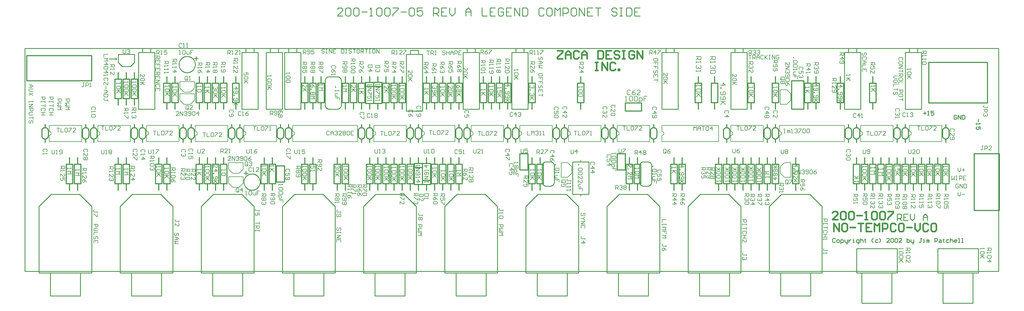
<source format=gto>
*%FSLAX23Y23*%
*%MOIN*%
G01*
%ADD11C,0.007*%
%ADD12C,0.008*%
%ADD13C,0.010*%
%ADD14C,0.012*%
%ADD15C,0.020*%
%ADD16C,0.032*%
%ADD17C,0.036*%
%ADD18C,0.050*%
%ADD19C,0.052*%
%ADD20C,0.055*%
%ADD21C,0.056*%
%ADD22C,0.059*%
%ADD23C,0.060*%
%ADD24C,0.061*%
%ADD25C,0.062*%
%ADD26C,0.068*%
%ADD27C,0.070*%
%ADD28C,0.080*%
%ADD29C,0.090*%
%ADD30C,0.095*%
%ADD31C,0.115*%
%ADD32C,0.120*%
%ADD33C,0.125*%
%ADD34C,0.126*%
%ADD35C,0.131*%
%ADD36C,0.150*%
%ADD37C,0.156*%
%ADD38R,0.062X0.062*%
%ADD39R,0.068X0.068*%
D12*
X12694Y9254D02*
X12727D01*
X12711D01*
Y9204D01*
X12744D02*
Y9254D01*
X12769D01*
X12777Y9246D01*
Y9229D01*
X12769Y9221D01*
X12744D01*
X12761D02*
X12777Y9204D01*
X12794D02*
Y9237D01*
X12811Y9254D01*
X12827Y9237D01*
Y9204D01*
Y9229D01*
X12794D01*
X12869Y9254D02*
X12877Y9246D01*
X12869Y9254D02*
X12852D01*
X12844Y9246D01*
Y9212D01*
X12852Y9204D01*
X12869D01*
X12877Y9212D01*
X12894Y9204D02*
Y9254D01*
Y9221D02*
Y9204D01*
Y9221D02*
X12927Y9254D01*
X12902Y9229D01*
X12927Y9204D01*
X12944Y9254D02*
X12961D01*
X12952D01*
Y9204D01*
X12944D01*
X12961D01*
X12986D02*
Y9254D01*
X13019Y9204D01*
Y9254D01*
X13061D02*
X13069Y9246D01*
X13061Y9254D02*
X13044D01*
X13036Y9246D01*
Y9212D01*
X13044Y9204D01*
X13061D01*
X13069Y9212D01*
Y9229D01*
X13052D01*
X14496Y8999D02*
X14529D01*
X14496D02*
X14479Y8982D01*
X14496Y8966D01*
X14529D01*
Y8941D02*
Y8924D01*
Y8941D02*
X14521Y8949D01*
X14487D01*
X14479Y8941D01*
Y8924D01*
X14487Y8916D01*
X14521D01*
X14529Y8924D01*
Y8899D02*
X14479D01*
Y8866D01*
X14529Y8849D02*
Y8816D01*
Y8832D01*
X14479D01*
X14529Y8774D02*
X14521Y8766D01*
X14529Y8774D02*
Y8791D01*
X14521Y8799D01*
X14512D01*
X14504Y8791D01*
Y8774D01*
X14496Y8766D01*
X14487D01*
X14479Y8774D01*
Y8791D01*
X14487Y8799D01*
X14586Y9191D02*
X14594Y9199D01*
Y9216D01*
X14586Y9224D01*
X14552D01*
X14544Y9216D01*
Y9199D01*
X14552Y9191D01*
X14594Y9166D02*
Y9149D01*
Y9166D02*
X14586Y9174D01*
X14552D01*
X14544Y9166D01*
Y9149D01*
X14552Y9141D01*
X14586D01*
X14594Y9149D01*
Y9124D02*
X14544D01*
Y9091D02*
X14594Y9124D01*
Y9091D02*
X14544D01*
X14594Y9074D02*
Y9041D01*
Y9057D01*
X14544D01*
Y9024D02*
X14594D01*
Y8999D01*
X14586Y8991D01*
X14569D01*
X14561Y8999D01*
Y9024D01*
Y9007D02*
X14544Y8991D01*
X14594Y8966D02*
Y8949D01*
Y8966D02*
X14586Y8974D01*
X14552D01*
X14544Y8966D01*
Y8949D01*
X14552Y8941D01*
X14586D01*
X14594Y8949D01*
Y8924D02*
X14544D01*
Y8891D01*
Y8824D02*
X14594D01*
Y8799D01*
X14586Y8791D01*
X14569D01*
X14561Y8799D01*
Y8824D01*
X14594Y8766D02*
Y8749D01*
Y8766D02*
X14586Y8774D01*
X14552D01*
X14544Y8766D01*
Y8749D01*
X14552Y8741D01*
X14586D01*
X14594Y8749D01*
Y8724D02*
Y8691D01*
Y8708D01*
X14544D01*
X8762Y9309D02*
X8729D01*
X8746D02*
X8762D01*
X8746D02*
Y9259D01*
X8779D02*
Y9309D01*
X8804D01*
X8812Y9301D01*
Y9284D01*
X8804Y9276D01*
X8779D01*
X8796D02*
X8812Y9259D01*
X8829Y9309D02*
X8846D01*
X8837D01*
Y9259D01*
X8829D01*
X8846D01*
X8946Y9309D02*
X8954Y9301D01*
X8946Y9309D02*
X8929D01*
X8921Y9301D01*
Y9292D01*
X8929Y9284D01*
X8946D01*
X8954Y9276D01*
Y9267D01*
X8946Y9259D01*
X8929D01*
X8921Y9267D01*
X8971Y9259D02*
Y9309D01*
Y9284D02*
Y9259D01*
Y9284D02*
X9004D01*
Y9309D01*
Y9259D01*
X9021D02*
Y9292D01*
X9037Y9309D01*
X9054Y9292D01*
Y9259D01*
Y9284D01*
X9021D01*
X9071Y9259D02*
Y9309D01*
X9096D01*
X9104Y9301D01*
Y9284D01*
X9096Y9276D01*
X9071D01*
X9121Y9309D02*
X9154D01*
X9121D02*
Y9259D01*
X9154D01*
X9137Y9284D02*
X9121D01*
X5439Y9244D02*
X5389D01*
X5439D02*
Y9219D01*
X5431Y9211D01*
X5414D01*
X5406Y9219D01*
Y9244D01*
Y9227D02*
X5389Y9211D01*
X5439Y9194D02*
Y9161D01*
Y9194D02*
X5389D01*
Y9161D01*
X5414Y9177D02*
Y9194D01*
X5439Y9144D02*
Y9111D01*
Y9144D02*
X5414D01*
Y9127D01*
Y9144D01*
X5389D01*
X5439Y9094D02*
Y9061D01*
Y9094D02*
X5389D01*
Y9061D01*
X5414Y9077D02*
Y9094D01*
X5389Y9044D02*
X5439D01*
Y9019D01*
X5431Y9011D01*
X5414D01*
X5406Y9019D01*
Y9044D01*
Y9027D02*
X5389Y9011D01*
X5439Y8994D02*
Y8961D01*
Y8994D02*
X5389D01*
Y8961D01*
X5414Y8977D02*
Y8994D01*
X5389Y8944D02*
X5439D01*
X5389Y8911D01*
X5439D01*
Y8869D02*
X5431Y8861D01*
X5439Y8869D02*
Y8886D01*
X5431Y8894D01*
X5397D01*
X5389Y8886D01*
Y8869D01*
X5397Y8861D01*
X5439Y8844D02*
Y8811D01*
Y8844D02*
X5389D01*
Y8811D01*
X5414Y8827D02*
Y8844D01*
X15199Y7764D02*
Y7714D01*
X15216Y7731D01*
X15232Y7714D01*
Y7764D01*
X15249D02*
X15266D01*
X15257D01*
Y7714D01*
X15249D01*
X15266D01*
X15291D02*
Y7764D01*
X15316D01*
X15324Y7756D01*
Y7739D01*
X15316Y7731D01*
X15291D01*
X15341Y7764D02*
X15374D01*
X15341D02*
Y7714D01*
X15374D01*
X15357Y7739D02*
X15341D01*
X15274Y7831D02*
Y7864D01*
Y7831D02*
X15291Y7814D01*
X15307Y7831D01*
Y7864D01*
X15324Y7839D02*
X15357D01*
X15341Y7856D02*
Y7822D01*
X15274Y7564D02*
Y7531D01*
X15291Y7514D01*
X15307Y7531D01*
Y7564D01*
X15324Y7539D02*
X15357D01*
X15282Y7656D02*
X15274Y7664D01*
X15257D01*
X15249Y7656D01*
Y7622D01*
X15257Y7614D01*
X15274D01*
X15282Y7622D01*
Y7639D01*
X15266D01*
X15299Y7614D02*
Y7664D01*
X15332Y7614D01*
Y7664D01*
X15349D02*
Y7614D01*
X15374D01*
X15382Y7622D01*
Y7656D01*
X15374Y7664D01*
X15349D01*
X11574Y9189D02*
Y9206D01*
X11566Y9214D01*
X11532D01*
X11524Y9206D01*
Y9189D01*
X11532Y9181D01*
X11566D01*
X11574Y9189D01*
Y9164D02*
Y9131D01*
Y9164D02*
X11549D01*
Y9147D01*
Y9164D01*
X11524D01*
X11574Y9114D02*
Y9081D01*
Y9114D02*
X11549D01*
Y9097D01*
Y9114D01*
X11524D01*
X11574Y9039D02*
X11566Y9031D01*
X11574Y9039D02*
Y9056D01*
X11566Y9064D01*
X11557D01*
X11549Y9056D01*
Y9039D01*
X11541Y9031D01*
X11532D01*
X11524Y9039D01*
Y9056D01*
X11532Y9064D01*
X11574Y9014D02*
Y8981D01*
Y9014D02*
X11524D01*
Y8981D01*
X11549Y8997D02*
Y9014D01*
X11574Y8964D02*
Y8931D01*
Y8947D01*
X11524D01*
X7467Y9321D02*
X7459Y9329D01*
X7442D01*
X7434Y9321D01*
Y9312D01*
X7442Y9304D01*
X7459D01*
X7467Y9296D01*
Y9287D01*
X7459Y9279D01*
X7442D01*
X7434Y9287D01*
X7484Y9329D02*
X7501D01*
X7492D01*
Y9279D01*
X7484D01*
X7501D01*
X7526D02*
Y9329D01*
X7559Y9279D01*
Y9329D01*
X7576D02*
X7609D01*
X7576D02*
Y9279D01*
X7609D01*
X7592Y9304D02*
X7576D01*
X7676Y9329D02*
Y9279D01*
X7701D01*
X7709Y9287D01*
Y9321D01*
X7701Y9329D01*
X7676D01*
X7726D02*
X7742D01*
X7734D01*
Y9279D01*
X7726D01*
X7742D01*
X7792Y9329D02*
X7801Y9321D01*
X7792Y9329D02*
X7776D01*
X7767Y9321D01*
Y9312D01*
X7776Y9304D01*
X7792D01*
X7801Y9296D01*
Y9287D01*
X7792Y9279D01*
X7776D01*
X7767Y9287D01*
X7817Y9329D02*
X7851D01*
X7834D01*
Y9279D01*
X7876Y9329D02*
X7892D01*
X7876D02*
X7867Y9321D01*
Y9287D01*
X7876Y9279D01*
X7892D01*
X7901Y9287D01*
Y9321D01*
X7892Y9329D01*
X7917D02*
Y9279D01*
Y9329D02*
X7942D01*
X7950Y9321D01*
Y9304D01*
X7942Y9296D01*
X7917D01*
X7934D02*
X7950Y9279D01*
X7967Y9329D02*
X8000D01*
X7984D01*
Y9279D01*
X8017Y9329D02*
X8034D01*
X8025D01*
Y9279D01*
X8017D01*
X8034D01*
X8067Y9329D02*
X8084D01*
X8067D02*
X8059Y9321D01*
Y9287D01*
X8067Y9279D01*
X8084D01*
X8092Y9287D01*
Y9321D01*
X8084Y9329D01*
X8109D02*
Y9279D01*
X8142D02*
X8109Y9329D01*
X8142D02*
Y9279D01*
X14136Y9251D02*
X14144Y9259D01*
Y9276D01*
X14136Y9284D01*
X14127D01*
X14119Y9276D01*
Y9259D01*
X14111Y9251D01*
X14102D01*
X14094Y9259D01*
Y9276D01*
X14102Y9284D01*
X14144Y9209D02*
X14136Y9201D01*
X14144Y9209D02*
Y9226D01*
X14136Y9234D01*
X14102D01*
X14094Y9226D01*
Y9209D01*
X14102Y9201D01*
X14094Y9184D02*
X14127D01*
X14144Y9167D01*
X14127Y9151D01*
X14094D01*
X14119D01*
Y9184D01*
X14144Y9134D02*
X14094D01*
Y9101D01*
X14144Y9084D02*
Y9051D01*
Y9084D02*
X14094D01*
Y9051D01*
X14119Y9067D02*
Y9084D01*
X4024Y8739D02*
X3974D01*
X4024D02*
Y8714D01*
X4016Y8706D01*
X3999D01*
X3991Y8714D01*
Y8739D01*
X4024Y8689D02*
Y8672D01*
Y8681D01*
X3974D01*
Y8689D01*
Y8672D01*
X4024Y8647D02*
Y8614D01*
Y8631D01*
X3974D01*
X4024Y8572D02*
X4016Y8564D01*
X4024Y8572D02*
Y8589D01*
X4016Y8597D01*
X3982D01*
X3974Y8589D01*
Y8572D01*
X3982Y8564D01*
X3974Y8547D02*
X4024D01*
X3999D02*
X3974D01*
X3999D02*
Y8514D01*
X4024D01*
X3974D01*
X4074Y8739D02*
X4124D01*
Y8714D01*
X4116Y8706D01*
X4099D01*
X4091Y8714D01*
Y8739D01*
X4124Y8689D02*
Y8672D01*
Y8681D01*
X4074D01*
Y8689D01*
Y8672D01*
X4124Y8647D02*
Y8614D01*
Y8631D01*
X4074D01*
X4124Y8572D02*
X4116Y8564D01*
X4124Y8572D02*
Y8589D01*
X4116Y8597D01*
X4082D01*
X4074Y8589D01*
Y8572D01*
X4082Y8564D01*
X4074Y8547D02*
X4124D01*
X4099D02*
X4074D01*
X4099D02*
Y8514D01*
X4124D01*
X4074D01*
X4174Y8714D02*
X4224D01*
Y8689D01*
X4216Y8681D01*
X4199D01*
X4191Y8689D01*
Y8714D01*
X4174Y8664D02*
X4224D01*
X4191Y8647D02*
X4174Y8664D01*
X4191Y8647D02*
X4174Y8631D01*
X4224D01*
Y8614D02*
X4174D01*
X4207Y8597D02*
X4224Y8614D01*
X4207Y8597D02*
X4224Y8581D01*
X4174D01*
X4274Y8714D02*
X4324D01*
Y8689D01*
X4316Y8681D01*
X4299D01*
X4291Y8689D01*
Y8714D01*
X4274Y8664D02*
X4324D01*
X4291Y8647D02*
X4274Y8664D01*
X4291Y8647D02*
X4274Y8631D01*
X4324D01*
Y8614D02*
X4274D01*
X4307Y8597D02*
X4324Y8614D01*
X4307Y8597D02*
X4324Y8581D01*
X4274D01*
X3857Y8889D02*
X3824D01*
X3857D02*
X3874Y8872D01*
X3857Y8856D01*
X3824D01*
X3849D01*
Y8889D01*
X3832Y8839D02*
X3874D01*
X3832D02*
X3824Y8831D01*
Y8814D01*
X3832Y8806D01*
X3874D01*
Y8789D02*
X3824Y8756D01*
Y8789D02*
X3874Y8756D01*
Y8689D02*
Y8672D01*
Y8681D01*
X3824D01*
Y8689D01*
Y8672D01*
Y8647D02*
X3874D01*
X3824Y8614D01*
X3874D01*
Y8597D02*
X3824D01*
X3874D02*
Y8572D01*
X3866Y8564D01*
X3849D01*
X3841Y8572D01*
Y8597D01*
X3832Y8547D02*
X3874D01*
X3832D02*
X3824Y8539D01*
Y8522D01*
X3832Y8514D01*
X3874D01*
Y8497D02*
Y8464D01*
Y8481D01*
X3824D01*
X3874Y8422D02*
X3866Y8414D01*
X3874Y8422D02*
Y8439D01*
X3866Y8447D01*
X3857D01*
X3849Y8439D01*
Y8422D01*
X3841Y8414D01*
X3832D01*
X3824Y8422D01*
Y8439D01*
X3832Y8447D01*
X10146Y9196D02*
X10154Y9204D01*
Y9221D01*
X10146Y9229D01*
X10137D01*
X10129Y9221D01*
Y9204D01*
X10121Y9196D01*
X10112D01*
X10104Y9204D01*
Y9221D01*
X10112Y9229D01*
X10104Y9179D02*
X10137D01*
X10154Y9162D01*
X10137Y9146D01*
X10104D01*
X10129D01*
Y9179D01*
X10154Y9129D02*
X10104D01*
X10121Y9112D01*
X10104Y9096D01*
X10154D01*
Y9021D02*
Y9004D01*
Y9021D02*
X10146Y9029D01*
X10112D01*
X10104Y9021D01*
Y9004D01*
X10112Y8996D01*
X10146D01*
X10154Y9004D01*
Y8979D02*
Y8946D01*
Y8979D02*
X10129D01*
Y8962D01*
Y8979D01*
X10104D01*
X10154Y8929D02*
Y8896D01*
Y8929D02*
X10129D01*
Y8912D01*
Y8929D01*
X10104D01*
X10154Y8854D02*
X10146Y8846D01*
X10154Y8854D02*
Y8871D01*
X10146Y8879D01*
X10137D01*
X10129Y8871D01*
Y8854D01*
X10121Y8846D01*
X10112D01*
X10104Y8854D01*
Y8871D01*
X10112Y8879D01*
X10154Y8829D02*
Y8796D01*
Y8829D02*
X10104D01*
Y8796D01*
X10129Y8812D02*
Y8829D01*
X10154Y8779D02*
Y8746D01*
Y8762D01*
X10104D01*
X15571Y8134D02*
X15587D01*
X15579D02*
X15571D01*
X15579D02*
Y8092D01*
X15571Y8084D01*
X15562D01*
X15554Y8092D01*
X15604Y8084D02*
Y8134D01*
X15629D01*
X15637Y8126D01*
Y8109D01*
X15629Y8101D01*
X15604D01*
X15654Y8084D02*
X15687D01*
X15654D02*
X15687Y8117D01*
Y8126D01*
X15679Y8134D01*
X15662D01*
X15654Y8126D01*
X15639Y8601D02*
Y8617D01*
Y8609D01*
X15597D01*
X15589Y8617D01*
Y8626D01*
X15597Y8634D01*
X15589Y8584D02*
X15639D01*
Y8559D01*
X15631Y8551D01*
X15614D01*
X15606Y8559D01*
Y8584D01*
X15631Y8534D02*
X15639Y8526D01*
Y8509D01*
X15631Y8501D01*
X15622D01*
X15623D01*
X15622D02*
X15623D01*
X15622D02*
X15623D01*
X15622D02*
X15614Y8509D01*
Y8517D01*
Y8509D01*
X15606Y8501D01*
X15597D01*
X15589Y8509D01*
Y8526D01*
X15597Y8534D01*
X15549Y6874D02*
Y6857D01*
Y6866D01*
X15599D01*
X15600D01*
X15599D02*
X15591Y6874D01*
Y6832D02*
X15599Y6824D01*
Y6807D01*
X15591Y6799D01*
X15557D01*
X15549Y6807D01*
Y6824D01*
X15557Y6832D01*
X15591D01*
X15599Y6782D02*
X15549D01*
X15566D01*
X15599Y6749D01*
X15574Y6774D01*
X15549Y6749D01*
X15635Y6874D02*
X15685D01*
Y6849D01*
X15677Y6841D01*
X15660D01*
X15652Y6849D01*
Y6874D01*
Y6857D02*
X15635Y6841D01*
Y6824D02*
Y6807D01*
Y6816D01*
X15685D01*
X15686D01*
X15685D02*
X15677Y6824D01*
Y6782D02*
X15685Y6774D01*
Y6757D01*
X15677Y6749D01*
X15643D01*
X15635Y6757D01*
Y6774D01*
X15643Y6782D01*
X15677D01*
X15685Y6707D02*
X15635D01*
X15660Y6732D02*
X15685Y6707D01*
X15660Y6699D02*
Y6732D01*
X13849Y8864D02*
X13799D01*
X13824Y8889D02*
X13849Y8864D01*
X13824Y8856D02*
Y8889D01*
X13807Y8839D02*
X13799D01*
X13807D02*
Y8831D01*
X13799D01*
Y8839D01*
X13807Y8797D02*
X13799Y8789D01*
Y8772D01*
X13807Y8764D01*
X13841D01*
X13849Y8772D01*
Y8789D01*
X13841Y8797D01*
X13832D01*
X13824Y8789D01*
Y8764D01*
X13807Y8747D02*
X13799Y8739D01*
Y8722D01*
X13807Y8714D01*
X13841D01*
X13849Y8722D01*
Y8739D01*
X13841Y8747D01*
X13832D01*
X13824Y8739D01*
Y8714D01*
X13849Y8697D02*
X13799D01*
X13816D01*
X13849Y8664D01*
X13824Y8689D01*
X13799Y8664D01*
X13774Y8969D02*
X13724D01*
X13774D02*
Y8944D01*
X13766Y8936D01*
X13749D01*
X13741Y8944D01*
Y8969D01*
Y8952D02*
X13724Y8936D01*
Y8919D02*
Y8902D01*
Y8911D01*
X13774D01*
X13775D01*
X13774D02*
X13766Y8919D01*
X13724Y8877D02*
Y8844D01*
Y8877D02*
X13757Y8844D01*
X13766D01*
X13774Y8852D01*
Y8869D01*
X13766Y8877D01*
X13732Y8827D02*
X13724Y8819D01*
Y8802D01*
X13732Y8794D01*
X13766D01*
X13774Y8802D01*
Y8819D01*
X13766Y8827D01*
X13757D01*
X13749Y8819D01*
Y8794D01*
X13899Y8997D02*
Y9014D01*
Y9006D02*
Y8997D01*
Y9006D02*
X13949D01*
X13950D01*
X13949D02*
X13941Y9014D01*
X13949Y8972D02*
X13899D01*
X13916D01*
X13949Y8939D01*
X13924Y8964D01*
X13899Y8939D01*
X13869Y9284D02*
X13819D01*
X13869D02*
Y9259D01*
X13861Y9251D01*
X13844D01*
X13836Y9259D01*
Y9284D01*
Y9267D02*
X13819Y9251D01*
Y9209D02*
X13869D01*
X13844Y9234D01*
Y9201D01*
X13827Y9184D02*
X13819Y9176D01*
Y9159D01*
X13827Y9151D01*
X13861D01*
X13869Y9159D01*
Y9176D01*
X13861Y9184D01*
X13852D01*
X13844Y9176D01*
Y9151D01*
X14649Y9089D02*
Y9072D01*
Y9081D01*
X14699D01*
X14700D01*
X14699D02*
X14691Y9089D01*
Y9047D02*
X14699Y9039D01*
Y9022D01*
X14691Y9014D01*
X14657D01*
X14649Y9022D01*
Y9039D01*
X14657Y9047D01*
X14691D01*
X14699Y8997D02*
X14649D01*
X14666D01*
X14699Y8964D01*
X14674Y8989D01*
X14649Y8964D01*
X14834Y9304D02*
X14884D01*
Y9279D01*
X14876Y9271D01*
X14859D01*
X14851Y9279D01*
Y9304D01*
Y9287D02*
X14834Y9271D01*
Y9254D02*
Y9237D01*
Y9246D01*
X14884D01*
X14885D01*
X14884D02*
X14876Y9254D01*
X14834Y9212D02*
Y9196D01*
Y9204D01*
X14884D01*
X14885D01*
X14884D02*
X14876Y9212D01*
Y9171D02*
X14884Y9162D01*
Y9146D01*
X14876Y9137D01*
X14842D01*
X14834Y9146D01*
Y9162D01*
X14842Y9171D01*
X14876D01*
X14504Y7894D02*
Y7877D01*
Y7886D01*
X14554D01*
X14555D01*
X14554D02*
X14546Y7894D01*
X14554Y7852D02*
Y7819D01*
Y7852D02*
X14529D01*
X14537Y7836D01*
Y7827D01*
X14529Y7819D01*
X14512D01*
X14504Y7827D01*
Y7844D01*
X14512Y7852D01*
X14504Y7802D02*
X14554D01*
X14521D02*
X14504D01*
X14521D02*
X14554Y7769D01*
X14529Y7794D01*
X14504Y7769D01*
Y7539D02*
X14554D01*
Y7514D01*
X14546Y7506D01*
X14529D01*
X14521Y7514D01*
Y7539D01*
Y7522D02*
X14504Y7506D01*
Y7489D02*
Y7472D01*
Y7481D01*
X14554D01*
X14555D01*
X14554D02*
X14546Y7489D01*
Y7447D02*
X14554Y7439D01*
Y7422D01*
X14546Y7414D01*
X14512D01*
X14504Y7422D01*
Y7439D01*
X14512Y7447D01*
X14546D01*
X14512Y7397D02*
X14504Y7389D01*
Y7372D01*
X14512Y7364D01*
X14546D01*
X14554Y7372D01*
Y7389D01*
X14546Y7397D01*
X14537D01*
X14529Y7389D01*
Y7364D01*
X14599Y7872D02*
Y7889D01*
Y7881D02*
Y7872D01*
Y7881D02*
X14649D01*
X14650D01*
X14649D02*
X14641Y7889D01*
Y7847D02*
X14649Y7839D01*
Y7822D01*
X14641Y7814D01*
X14607D01*
X14599Y7822D01*
Y7839D01*
X14607Y7847D01*
X14641D01*
X14649Y7797D02*
X14599D01*
X14616D01*
X14649Y7764D01*
X14624Y7789D01*
X14599Y7764D01*
X14594Y7534D02*
X14644D01*
Y7509D01*
X14636Y7501D01*
X14619D01*
X14611Y7509D01*
Y7534D01*
Y7517D02*
X14594Y7501D01*
Y7484D02*
Y7467D01*
Y7476D01*
X14644D01*
X14645D01*
X14644D02*
X14636Y7484D01*
Y7442D02*
X14644Y7434D01*
Y7417D01*
X14636Y7409D01*
X14602D01*
X14594Y7417D01*
Y7434D01*
X14602Y7442D01*
X14636D01*
Y7392D02*
X14644Y7384D01*
Y7367D01*
X14636Y7359D01*
X14627D01*
X14619Y7367D01*
X14611Y7359D01*
X14602D01*
X14594Y7367D01*
Y7384D01*
X14602Y7392D01*
X14611D01*
X14619Y7384D01*
X14627Y7392D01*
X14636D01*
X14619Y7384D02*
Y7367D01*
X14699Y7867D02*
Y7884D01*
Y7876D02*
Y7867D01*
Y7876D02*
X14749D01*
X14750D01*
X14749D02*
X14741Y7884D01*
Y7842D02*
X14749Y7834D01*
Y7817D01*
X14741Y7809D01*
X14707D01*
X14699Y7817D01*
Y7834D01*
X14707Y7842D01*
X14741D01*
X14749Y7792D02*
X14699D01*
X14716D01*
X14749Y7759D01*
X14724Y7784D01*
X14699Y7759D01*
Y7534D02*
X14749D01*
Y7509D01*
X14741Y7501D01*
X14724D01*
X14716Y7509D01*
Y7534D01*
Y7517D02*
X14699Y7501D01*
Y7484D02*
Y7467D01*
Y7476D01*
X14749D01*
X14750D01*
X14749D02*
X14741Y7484D01*
X14699Y7442D02*
Y7426D01*
Y7434D01*
X14749D01*
X14750D01*
X14749D02*
X14741Y7442D01*
X14699Y7401D02*
Y7367D01*
Y7401D02*
X14732Y7367D01*
X14741D01*
X14749Y7376D01*
Y7392D01*
X14741Y7401D01*
X14799Y7872D02*
Y7889D01*
Y7881D02*
Y7872D01*
Y7881D02*
X14849D01*
X14850D01*
X14849D02*
X14841Y7889D01*
Y7847D02*
X14849Y7839D01*
Y7822D01*
X14841Y7814D01*
X14807D01*
X14799Y7822D01*
Y7839D01*
X14807Y7847D01*
X14841D01*
X14849Y7797D02*
X14799D01*
X14816D01*
X14849Y7764D01*
X14824Y7789D01*
X14799Y7764D01*
Y7539D02*
X14849D01*
Y7514D01*
X14841Y7506D01*
X14824D01*
X14816Y7514D01*
Y7539D01*
Y7522D02*
X14799Y7506D01*
Y7489D02*
Y7472D01*
Y7481D01*
X14849D01*
X14850D01*
X14849D02*
X14841Y7489D01*
X14799Y7447D02*
Y7431D01*
Y7439D01*
X14849D01*
X14850D01*
X14849D02*
X14841Y7447D01*
X14849Y7406D02*
Y7372D01*
Y7406D02*
X14824D01*
X14832Y7389D01*
Y7381D01*
X14824Y7372D01*
X14807D01*
X14799Y7381D01*
Y7397D01*
X14807Y7406D01*
X14899Y7872D02*
Y7889D01*
Y7881D02*
Y7872D01*
Y7881D02*
X14949D01*
X14950D01*
X14949D02*
X14941Y7889D01*
Y7847D02*
X14949Y7839D01*
Y7822D01*
X14941Y7814D01*
X14907D01*
X14899Y7822D01*
Y7839D01*
X14907Y7847D01*
X14941D01*
X14949Y7797D02*
X14899D01*
X14916D01*
X14949Y7764D01*
X14924Y7789D01*
X14899Y7764D01*
X14904Y7539D02*
X14954D01*
Y7514D01*
X14946Y7506D01*
X14929D01*
X14921Y7514D01*
Y7539D01*
Y7522D02*
X14904Y7506D01*
Y7489D02*
Y7472D01*
Y7481D01*
X14954D01*
X14955D01*
X14954D02*
X14946Y7489D01*
X14904Y7447D02*
Y7431D01*
Y7439D01*
X14954D01*
X14955D01*
X14954D02*
X14946Y7447D01*
Y7406D02*
X14954Y7397D01*
Y7381D01*
X14946Y7372D01*
X14937D01*
X14938D01*
X14937D02*
X14938D01*
X14937D02*
X14938D01*
X14937D02*
X14929Y7381D01*
Y7389D01*
Y7381D01*
X14921Y7372D01*
X14912D01*
X14904Y7381D01*
Y7397D01*
X14912Y7406D01*
X15099Y7872D02*
Y7889D01*
Y7881D02*
Y7872D01*
Y7881D02*
X15149D01*
X15150D01*
X15149D02*
X15141Y7889D01*
Y7847D02*
X15149Y7839D01*
Y7822D01*
X15141Y7814D01*
X15107D01*
X15099Y7822D01*
Y7839D01*
X15107Y7847D01*
X15141D01*
X15149Y7797D02*
X15099D01*
X15116D01*
X15149Y7764D01*
X15124Y7789D01*
X15099Y7764D01*
X15104Y7539D02*
X15154D01*
Y7514D01*
X15146Y7506D01*
X15129D01*
X15121Y7514D01*
Y7539D01*
Y7522D02*
X15104Y7506D01*
Y7489D02*
Y7472D01*
Y7481D01*
X15154D01*
X15155D01*
X15154D02*
X15146Y7489D01*
Y7447D02*
X15154Y7439D01*
Y7422D01*
X15146Y7414D01*
X15112D01*
X15104Y7422D01*
Y7439D01*
X15112Y7447D01*
X15146D01*
X15154Y7397D02*
Y7364D01*
Y7397D02*
X15129D01*
X15137Y7381D01*
Y7372D01*
X15129Y7364D01*
X15112D01*
X15104Y7372D01*
Y7389D01*
X15112Y7397D01*
X14999Y7877D02*
Y7894D01*
Y7886D02*
Y7877D01*
Y7886D02*
X15049D01*
X15050D01*
X15049D02*
X15041Y7894D01*
Y7852D02*
X15049Y7844D01*
Y7827D01*
X15041Y7819D01*
X15007D01*
X14999Y7827D01*
Y7844D01*
X15007Y7852D01*
X15041D01*
X15049Y7802D02*
X14999D01*
X15016D01*
X15049Y7769D01*
X15024Y7794D01*
X14999Y7769D01*
X15004Y7544D02*
X15054D01*
Y7519D01*
X15046Y7511D01*
X15029D01*
X15021Y7519D01*
Y7544D01*
Y7527D02*
X15004Y7511D01*
Y7494D02*
Y7477D01*
Y7486D01*
X15054D01*
X15055D01*
X15054D02*
X15046Y7494D01*
Y7452D02*
X15054Y7444D01*
Y7427D01*
X15046Y7419D01*
X15012D01*
X15004Y7427D01*
Y7444D01*
X15012Y7452D01*
X15046D01*
X15054Y7402D02*
Y7369D01*
X15046D01*
X15012Y7402D01*
X15004D01*
X15221Y8311D02*
X15229Y8319D01*
Y8336D01*
X15221Y8344D01*
X15187D01*
X15179Y8336D01*
Y8319D01*
X15187Y8311D01*
X15179Y8294D02*
Y8261D01*
Y8294D02*
X15212Y8261D01*
X15221D01*
X15229Y8269D01*
Y8286D01*
X15221Y8294D01*
X15187Y8244D02*
X15179Y8236D01*
Y8219D01*
X15187Y8211D01*
X15221D01*
X15229Y8219D01*
Y8236D01*
X15221Y8244D01*
X15212D01*
X15204Y8236D01*
Y8211D01*
X14627Y8536D02*
X14619Y8544D01*
X14602D01*
X14594Y8536D01*
Y8502D01*
X14602Y8494D01*
X14619D01*
X14627Y8502D01*
X14644Y8494D02*
X14661D01*
X14652D01*
Y8544D01*
X14653D01*
X14652D02*
X14644Y8536D01*
X14686D02*
X14694Y8544D01*
X14711D01*
X14719Y8536D01*
Y8527D01*
X14720D01*
X14719D02*
X14720D01*
X14719D02*
X14720D01*
X14719D02*
X14711Y8519D01*
X14702D01*
X14711D01*
X14719Y8511D01*
Y8502D01*
X14711Y8494D01*
X14694D01*
X14686Y8502D01*
X14674Y8314D02*
X14677Y8314D01*
X14680Y8313D01*
X14684Y8312D01*
X14686Y8311D01*
X14689Y8309D01*
X14692Y8307D01*
X14694Y8304D01*
X14696Y8302D01*
X14697Y8299D01*
X14698Y8295D01*
X14699Y8292D01*
X14699Y8289D01*
X14699Y8286D01*
X14698Y8283D01*
X14697Y8279D01*
X14696Y8276D01*
X14694Y8274D01*
X14692Y8271D01*
X14689Y8269D01*
X14686Y8267D01*
X14684Y8266D01*
X14680Y8265D01*
X14677Y8264D01*
X14674Y8264D01*
Y8189D01*
Y8314D02*
Y8389D01*
X15074D02*
Y8189D01*
Y8389D02*
X14674D01*
Y8189D02*
X15074D01*
X14807Y8379D02*
X14774D01*
X14791D02*
X14807D01*
X14791D02*
Y8329D01*
X14824D02*
Y8379D01*
Y8329D02*
X14857D01*
X14874Y8371D02*
X14882Y8379D01*
X14899D01*
X14907Y8371D01*
Y8337D01*
X14899Y8329D01*
X14882D01*
X14874Y8337D01*
Y8371D01*
X14924Y8379D02*
X14957D01*
Y8371D01*
X14924Y8337D01*
Y8329D01*
X14974D02*
X15007D01*
X14974D02*
X15007Y8362D01*
Y8371D01*
X14999Y8379D01*
X14982D01*
X14974Y8371D01*
X14664Y8089D02*
Y8047D01*
X14672Y8039D01*
X14689D01*
X14697Y8047D01*
Y8089D01*
X14714Y8039D02*
X14747D01*
X14714D02*
X14747Y8072D01*
Y8081D01*
X14739Y8089D01*
X14722D01*
X14714Y8081D01*
X14764D02*
X14772Y8089D01*
X14789D01*
X14797Y8081D01*
Y8047D01*
X14789Y8039D01*
X14772D01*
X14764Y8047D01*
Y8081D01*
X14017Y8526D02*
X14009Y8534D01*
X13992D01*
X13984Y8526D01*
Y8492D01*
X13992Y8484D01*
X14009D01*
X14017Y8492D01*
X14059Y8484D02*
Y8534D01*
X14034Y8509D01*
X14067D01*
X14084Y8484D02*
X14101D01*
X14092D01*
Y8534D01*
X14093D01*
X14092D02*
X14084Y8526D01*
X14074Y8314D02*
X14077Y8314D01*
X14080Y8313D01*
X14084Y8312D01*
X14086Y8311D01*
X14089Y8309D01*
X14092Y8307D01*
X14094Y8304D01*
X14096Y8302D01*
X14097Y8299D01*
X14098Y8295D01*
X14099Y8292D01*
X14099Y8289D01*
X14099Y8286D01*
X14098Y8283D01*
X14097Y8279D01*
X14096Y8276D01*
X14094Y8274D01*
X14092Y8271D01*
X14089Y8269D01*
X14086Y8267D01*
X14084Y8266D01*
X14080Y8265D01*
X14077Y8264D01*
X14074Y8264D01*
Y8189D01*
Y8314D02*
Y8389D01*
X14474D02*
Y8189D01*
Y8389D02*
X14074D01*
Y8189D02*
X14474D01*
X14182Y8314D02*
X14149D01*
X14166D02*
X14182D01*
X14166D02*
Y8264D01*
X14199D02*
Y8314D01*
Y8264D02*
X14232D01*
X14249Y8306D02*
X14257Y8314D01*
X14274D01*
X14282Y8306D01*
Y8272D01*
X14274Y8264D01*
X14257D01*
X14249Y8272D01*
Y8306D01*
X14299Y8314D02*
X14332D01*
Y8306D01*
X14299Y8272D01*
Y8264D01*
X14349D02*
X14382D01*
X14349D02*
X14382Y8297D01*
Y8306D01*
X14374Y8314D01*
X14357D01*
X14349Y8306D01*
X14104Y8089D02*
Y8047D01*
X14112Y8039D01*
X14129D01*
X14137Y8047D01*
Y8089D01*
X14154Y8047D02*
X14162Y8039D01*
X14179D01*
X14187Y8047D01*
Y8081D01*
X14179Y8089D01*
X14162D01*
X14154Y8081D01*
Y8072D01*
X14162Y8064D01*
X14187D01*
X13949Y8064D02*
X13941Y8056D01*
X13949Y8064D02*
Y8081D01*
X13941Y8089D01*
X13907D01*
X13899Y8081D01*
Y8064D01*
X13907Y8056D01*
X13941Y8039D02*
X13949Y8031D01*
Y8014D01*
X13941Y8006D01*
X13932D01*
X13933D01*
X13932D02*
X13933D01*
X13932D02*
X13933D01*
X13932D02*
X13924Y8014D01*
Y8022D01*
Y8014D01*
X13916Y8006D01*
X13907D01*
X13899Y8014D01*
Y8031D01*
X13907Y8039D01*
X13941Y7989D02*
X13949Y7981D01*
Y7964D01*
X13941Y7956D01*
X13907D01*
X13899Y7964D01*
Y7981D01*
X13907Y7989D01*
X13941D01*
X14204Y8862D02*
Y8879D01*
Y8871D02*
Y8862D01*
Y8871D02*
X14254D01*
X14255D01*
X14254D02*
X14246Y8879D01*
X14254Y8837D02*
X14204D01*
X14221D01*
X14254Y8804D01*
X14229Y8829D01*
X14204Y8804D01*
X14199Y9164D02*
X14249D01*
Y9139D01*
X14241Y9131D01*
X14224D01*
X14216Y9139D01*
Y9164D01*
Y9147D02*
X14199Y9131D01*
X14249Y9114D02*
Y9081D01*
Y9114D02*
X14224D01*
X14232Y9097D01*
Y9089D01*
X14224Y9081D01*
X14207D01*
X14199Y9089D01*
Y9106D01*
X14207Y9114D01*
X14199Y9064D02*
Y9031D01*
Y9064D02*
X14232Y9031D01*
X14241D01*
X14249Y9039D01*
Y9056D01*
X14241Y9064D01*
X14399Y7884D02*
Y7867D01*
Y7876D01*
X14449D01*
X14450D01*
X14449D02*
X14441Y7884D01*
Y7842D02*
X14449Y7834D01*
Y7817D01*
X14441Y7809D01*
X14407D01*
X14399Y7817D01*
Y7834D01*
X14407Y7842D01*
X14441D01*
Y7792D02*
X14449Y7784D01*
Y7767D01*
X14441Y7759D01*
X14407D01*
X14399Y7767D01*
Y7784D01*
X14407Y7792D01*
X14441D01*
X14449Y7742D02*
X14399D01*
X14416D01*
X14449Y7709D01*
X14424Y7734D01*
X14399Y7709D01*
X14404Y7539D02*
X14454D01*
Y7514D01*
X14446Y7506D01*
X14429D01*
X14421Y7514D01*
Y7539D01*
Y7522D02*
X14404Y7506D01*
X14454Y7489D02*
Y7456D01*
Y7489D02*
X14429D01*
X14437Y7472D01*
Y7464D01*
X14429Y7456D01*
X14412D01*
X14404Y7464D01*
Y7481D01*
X14412Y7489D01*
X14446Y7439D02*
X14454Y7431D01*
Y7414D01*
X14446Y7406D01*
X14437D01*
X14438D01*
X14437D02*
X14438D01*
X14437D02*
X14438D01*
X14437D02*
X14429Y7414D01*
Y7422D01*
Y7414D01*
X14421Y7406D01*
X14412D01*
X14404Y7414D01*
Y7431D01*
X14412Y7439D01*
X14049Y7689D02*
Y7706D01*
Y7697D01*
X13999D01*
X14000D01*
X13999D02*
X14007Y7689D01*
X13999Y7731D02*
X14049D01*
X14032D01*
X13999Y7764D01*
X14024Y7739D01*
X14049Y7764D01*
X14039Y7539D02*
X13989D01*
X14039D02*
Y7514D01*
X14031Y7506D01*
X14014D01*
X14006Y7514D01*
Y7539D01*
Y7522D02*
X13989Y7506D01*
X14039Y7489D02*
Y7456D01*
Y7489D02*
X14014D01*
X14022Y7472D01*
Y7464D01*
X14014Y7456D01*
X13997D01*
X13989Y7464D01*
Y7481D01*
X13997Y7489D01*
X13989Y7439D02*
Y7422D01*
Y7431D01*
X14039D01*
X14040D01*
X14039D02*
X14031Y7439D01*
X14546Y8561D02*
X14554Y8569D01*
Y8586D01*
X14546Y8594D01*
X14512D01*
X14504Y8586D01*
Y8569D01*
X14512Y8561D01*
X14546Y8544D02*
X14554Y8536D01*
Y8519D01*
X14546Y8511D01*
X14537D01*
X14538D01*
X14537D02*
X14538D01*
X14537D02*
X14538D01*
X14537D02*
X14529Y8519D01*
Y8527D01*
Y8519D01*
X14521Y8511D01*
X14512D01*
X14504Y8519D01*
Y8536D01*
X14512Y8544D01*
X14504Y8494D02*
Y8477D01*
Y8486D01*
X14554D01*
X14555D01*
X14554D02*
X14546Y8494D01*
X14099Y7884D02*
Y7867D01*
Y7876D01*
X14149D01*
X14150D01*
X14149D02*
X14141Y7884D01*
Y7842D02*
X14149Y7834D01*
Y7817D01*
X14141Y7809D01*
X14107D01*
X14099Y7817D01*
Y7834D01*
X14107Y7842D01*
X14141D01*
Y7792D02*
X14149Y7784D01*
Y7767D01*
X14141Y7759D01*
X14107D01*
X14099Y7767D01*
Y7784D01*
X14107Y7792D01*
X14141D01*
X14149Y7742D02*
X14099D01*
X14116D01*
X14149Y7709D01*
X14124Y7734D01*
X14099Y7709D01*
X14104Y7544D02*
X14154D01*
Y7519D01*
X14146Y7511D01*
X14129D01*
X14121Y7519D01*
Y7544D01*
Y7527D02*
X14104Y7511D01*
X14154Y7494D02*
Y7461D01*
Y7494D02*
X14129D01*
X14137Y7477D01*
Y7469D01*
X14129Y7461D01*
X14112D01*
X14104Y7469D01*
Y7486D01*
X14112Y7494D01*
X14146Y7444D02*
X14154Y7436D01*
Y7419D01*
X14146Y7411D01*
X14112D01*
X14104Y7419D01*
Y7436D01*
X14112Y7444D01*
X14146D01*
X14199Y7854D02*
Y7874D01*
Y7864D02*
Y7854D01*
Y7864D02*
X14259D01*
X14260D01*
X14259D02*
X14249Y7874D01*
X14259Y7824D02*
X14199D01*
X14239Y7804D02*
X14259Y7824D01*
X14239Y7804D02*
X14259Y7784D01*
X14199D01*
Y7544D02*
X14249D01*
Y7519D01*
X14241Y7511D01*
X14224D01*
X14216Y7519D01*
Y7544D01*
Y7527D02*
X14199Y7511D01*
Y7494D02*
Y7477D01*
Y7486D01*
X14249D01*
X14250D01*
X14249D02*
X14241Y7494D01*
Y7452D02*
X14249Y7444D01*
Y7427D01*
X14241Y7419D01*
X14232D01*
X14233D01*
X14232D02*
X14233D01*
X14232D02*
X14233D01*
X14232D02*
X14224Y7427D01*
Y7436D01*
Y7427D01*
X14216Y7419D01*
X14207D01*
X14199Y7427D01*
Y7444D01*
X14207Y7452D01*
X14199Y7402D02*
Y7369D01*
Y7402D02*
X14232Y7369D01*
X14241D01*
X14249Y7377D01*
Y7394D01*
X14241Y7402D01*
X14294Y7839D02*
Y7859D01*
Y7849D02*
Y7839D01*
Y7849D02*
X14354D01*
X14355D01*
X14354D02*
X14344Y7859D01*
X14354Y7809D02*
X14294D01*
X14334Y7789D02*
X14354Y7809D01*
X14334Y7789D02*
X14354Y7769D01*
X14294D01*
X14299Y7544D02*
X14349D01*
Y7519D01*
X14341Y7511D01*
X14324D01*
X14316Y7519D01*
Y7544D01*
Y7527D02*
X14299Y7511D01*
Y7494D02*
Y7477D01*
Y7486D01*
X14349D01*
X14350D01*
X14349D02*
X14341Y7494D01*
Y7452D02*
X14349Y7444D01*
Y7427D01*
X14341Y7419D01*
X14332D01*
X14333D01*
X14332D02*
X14333D01*
X14332D02*
X14333D01*
X14332D02*
X14324Y7427D01*
Y7436D01*
Y7427D01*
X14316Y7419D01*
X14307D01*
X14299Y7427D01*
Y7444D01*
X14307Y7452D01*
X14341Y7402D02*
X14349Y7394D01*
Y7377D01*
X14341Y7369D01*
X14332D01*
X14333D01*
X14332D02*
X14333D01*
X14332D02*
X14333D01*
X14332D02*
X14324Y7377D01*
Y7386D01*
Y7377D01*
X14316Y7369D01*
X14307D01*
X14299Y7377D01*
Y7394D01*
X14307Y7402D01*
X14549Y6874D02*
Y6857D01*
Y6866D01*
X14599D01*
X14600D01*
X14599D02*
X14591Y6874D01*
Y6832D02*
X14599Y6824D01*
Y6807D01*
X14591Y6799D01*
X14557D01*
X14549Y6807D01*
Y6824D01*
X14557Y6832D01*
X14591D01*
Y6782D02*
X14599Y6774D01*
Y6757D01*
X14591Y6749D01*
X14557D01*
X14549Y6757D01*
Y6774D01*
X14557Y6782D01*
X14591D01*
X14599Y6732D02*
X14549D01*
X14566D01*
X14599Y6699D01*
X14574Y6724D01*
X14549Y6699D01*
X14635Y6874D02*
X14685D01*
Y6849D01*
X14677Y6841D01*
X14660D01*
X14652Y6849D01*
Y6874D01*
Y6857D02*
X14635Y6841D01*
Y6824D02*
Y6807D01*
Y6816D01*
X14685D01*
X14686D01*
X14685D02*
X14677Y6824D01*
Y6782D02*
X14685Y6774D01*
Y6757D01*
X14677Y6749D01*
X14643D01*
X14635Y6757D01*
Y6774D01*
X14643Y6782D01*
X14677D01*
X14635Y6732D02*
Y6699D01*
Y6732D02*
X14668Y6699D01*
X14677D01*
X14685Y6707D01*
Y6724D01*
X14677Y6732D01*
X12494Y8986D02*
Y9019D01*
X12527Y8986D01*
X12536D01*
X12544Y8994D01*
Y9011D01*
X12536Y9019D01*
Y8969D02*
X12544Y8961D01*
Y8944D01*
X12536Y8936D01*
X12502D01*
X12494Y8944D01*
Y8961D01*
X12502Y8969D01*
X12536D01*
X12544Y8919D02*
X12494D01*
X12511D01*
X12544Y8886D01*
X12519Y8911D01*
X12494Y8886D01*
X12699Y9264D02*
Y9314D01*
X12724D01*
X12732Y9306D01*
Y9289D01*
X12724Y9281D01*
X12699D01*
X12716D02*
X12732Y9264D01*
X12749Y9306D02*
X12757Y9314D01*
X12774D01*
X12782Y9306D01*
Y9297D01*
X12783D01*
X12782D02*
X12783D01*
X12782D02*
X12783D01*
X12782D02*
X12774Y9289D01*
X12766D01*
X12774D01*
X12782Y9281D01*
Y9272D01*
X12774Y9264D01*
X12757D01*
X12749Y9272D01*
X12799Y9306D02*
X12807Y9314D01*
X12824D01*
X12832Y9306D01*
Y9297D01*
X12833D01*
X12832D02*
X12833D01*
X12832D02*
X12833D01*
X12832D02*
X12824Y9289D01*
X12816D01*
X12824D01*
X12832Y9281D01*
Y9272D01*
X12824Y9264D01*
X12807D01*
X12799Y9272D01*
X13164Y8829D02*
X13214Y8779D01*
Y8699D02*
X13164Y8649D01*
X13084D02*
Y8829D01*
X13214Y8779D02*
Y8699D01*
X13164Y8829D02*
X13084D01*
Y8649D02*
X13164D01*
X13149Y9131D02*
Y9164D01*
X13182Y9131D01*
X13191D01*
X13199Y9139D01*
Y9156D01*
X13191Y9164D01*
X13199Y9114D02*
X13149D01*
Y9081D02*
X13199Y9114D01*
Y9081D02*
X13149D01*
X13191Y9064D02*
X13199Y9056D01*
Y9039D01*
X13191Y9031D01*
X13182D01*
X13183D01*
X13182D02*
X13183D01*
X13182D02*
X13183D01*
X13182D02*
X13174Y9039D01*
Y9047D01*
Y9039D01*
X13166Y9031D01*
X13157D01*
X13149Y9039D01*
Y9056D01*
X13157Y9064D01*
Y9014D02*
X13149Y9006D01*
Y8989D01*
X13157Y8981D01*
X13191D01*
X13199Y8989D01*
Y9006D01*
X13191Y9014D01*
X13182D01*
X13174Y9006D01*
Y8981D01*
X13191Y8964D02*
X13199Y8956D01*
Y8939D01*
X13191Y8931D01*
X13157D01*
X13149Y8939D01*
Y8956D01*
X13157Y8964D01*
X13191D01*
Y8897D02*
X13199Y8881D01*
X13191Y8897D02*
X13174Y8914D01*
X13157D01*
X13149Y8906D01*
Y8889D01*
X13157Y8881D01*
X13166D01*
X13174Y8889D01*
Y8914D01*
X13131Y8951D02*
X13097D01*
X13131D02*
X13139Y8959D01*
Y8976D01*
X13131Y8984D01*
X13097D01*
X13089Y8976D01*
Y8959D01*
Y8951D02*
X13106Y8967D01*
X13089Y8959D02*
X13097Y8951D01*
X13131Y8934D02*
X13139Y8926D01*
Y8909D01*
X13131Y8901D01*
X13122D01*
X13114Y8909D01*
X13106Y8901D01*
X13097D01*
X13089Y8909D01*
Y8926D01*
X13097Y8934D01*
X13106D01*
X13114Y8926D01*
X13122Y8934D01*
X13131D01*
X13114Y8926D02*
Y8909D01*
X12999Y8864D02*
Y8847D01*
Y8856D01*
X13049D01*
X13050D01*
X13049D02*
X13041Y8864D01*
Y8822D02*
X13049Y8814D01*
Y8797D01*
X13041Y8789D01*
X13007D01*
X12999Y8797D01*
Y8814D01*
X13007Y8822D01*
X13041D01*
X13049Y8772D02*
X12999D01*
X13016D01*
X13049Y8739D01*
X13024Y8764D01*
X12999Y8739D01*
Y9189D02*
X13049D01*
Y9164D01*
X13041Y9156D01*
X13024D01*
X13016Y9164D01*
Y9189D01*
Y9172D02*
X12999Y9156D01*
X13049Y9139D02*
Y9106D01*
Y9139D02*
X13024D01*
X13032Y9122D01*
Y9114D01*
X13024Y9106D01*
X13007D01*
X12999Y9114D01*
Y9131D01*
X13007Y9139D01*
X13049Y9089D02*
Y9056D01*
Y9089D02*
X13024D01*
X13032Y9072D01*
Y9064D01*
X13024Y9056D01*
X13007D01*
X12999Y9064D01*
Y9081D01*
X13007Y9089D01*
X13499Y8874D02*
X13549D01*
X13524Y8899D01*
Y8866D01*
X13507Y8849D02*
X13499Y8841D01*
Y8824D01*
X13507Y8816D01*
X13541D01*
X13549Y8824D01*
Y8841D01*
X13541Y8849D01*
X13532D01*
X13524Y8841D01*
Y8816D01*
X13507Y8799D02*
X13499D01*
X13507D02*
Y8791D01*
X13499D01*
Y8799D01*
X13507Y8757D02*
X13499Y8749D01*
Y8732D01*
X13507Y8724D01*
X13541D01*
X13549Y8732D01*
Y8749D01*
X13541Y8757D01*
X13532D01*
X13524Y8749D01*
Y8724D01*
X13549Y8707D02*
X13499D01*
X13516D01*
X13549Y8674D01*
X13524Y8699D01*
X13499Y8674D01*
X13504Y9164D02*
X13554D01*
Y9139D01*
X13546Y9131D01*
X13529D01*
X13521Y9139D01*
Y9164D01*
Y9147D02*
X13504Y9131D01*
X13546Y9114D02*
X13554Y9106D01*
Y9089D01*
X13546Y9081D01*
X13537D01*
X13538D01*
X13537D02*
X13538D01*
X13537D02*
X13538D01*
X13537D02*
X13529Y9089D01*
Y9097D01*
Y9089D01*
X13521Y9081D01*
X13512D01*
X13504Y9089D01*
Y9106D01*
X13512Y9114D01*
Y9064D02*
X13504Y9056D01*
Y9039D01*
X13512Y9031D01*
X13546D01*
X13554Y9039D01*
Y9056D01*
X13546Y9064D01*
X13537D01*
X13529Y9056D01*
Y9031D01*
X13252Y9229D02*
X13244D01*
X13252D02*
Y9221D01*
X13244D01*
Y9229D01*
X13286Y9187D02*
X13294Y9179D01*
Y9162D01*
X13286Y9154D01*
X13252D01*
X13244Y9162D01*
Y9179D01*
X13252Y9187D01*
X13286D01*
Y9137D02*
X13294Y9129D01*
Y9112D01*
X13286Y9104D01*
X13252D01*
X13244Y9112D01*
Y9129D01*
X13252Y9137D01*
X13286D01*
X13244Y9087D02*
Y9071D01*
Y9079D01*
X13294D01*
X13295D01*
X13294D02*
X13286Y9087D01*
X13277Y9046D02*
X13252D01*
X13244Y9037D01*
Y9012D01*
X13277D01*
X13294Y8996D02*
Y8962D01*
Y8996D02*
X13269D01*
Y8979D01*
Y8996D01*
X13244D01*
X13356Y9076D02*
X13364Y9084D01*
Y9101D01*
X13356Y9109D01*
X13322D01*
X13314Y9101D01*
Y9084D01*
X13322Y9076D01*
X13364Y9059D02*
Y9026D01*
Y9059D02*
X13339D01*
X13347Y9042D01*
Y9034D01*
X13339Y9026D01*
X13322D01*
X13314Y9034D01*
Y9051D01*
X13322Y9059D01*
X13356Y9009D02*
X13364Y9001D01*
Y8984D01*
X13356Y8976D01*
X13347D01*
X13348D01*
X13347D02*
X13348D01*
X13347D02*
X13348D01*
X13347D02*
X13339Y8984D01*
Y8992D01*
Y8984D01*
X13331Y8976D01*
X13322D01*
X13314Y8984D01*
Y9001D01*
X13322Y9009D01*
X12409Y8884D02*
X12349D01*
X12379Y8914D02*
X12409Y8884D01*
X12379Y8874D02*
Y8914D01*
X12359Y8854D02*
X12349D01*
X12359D02*
Y8844D01*
X12349D01*
Y8854D01*
X12359Y8804D02*
X12349Y8794D01*
Y8774D01*
X12359Y8764D01*
X12399D01*
X12409Y8774D01*
Y8794D01*
X12399Y8804D01*
X12389D01*
X12379Y8794D01*
Y8764D01*
X12359Y8744D02*
X12349Y8734D01*
Y8714D01*
X12359Y8704D01*
X12399D01*
X12409Y8714D01*
Y8734D01*
X12399Y8744D01*
X12389D01*
X12379Y8734D01*
Y8704D01*
X12409Y8684D02*
X12349D01*
X12369D01*
X12409Y8644D01*
X12379Y8674D01*
X12349Y8644D01*
X12284Y9239D02*
X12224D01*
X12284D02*
Y9209D01*
X12274Y9199D01*
X12254D01*
X12244Y9209D01*
Y9239D01*
Y9219D02*
X12224Y9199D01*
Y9179D02*
Y9159D01*
Y9169D01*
X12284D01*
X12285D01*
X12284D02*
X12274Y9179D01*
Y9129D02*
X12284Y9119D01*
Y9099D01*
X12274Y9089D01*
X12264D01*
X12265D01*
X12264D02*
X12265D01*
X12264D02*
X12265D01*
X12264D02*
X12254Y9099D01*
Y9109D01*
Y9099D01*
X12244Y9089D01*
X12234D01*
X12224Y9099D01*
Y9119D01*
X12234Y9129D01*
X12274Y9069D02*
X12284Y9059D01*
Y9039D01*
X12274Y9029D01*
X12234D01*
X12224Y9039D01*
Y9059D01*
X12234Y9069D01*
X12274D01*
X13041Y8536D02*
X13049Y8544D01*
Y8561D01*
X13041Y8569D01*
X13007D01*
X12999Y8561D01*
Y8544D01*
X13007Y8536D01*
X12999Y8519D02*
Y8486D01*
Y8519D02*
X13032Y8486D01*
X13041D01*
X13049Y8494D01*
Y8511D01*
X13041Y8519D01*
X13074Y8314D02*
X13077Y8314D01*
X13080Y8313D01*
X13084Y8312D01*
X13086Y8311D01*
X13089Y8309D01*
X13092Y8307D01*
X13094Y8304D01*
X13096Y8302D01*
X13097Y8299D01*
X13098Y8295D01*
X13099Y8292D01*
X13099Y8289D01*
X13099Y8286D01*
X13098Y8283D01*
X13097Y8279D01*
X13096Y8276D01*
X13094Y8274D01*
X13092Y8271D01*
X13089Y8269D01*
X13086Y8267D01*
X13084Y8266D01*
X13080Y8265D01*
X13077Y8264D01*
X13074Y8264D01*
Y8189D01*
Y8314D02*
Y8389D01*
X13874D02*
Y8189D01*
Y8389D02*
X13074D01*
Y8189D02*
X13874D01*
X13146Y8294D02*
X13129D01*
X13137D02*
X13146D01*
X13137D02*
Y8344D01*
X13129D01*
X13171Y8327D02*
Y8294D01*
Y8327D02*
X13179D01*
X13187Y8319D01*
Y8294D01*
Y8319D01*
X13196Y8327D01*
X13204Y8319D01*
Y8294D01*
X13221D02*
X13237D01*
X13229D01*
Y8344D01*
X13230D01*
X13229D02*
X13221Y8336D01*
X13262D02*
X13271Y8344D01*
X13287D01*
X13296Y8336D01*
Y8327D01*
X13297D01*
X13296D02*
X13297D01*
X13296D02*
X13297D01*
X13296D02*
X13287Y8319D01*
X13279D01*
X13287D01*
X13296Y8311D01*
Y8302D01*
X13287Y8294D01*
X13271D01*
X13262Y8302D01*
X13312Y8344D02*
X13346D01*
Y8336D01*
X13312Y8302D01*
Y8294D01*
X13362Y8336D02*
X13371Y8344D01*
X13387D01*
X13396Y8336D01*
Y8302D01*
X13387Y8294D01*
X13371D01*
X13362Y8302D01*
Y8336D01*
X13412D02*
X13421Y8344D01*
X13437D01*
X13446Y8336D01*
Y8302D01*
X13437Y8294D01*
X13421D01*
X13412Y8302D01*
Y8336D01*
X13094Y8089D02*
Y8047D01*
X13102Y8039D01*
X13119D01*
X13127Y8047D01*
Y8089D01*
X13144Y8081D02*
X13152Y8089D01*
X13169D01*
X13177Y8081D01*
Y8072D01*
X13169Y8064D01*
X13177Y8056D01*
Y8047D01*
X13169Y8039D01*
X13152D01*
X13144Y8047D01*
Y8056D01*
X13152Y8064D01*
X13144Y8072D01*
Y8081D01*
X13152Y8064D02*
X13169D01*
X12699Y8847D02*
Y8864D01*
Y8856D02*
Y8847D01*
Y8856D02*
X12749D01*
X12750D01*
X12749D02*
X12741Y8864D01*
Y8822D02*
X12749Y8814D01*
Y8797D01*
X12741Y8789D01*
X12707D01*
X12699Y8797D01*
Y8814D01*
X12707Y8822D01*
X12741D01*
X12749Y8772D02*
X12699D01*
X12716D01*
X12749Y8739D01*
X12724Y8764D01*
X12699Y8739D01*
Y9174D02*
X12749D01*
Y9149D01*
X12741Y9141D01*
X12724D01*
X12716Y9149D01*
Y9174D01*
Y9157D02*
X12699Y9141D01*
X12741Y9124D02*
X12749Y9116D01*
Y9099D01*
X12741Y9091D01*
X12732D01*
X12733D01*
X12732D02*
X12733D01*
X12732D02*
X12733D01*
X12732D02*
X12724Y9099D01*
Y9107D01*
Y9099D01*
X12716Y9091D01*
X12707D01*
X12699Y9099D01*
Y9116D01*
X12707Y9124D01*
X12699Y9074D02*
Y9041D01*
Y9074D02*
X12732Y9041D01*
X12741D01*
X12749Y9049D01*
Y9066D01*
X12741Y9074D01*
X12944Y8589D02*
X12936Y8581D01*
X12944Y8589D02*
Y8606D01*
X12936Y8614D01*
X12902D01*
X12894Y8606D01*
Y8589D01*
X12902Y8581D01*
X12894Y8539D02*
X12944D01*
X12919Y8564D01*
Y8531D01*
X12936Y8514D02*
X12944Y8506D01*
Y8489D01*
X12936Y8481D01*
X12927D01*
X12919Y8489D01*
X12911Y8481D01*
X12902D01*
X12894Y8489D01*
Y8506D01*
X12902Y8514D01*
X12911D01*
X12919Y8506D01*
X12927Y8514D01*
X12936D01*
X12919Y8506D02*
Y8489D01*
X12474Y8314D02*
X12477Y8314D01*
X12480Y8313D01*
X12484Y8312D01*
X12486Y8311D01*
X12489Y8309D01*
X12492Y8307D01*
X12494Y8304D01*
X12496Y8302D01*
X12497Y8299D01*
X12498Y8295D01*
X12499Y8292D01*
X12499Y8289D01*
X12499Y8286D01*
X12498Y8283D01*
X12497Y8279D01*
X12496Y8276D01*
X12494Y8274D01*
X12492Y8271D01*
X12489Y8269D01*
X12486Y8267D01*
X12484Y8266D01*
X12480Y8265D01*
X12477Y8264D01*
X12474Y8264D01*
Y8189D01*
Y8314D02*
Y8389D01*
X12874D02*
Y8189D01*
Y8389D02*
X12474D01*
Y8189D02*
X12874D01*
X12582Y8379D02*
X12549D01*
X12566D02*
X12582D01*
X12566D02*
Y8329D01*
X12599D02*
Y8379D01*
Y8329D02*
X12632D01*
X12649Y8371D02*
X12657Y8379D01*
X12674D01*
X12682Y8371D01*
Y8337D01*
X12674Y8329D01*
X12657D01*
X12649Y8337D01*
Y8371D01*
X12699Y8379D02*
X12732D01*
Y8371D01*
X12699Y8337D01*
Y8329D01*
X12749D02*
X12782D01*
X12749D02*
X12782Y8362D01*
Y8371D01*
X12774Y8379D01*
X12757D01*
X12749Y8371D01*
X12499Y8099D02*
Y8057D01*
X12507Y8049D01*
X12524D01*
X12532Y8057D01*
Y8099D01*
X12566Y8091D02*
X12582Y8099D01*
X12566Y8091D02*
X12549Y8074D01*
Y8057D01*
X12557Y8049D01*
X12574D01*
X12582Y8057D01*
Y8066D01*
X12574Y8074D01*
X12549D01*
X12441Y8536D02*
X12449Y8544D01*
Y8561D01*
X12441Y8569D01*
X12407D01*
X12399Y8561D01*
Y8544D01*
X12407Y8536D01*
X12399Y8494D02*
X12449D01*
X12424Y8519D01*
Y8486D01*
X12349Y7711D02*
Y7694D01*
Y7702D02*
Y7711D01*
Y7702D02*
X12299D01*
X12300D01*
X12299D02*
X12307Y7694D01*
Y7736D02*
X12299Y7744D01*
Y7761D01*
X12307Y7769D01*
X12341D01*
X12349Y7761D01*
Y7744D01*
X12341Y7736D01*
X12307D01*
Y7786D02*
X12299Y7794D01*
Y7811D01*
X12307Y7819D01*
X12341D01*
X12349Y7811D01*
Y7794D01*
X12341Y7786D01*
X12307D01*
X12299Y7836D02*
X12349D01*
X12332D01*
X12299Y7869D01*
X12324Y7844D01*
X12349Y7869D01*
X12164Y7869D02*
X12114D01*
X12164D02*
Y7844D01*
X12156Y7836D01*
X12139D01*
X12131Y7844D01*
Y7869D01*
Y7852D02*
X12114Y7836D01*
X12156Y7819D02*
X12164Y7811D01*
Y7794D01*
X12156Y7786D01*
X12147D01*
X12148D01*
X12147D02*
X12148D01*
X12147D02*
X12148D01*
X12147D02*
X12139Y7794D01*
Y7802D01*
Y7794D01*
X12131Y7786D01*
X12122D01*
X12114Y7794D01*
Y7811D01*
X12122Y7819D01*
X12164Y7769D02*
Y7736D01*
Y7769D02*
X12139D01*
X12147Y7752D01*
Y7744D01*
X12139Y7736D01*
X12122D01*
X12114Y7744D01*
Y7761D01*
X12122Y7769D01*
X12549Y7711D02*
Y7694D01*
Y7702D02*
Y7711D01*
Y7702D02*
X12499D01*
X12500D01*
X12499D02*
X12507Y7694D01*
Y7736D02*
X12499Y7744D01*
Y7761D01*
X12507Y7769D01*
X12541D01*
X12549Y7761D01*
Y7744D01*
X12541Y7736D01*
X12507D01*
Y7786D02*
X12499Y7794D01*
Y7811D01*
X12507Y7819D01*
X12541D01*
X12549Y7811D01*
Y7794D01*
X12541Y7786D01*
X12507D01*
X12499Y7836D02*
X12549D01*
X12532D01*
X12499Y7869D01*
X12524Y7844D01*
X12549Y7869D01*
X12279Y7864D02*
X12229D01*
X12279D02*
Y7839D01*
X12271Y7831D01*
X12254D01*
X12246Y7839D01*
Y7864D01*
Y7847D02*
X12229Y7831D01*
Y7814D02*
Y7781D01*
Y7814D02*
X12262Y7781D01*
X12271D01*
X12279Y7789D01*
Y7806D01*
X12271Y7814D01*
Y7764D02*
X12279Y7756D01*
Y7739D01*
X12271Y7731D01*
X12262D01*
X12254Y7739D01*
X12246Y7731D01*
X12237D01*
X12229Y7739D01*
Y7756D01*
X12237Y7764D01*
X12246D01*
X12254Y7756D01*
X12262Y7764D01*
X12271D01*
X12254Y7756D02*
Y7739D01*
X12649Y7711D02*
Y7694D01*
Y7702D02*
Y7711D01*
Y7702D02*
X12599D01*
X12600D01*
X12599D02*
X12607Y7694D01*
Y7736D02*
X12599Y7744D01*
Y7761D01*
X12607Y7769D01*
X12641D01*
X12649Y7761D01*
Y7744D01*
X12641Y7736D01*
X12607D01*
Y7786D02*
X12599Y7794D01*
Y7811D01*
X12607Y7819D01*
X12641D01*
X12649Y7811D01*
Y7794D01*
X12641Y7786D01*
X12607D01*
X12599Y7836D02*
X12649D01*
X12632D01*
X12599Y7869D01*
X12624Y7844D01*
X12649Y7869D01*
Y7544D02*
X12699D01*
Y7519D01*
X12691Y7511D01*
X12674D01*
X12666Y7519D01*
Y7544D01*
Y7527D02*
X12649Y7511D01*
X12691Y7494D02*
X12699Y7486D01*
Y7469D01*
X12691Y7461D01*
X12682D01*
X12683D01*
X12682D02*
X12683D01*
X12682D02*
X12683D01*
X12682D02*
X12674Y7469D01*
Y7477D01*
Y7469D01*
X12666Y7461D01*
X12657D01*
X12649Y7469D01*
Y7486D01*
X12657Y7494D01*
X12691Y7444D02*
X12699Y7436D01*
Y7419D01*
X12691Y7411D01*
X12657D01*
X12649Y7419D01*
Y7436D01*
X12657Y7444D01*
X12691D01*
X12749Y7704D02*
Y7721D01*
Y7712D01*
X12699D01*
X12700D01*
X12699D02*
X12707Y7704D01*
Y7746D02*
X12699Y7754D01*
Y7771D01*
X12707Y7779D01*
X12741D01*
X12749Y7771D01*
Y7754D01*
X12741Y7746D01*
X12707D01*
Y7796D02*
X12699Y7804D01*
Y7821D01*
X12707Y7829D01*
X12741D01*
X12749Y7821D01*
Y7804D01*
X12741Y7796D01*
X12707D01*
X12699Y7846D02*
X12749D01*
X12732D01*
X12699Y7879D01*
X12724Y7854D01*
X12749Y7879D01*
X12769Y7539D02*
X12719D01*
X12769D02*
Y7514D01*
X12761Y7506D01*
X12744D01*
X12736Y7514D01*
Y7539D01*
Y7522D02*
X12719Y7506D01*
X12761Y7489D02*
X12769Y7481D01*
Y7464D01*
X12761Y7456D01*
X12752D01*
X12753D01*
X12752D02*
X12753D01*
X12752D02*
X12753D01*
X12752D02*
X12744Y7464D01*
Y7472D01*
Y7464D01*
X12736Y7456D01*
X12727D01*
X12719Y7464D01*
Y7481D01*
X12727Y7489D01*
X12719Y7414D02*
X12769D01*
X12744Y7439D01*
Y7406D01*
X12849Y7689D02*
Y7706D01*
Y7697D01*
X12799D01*
X12800D01*
X12799D02*
X12807Y7689D01*
Y7731D02*
X12799Y7739D01*
Y7756D01*
X12807Y7764D01*
X12841D01*
X12849Y7756D01*
Y7739D01*
X12841Y7731D01*
X12807D01*
Y7781D02*
X12799Y7789D01*
Y7806D01*
X12807Y7814D01*
X12841D01*
X12849Y7806D01*
Y7789D01*
X12841Y7781D01*
X12807D01*
X12799Y7831D02*
X12849D01*
X12832D01*
X12799Y7864D01*
X12824Y7839D01*
X12849Y7864D01*
X12854Y7539D02*
X12804D01*
X12854D02*
Y7514D01*
X12846Y7506D01*
X12829D01*
X12821Y7514D01*
Y7539D01*
Y7522D02*
X12804Y7506D01*
X12846Y7489D02*
X12854Y7481D01*
Y7464D01*
X12846Y7456D01*
X12837D01*
X12838D01*
X12837D02*
X12838D01*
X12837D02*
X12838D01*
X12837D02*
X12829Y7464D01*
Y7472D01*
Y7464D01*
X12821Y7456D01*
X12812D01*
X12804Y7464D01*
Y7481D01*
X12812Y7489D01*
X12854Y7439D02*
Y7406D01*
X12846D01*
X12812Y7439D01*
X12804D01*
X12949Y7744D02*
Y7761D01*
Y7752D01*
X12899D01*
X12900D01*
X12899D02*
X12907Y7744D01*
X12899Y7786D02*
X12949D01*
X12916Y7802D02*
X12899Y7786D01*
X12916Y7802D02*
X12899Y7819D01*
X12949D01*
X12949Y7539D02*
X12899D01*
X12949D02*
Y7514D01*
X12941Y7506D01*
X12924D01*
X12916Y7514D01*
Y7539D01*
Y7522D02*
X12899Y7506D01*
Y7464D02*
X12949D01*
X12924Y7489D01*
Y7456D01*
X12941Y7439D02*
X12949Y7431D01*
Y7414D01*
X12941Y7406D01*
X12932D01*
X12933D01*
X12932D02*
X12933D01*
X12932D02*
X12933D01*
X12932D02*
X12924Y7414D01*
Y7422D01*
Y7414D01*
X12916Y7406D01*
X12907D01*
X12899Y7414D01*
Y7431D01*
X12907Y7439D01*
X12999Y7739D02*
X13049D01*
X13024Y7714D02*
X12999Y7739D01*
X13024Y7747D02*
Y7714D01*
X13041Y7764D02*
X13049Y7772D01*
Y7789D01*
X13041Y7797D01*
X13007D01*
X12999Y7789D01*
Y7772D01*
X13007Y7764D01*
X13016D01*
X13024Y7772D01*
Y7797D01*
X13041Y7814D02*
X13049Y7822D01*
Y7839D01*
X13041Y7847D01*
X13007D01*
X12999Y7839D01*
Y7822D01*
X13007Y7814D01*
X13016D01*
X13024Y7822D01*
Y7847D01*
X12999Y7864D02*
X13049D01*
X13032D01*
X12999Y7897D01*
X13024Y7872D01*
X13049Y7897D01*
X13074Y7674D02*
X13124D01*
Y7649D01*
X13116Y7641D01*
X13099D01*
X13091Y7649D01*
Y7674D01*
Y7657D02*
X13074Y7641D01*
X13116Y7624D02*
X13124Y7616D01*
Y7599D01*
X13116Y7591D01*
X13107D01*
X13108D01*
X13107D02*
X13108D01*
X13107D02*
X13108D01*
X13107D02*
X13099Y7599D01*
Y7607D01*
Y7599D01*
X13091Y7591D01*
X13082D01*
X13074Y7599D01*
Y7616D01*
X13082Y7624D01*
X13074Y7574D02*
Y7557D01*
Y7566D01*
X13124D01*
X13125D01*
X13124D02*
X13116Y7574D01*
X12454Y7694D02*
Y7711D01*
Y7702D01*
X12404D01*
X12405D01*
X12404D02*
X12412Y7694D01*
Y7736D02*
X12404Y7744D01*
Y7761D01*
X12412Y7769D01*
X12446D01*
X12454Y7761D01*
Y7744D01*
X12446Y7736D01*
X12412D01*
Y7786D02*
X12404Y7794D01*
Y7811D01*
X12412Y7819D01*
X12446D01*
X12454Y7811D01*
Y7794D01*
X12446Y7786D01*
X12412D01*
X12404Y7836D02*
X12454D01*
X12437D01*
X12404Y7869D01*
X12429Y7844D01*
X12454Y7869D01*
X12229Y7869D02*
X12179D01*
X12229D02*
Y7844D01*
X12221Y7836D01*
X12204D01*
X12196Y7844D01*
Y7869D01*
Y7852D02*
X12179Y7836D01*
Y7819D02*
Y7786D01*
Y7819D02*
X12212Y7786D01*
X12221D01*
X12229Y7794D01*
Y7811D01*
X12221Y7819D01*
X12187Y7769D02*
X12179Y7761D01*
Y7744D01*
X12187Y7736D01*
X12221D01*
X12229Y7744D01*
Y7761D01*
X12221Y7769D01*
X12212D01*
X12204Y7761D01*
Y7736D01*
X13084Y7799D02*
X13134Y7749D01*
X13084Y7879D02*
X13134Y7929D01*
X13214D02*
Y7749D01*
X13084Y7799D02*
Y7879D01*
X13134Y7749D02*
X13214D01*
Y7929D02*
X13134D01*
X13249Y7789D02*
X13282D01*
X13249D02*
X13282Y7822D01*
Y7831D01*
X13274Y7839D01*
X13257D01*
X13249Y7831D01*
X13299Y7839D02*
Y7789D01*
X13332D02*
X13299Y7839D01*
X13332D02*
Y7789D01*
X13349Y7831D02*
X13357Y7839D01*
X13374D01*
X13382Y7831D01*
Y7822D01*
X13383D01*
X13382D02*
X13383D01*
X13382D02*
X13383D01*
X13382D02*
X13374Y7814D01*
X13366D01*
X13374D01*
X13382Y7806D01*
Y7797D01*
X13374Y7789D01*
X13357D01*
X13349Y7797D01*
X13399D02*
X13407Y7789D01*
X13424D01*
X13432Y7797D01*
Y7831D01*
X13424Y7839D01*
X13407D01*
X13399Y7831D01*
Y7822D01*
X13407Y7814D01*
X13432D01*
X13449Y7831D02*
X13457Y7839D01*
X13474D01*
X13482Y7831D01*
Y7797D01*
X13474Y7789D01*
X13457D01*
X13449Y7797D01*
Y7831D01*
X13516D02*
X13532Y7839D01*
X13516Y7831D02*
X13499Y7814D01*
Y7797D01*
X13507Y7789D01*
X13524D01*
X13532Y7797D01*
Y7806D01*
X13524Y7814D01*
X13499D01*
X13182Y7706D02*
Y7672D01*
Y7706D02*
X13174Y7714D01*
X13157D01*
X13149Y7706D01*
Y7672D01*
X13157Y7664D01*
X13174D01*
X13182D02*
X13166Y7681D01*
X13174Y7664D02*
X13182Y7672D01*
X13199Y7714D02*
X13232D01*
Y7706D01*
X13199Y7672D01*
Y7664D01*
X13249Y7884D02*
X13299D01*
X13274Y7909D01*
Y7876D01*
X13257Y7859D02*
X13249D01*
X13257D02*
Y7851D01*
X13249D01*
Y7859D01*
X13291Y7817D02*
X13299Y7809D01*
Y7792D01*
X13291Y7784D01*
X13257D01*
X13249Y7792D01*
Y7809D01*
X13257Y7817D01*
X13291D01*
X13249Y7767D02*
Y7734D01*
Y7767D02*
X13282Y7734D01*
X13291D01*
X13299Y7742D01*
Y7759D01*
X13291Y7767D01*
X13299Y7717D02*
X13249D01*
X13266D01*
X13299Y7684D01*
X13274Y7709D01*
X13249Y7684D01*
X13334Y7719D02*
X13384D01*
Y7694D01*
X13376Y7686D01*
X13359D01*
X13351Y7694D01*
Y7719D01*
Y7702D02*
X13334Y7686D01*
X13384Y7669D02*
Y7636D01*
Y7669D02*
X13359D01*
X13367Y7652D01*
Y7644D01*
X13359Y7636D01*
X13342D01*
X13334Y7644D01*
Y7661D01*
X13342Y7669D01*
X13376Y7602D02*
X13384Y7586D01*
X13376Y7602D02*
X13359Y7619D01*
X13342D01*
X13334Y7611D01*
Y7594D01*
X13342Y7586D01*
X13351D01*
X13359Y7594D01*
Y7619D01*
X13394Y8847D02*
Y8864D01*
Y8856D02*
Y8847D01*
Y8856D02*
X13444D01*
X13445D01*
X13444D02*
X13436Y8864D01*
X13444Y8822D02*
X13394D01*
X13411D01*
X13444Y8789D01*
X13419Y8814D01*
X13394Y8789D01*
X13404Y9149D02*
X13454D01*
Y9124D01*
X13446Y9116D01*
X13429D01*
X13421Y9124D01*
Y9149D01*
Y9132D02*
X13404Y9116D01*
Y9074D02*
X13454D01*
X13429Y9099D01*
Y9066D01*
X13404Y9049D02*
Y9032D01*
Y9041D01*
X13454D01*
X13455D01*
X13454D02*
X13446Y9049D01*
X12669Y7224D02*
X12619D01*
X12669D02*
Y7199D01*
X12661Y7191D01*
X12644D01*
X12636Y7199D01*
Y7224D01*
X12669Y7174D02*
Y7157D01*
Y7166D01*
X12619D01*
Y7174D01*
Y7157D01*
X12669Y7132D02*
Y7099D01*
Y7116D01*
X12619D01*
X12669Y7057D02*
X12661Y7049D01*
X12669Y7057D02*
Y7074D01*
X12661Y7082D01*
X12627D01*
X12619Y7074D01*
Y7057D01*
X12627Y7049D01*
X12619Y7032D02*
X12669D01*
X12644D02*
X12619D01*
X12644D02*
Y6999D01*
X12669D01*
X12619D01*
Y6982D02*
Y6949D01*
Y6982D02*
X12652Y6949D01*
X12661D01*
X12669Y6957D01*
Y6974D01*
X12661Y6982D01*
X12669Y6797D02*
Y6781D01*
Y6789D02*
Y6797D01*
Y6789D02*
X12627D01*
X12619Y6797D01*
Y6806D01*
X12627Y6814D01*
X12661Y6764D02*
X12669Y6756D01*
Y6739D01*
X12661Y6731D01*
X12652D01*
X12653D01*
X12652D02*
X12653D01*
X12652D02*
X12653D01*
X12652D02*
X12644Y6739D01*
Y6747D01*
Y6739D01*
X12636Y6731D01*
X12627D01*
X12619Y6739D01*
Y6756D01*
X12627Y6764D01*
X13614Y7234D02*
X13664D01*
Y7209D01*
X13656Y7201D01*
X13639D01*
X13631Y7209D01*
Y7234D01*
X13664Y7184D02*
Y7167D01*
Y7176D01*
X13614D01*
Y7184D01*
Y7167D01*
X13664Y7142D02*
Y7109D01*
Y7126D01*
X13614D01*
X13664Y7067D02*
X13656Y7059D01*
X13664Y7067D02*
Y7084D01*
X13656Y7092D01*
X13622D01*
X13614Y7084D01*
Y7067D01*
X13622Y7059D01*
X13614Y7042D02*
X13664D01*
X13639D02*
X13614D01*
X13639D02*
Y7009D01*
X13664D01*
X13614D01*
Y6992D02*
Y6976D01*
Y6984D01*
X13664D01*
X13665D01*
X13664D02*
X13656Y6992D01*
X13664Y6852D02*
Y6836D01*
Y6844D02*
Y6852D01*
Y6844D02*
X13622D01*
X13614Y6852D01*
Y6861D01*
X13622Y6869D01*
X13614Y6819D02*
Y6802D01*
Y6811D01*
X13664D01*
X13665D01*
X13664D02*
X13656Y6819D01*
X11644Y9001D02*
Y9034D01*
X11677Y9001D01*
X11686D01*
X11694Y9009D01*
Y9026D01*
X11686Y9034D01*
Y8984D02*
X11694Y8976D01*
Y8959D01*
X11686Y8951D01*
X11652D01*
X11644Y8959D01*
Y8976D01*
X11652Y8984D01*
X11686D01*
X11694Y8934D02*
X11644D01*
X11661D01*
X11694Y8901D01*
X11669Y8926D01*
X11644Y8901D01*
X11474Y9264D02*
Y9314D01*
X11499D01*
X11507Y9306D01*
Y9289D01*
X11499Y9281D01*
X11474D01*
X11491D02*
X11507Y9264D01*
X11549D02*
Y9314D01*
X11524Y9289D01*
X11557D01*
X11574Y9314D02*
X11607D01*
Y9306D01*
X11574Y9272D01*
Y9264D01*
X10602Y7904D02*
X10594D01*
X10602D02*
Y7896D01*
X10594D01*
Y7904D01*
X10636Y7862D02*
X10644Y7854D01*
Y7837D01*
X10636Y7829D01*
X10602D01*
X10594Y7837D01*
Y7854D01*
X10602Y7862D01*
X10636D01*
Y7812D02*
X10644Y7804D01*
Y7787D01*
X10636Y7779D01*
X10602D01*
X10594Y7787D01*
Y7804D01*
X10602Y7812D01*
X10636D01*
X10594Y7762D02*
Y7729D01*
Y7762D02*
X10627Y7729D01*
X10636D01*
X10644Y7737D01*
Y7754D01*
X10636Y7762D01*
X10594Y7712D02*
Y7679D01*
Y7712D02*
X10627Y7679D01*
X10636D01*
X10644Y7687D01*
Y7704D01*
X10636Y7712D01*
X10627Y7662D02*
X10602D01*
X10594Y7654D01*
Y7629D01*
X10627D01*
X10644Y7612D02*
Y7579D01*
Y7612D02*
X10619D01*
Y7596D01*
Y7612D01*
X10594D01*
X10786Y7901D02*
X10794Y7909D01*
Y7926D01*
X10786Y7934D01*
X10752D01*
X10744Y7926D01*
Y7909D01*
X10752Y7901D01*
X10744Y7859D02*
X10794D01*
X10769Y7884D01*
Y7851D01*
X10744Y7809D02*
X10794D01*
X10769Y7834D01*
Y7801D01*
X10599Y8852D02*
Y8869D01*
Y8861D02*
Y8852D01*
Y8861D02*
X10649D01*
X10650D01*
X10649D02*
X10641Y8869D01*
Y8827D02*
X10649Y8819D01*
Y8802D01*
X10641Y8794D01*
X10607D01*
X10599Y8802D01*
Y8819D01*
X10607Y8827D01*
X10641D01*
Y8777D02*
X10649Y8769D01*
Y8752D01*
X10641Y8744D01*
X10607D01*
X10599Y8752D01*
Y8769D01*
X10607Y8777D01*
X10641D01*
X10659Y9169D02*
X10609D01*
X10659D02*
Y9144D01*
X10651Y9136D01*
X10634D01*
X10626Y9144D01*
Y9169D01*
Y9152D02*
X10609Y9136D01*
Y9119D02*
Y9086D01*
Y9119D02*
X10642Y9086D01*
X10651D01*
X10659Y9094D01*
Y9111D01*
X10651Y9119D01*
X10659Y9044D02*
X10609D01*
X10634Y9069D02*
X10659Y9044D01*
X10634Y9036D02*
Y9069D01*
X10949Y8594D02*
X10941Y8586D01*
X10949Y8594D02*
Y8611D01*
X10941Y8619D01*
X10907D01*
X10899Y8611D01*
Y8594D01*
X10907Y8586D01*
X10941Y8569D02*
X10949Y8561D01*
Y8544D01*
X10941Y8536D01*
X10932D01*
X10933D01*
X10932D02*
X10933D01*
X10932D02*
X10933D01*
X10932D02*
X10924Y8544D01*
Y8552D01*
Y8544D01*
X10916Y8536D01*
X10907D01*
X10899Y8544D01*
Y8561D01*
X10907Y8569D01*
X10899Y8519D02*
Y8486D01*
Y8519D02*
X10932Y8486D01*
X10941D01*
X10949Y8494D01*
Y8511D01*
X10941Y8519D01*
X11009Y8049D02*
Y8032D01*
Y8041D01*
X11059D01*
X11060D01*
X11059D02*
X11051Y8049D01*
Y8007D02*
X11059Y7999D01*
Y7982D01*
X11051Y7974D01*
X11017D01*
X11009Y7982D01*
Y7999D01*
X11017Y8007D01*
X11051D01*
Y7957D02*
X11059Y7949D01*
Y7932D01*
X11051Y7924D01*
X11017D01*
X11009Y7932D01*
Y7949D01*
X11017Y7957D01*
X11051D01*
X11042Y7907D02*
X10992D01*
X11042D02*
Y7882D01*
X11034Y7874D01*
X11017D01*
X11009Y7882D01*
Y7907D01*
X11059Y7857D02*
Y7824D01*
Y7857D02*
X11034D01*
Y7841D01*
Y7857D01*
X11009D01*
X10991Y7991D02*
X10999Y7999D01*
Y8016D01*
X10991Y8024D01*
X10957D01*
X10949Y8016D01*
Y7999D01*
X10957Y7991D01*
X10999Y7974D02*
Y7941D01*
Y7974D02*
X10974D01*
X10982Y7957D01*
Y7949D01*
X10974Y7941D01*
X10957D01*
X10949Y7949D01*
Y7966D01*
X10957Y7974D01*
X10949Y7899D02*
X10999D01*
X10974Y7924D01*
Y7891D01*
X11509Y7889D02*
X11517D01*
Y7881D01*
X11509D01*
Y7889D01*
X11551Y7847D02*
X11559Y7839D01*
Y7822D01*
X11551Y7814D01*
X11517D01*
X11509Y7822D01*
Y7839D01*
X11517Y7847D01*
X11551D01*
X11509Y7797D02*
Y7781D01*
Y7789D01*
X11559D01*
X11560D01*
X11559D02*
X11551Y7797D01*
X11542Y7756D02*
X11517D01*
X11509Y7747D01*
Y7722D01*
X11542D01*
X11559Y7706D02*
Y7672D01*
Y7706D02*
X11534D01*
Y7689D01*
Y7706D01*
X11509D01*
X11611Y7806D02*
X11619Y7814D01*
Y7831D01*
X11611Y7839D01*
X11577D01*
X11569Y7831D01*
Y7814D01*
X11577Y7806D01*
X11619Y7789D02*
Y7756D01*
Y7789D02*
X11594D01*
X11602Y7772D01*
Y7764D01*
X11594Y7756D01*
X11577D01*
X11569Y7764D01*
Y7781D01*
X11577Y7789D01*
X11619Y7739D02*
Y7706D01*
Y7739D02*
X11594D01*
X11602Y7722D01*
Y7714D01*
X11594Y7706D01*
X11577D01*
X11569Y7714D01*
Y7731D01*
X11577Y7739D01*
X11294Y7847D02*
Y7864D01*
Y7856D02*
Y7847D01*
Y7856D02*
X11344D01*
X11345D01*
X11344D02*
X11336Y7864D01*
Y7822D02*
X11344Y7814D01*
Y7797D01*
X11336Y7789D01*
X11302D01*
X11294Y7797D01*
Y7814D01*
X11302Y7822D01*
X11336D01*
X11344Y7772D02*
X11294D01*
X11327Y7756D02*
X11344Y7772D01*
X11327Y7756D02*
X11344Y7739D01*
X11294D01*
Y8029D02*
Y8079D01*
X11319D01*
X11327Y8071D01*
Y8054D01*
X11319Y8046D01*
X11294D01*
X11311D02*
X11327Y8029D01*
X11369D02*
Y8079D01*
X11344Y8054D01*
X11377D01*
X11394Y8071D02*
X11402Y8079D01*
X11419D01*
X11427Y8071D01*
Y8062D01*
X11419Y8054D01*
X11427Y8046D01*
Y8037D01*
X11419Y8029D01*
X11402D01*
X11394Y8037D01*
Y8046D01*
X11402Y8054D01*
X11394Y8062D01*
Y8071D01*
X11402Y8054D02*
X11419D01*
X11204Y7904D02*
Y7871D01*
Y7904D02*
X11237Y7871D01*
X11246D01*
X11254Y7879D01*
Y7896D01*
X11246Y7904D01*
X11212Y7854D02*
X11204D01*
X11212D02*
Y7846D01*
X11204D01*
Y7854D01*
Y7812D02*
Y7779D01*
Y7812D02*
X11237Y7779D01*
X11246D01*
X11254Y7787D01*
Y7804D01*
X11246Y7812D01*
X11254Y7762D02*
X11204D01*
X11237Y7746D02*
X11254Y7762D01*
X11237Y7746D02*
X11254Y7729D01*
X11204D01*
X11054Y7649D02*
Y7599D01*
Y7649D02*
X11079D01*
X11087Y7641D01*
Y7624D01*
X11079Y7616D01*
X11054D01*
X11071D02*
X11087Y7599D01*
X11104Y7641D02*
X11112Y7649D01*
X11129D01*
X11137Y7641D01*
Y7632D01*
X11138D01*
X11137D02*
X11138D01*
X11137D02*
X11138D01*
X11137D02*
X11129Y7624D01*
X11121D01*
X11129D01*
X11137Y7616D01*
Y7607D01*
X11129Y7599D01*
X11112D01*
X11104Y7607D01*
X11154Y7641D02*
X11162Y7649D01*
X11179D01*
X11187Y7641D01*
Y7632D01*
X11179Y7624D01*
X11187Y7616D01*
Y7607D01*
X11179Y7599D01*
X11162D01*
X11154Y7607D01*
Y7616D01*
X11162Y7624D01*
X11154Y7632D01*
Y7641D01*
X11162Y7624D02*
X11179D01*
X11624Y8264D02*
X11627Y8264D01*
X11630Y8265D01*
X11634Y8266D01*
X11636Y8267D01*
X11639Y8269D01*
X11642Y8271D01*
X11644Y8274D01*
X11646Y8276D01*
X11647Y8279D01*
X11648Y8283D01*
X11649Y8286D01*
X11649Y8289D01*
X11649Y8292D01*
X11648Y8295D01*
X11647Y8299D01*
X11646Y8302D01*
X11644Y8304D01*
X11642Y8307D01*
X11639Y8309D01*
X11636Y8311D01*
X11634Y8312D01*
X11630Y8313D01*
X11627Y8314D01*
X11624Y8314D01*
Y8264D02*
Y8189D01*
Y8314D02*
Y8389D01*
X12324D02*
Y8189D01*
Y8389D02*
X11624D01*
Y8189D02*
X12324D01*
X12019Y8324D02*
Y8374D01*
X12036Y8357D01*
X12052Y8374D01*
Y8324D01*
X12069D02*
Y8357D01*
X12086Y8374D01*
X12102Y8357D01*
Y8324D01*
Y8349D01*
X12069D01*
X12119Y8374D02*
X12152D01*
X12136D01*
Y8324D01*
X12169Y8366D02*
X12177Y8374D01*
X12194D01*
X12202Y8366D01*
Y8332D01*
X12194Y8324D01*
X12177D01*
X12169Y8332D01*
Y8366D01*
X12244Y8374D02*
Y8324D01*
X12219Y8349D02*
X12244Y8374D01*
X12252Y8349D02*
X12219D01*
X11677Y8086D02*
Y8052D01*
Y8086D02*
X11669Y8094D01*
X11652D01*
X11644Y8086D01*
Y8052D01*
X11652Y8044D01*
X11669D01*
X11677D02*
X11661Y8061D01*
X11669Y8044D02*
X11677Y8052D01*
X11711Y8086D02*
X11727Y8094D01*
X11711Y8086D02*
X11694Y8069D01*
Y8052D01*
X11702Y8044D01*
X11719D01*
X11727Y8052D01*
Y8061D01*
X11719Y8069D01*
X11694D01*
X11049Y8614D02*
X11041Y8606D01*
X11049Y8614D02*
Y8631D01*
X11041Y8639D01*
X11007D01*
X10999Y8631D01*
Y8614D01*
X11007Y8606D01*
X10999Y8589D02*
Y8556D01*
Y8589D02*
X11032Y8556D01*
X11041D01*
X11049Y8564D01*
Y8581D01*
X11041Y8589D01*
Y8539D02*
X11049Y8531D01*
Y8514D01*
X11041Y8506D01*
X11007D01*
X10999Y8514D01*
Y8531D01*
X11007Y8539D01*
X11041D01*
X11551Y8581D02*
X11559Y8589D01*
Y8606D01*
X11551Y8614D01*
X11517D01*
X11509Y8606D01*
Y8589D01*
X11517Y8581D01*
X11509Y8539D02*
X11559D01*
X11534Y8564D01*
Y8531D01*
X11517Y8514D02*
X11509Y8506D01*
Y8489D01*
X11517Y8481D01*
X11551D01*
X11559Y8489D01*
Y8506D01*
X11551Y8514D01*
X11542D01*
X11534Y8506D01*
Y8481D01*
X11074Y8314D02*
X11077Y8314D01*
X11080Y8313D01*
X11084Y8312D01*
X11086Y8311D01*
X11089Y8309D01*
X11092Y8307D01*
X11094Y8304D01*
X11096Y8302D01*
X11097Y8299D01*
X11098Y8295D01*
X11099Y8292D01*
X11099Y8289D01*
X11099Y8286D01*
X11098Y8283D01*
X11097Y8279D01*
X11096Y8276D01*
X11094Y8274D01*
X11092Y8271D01*
X11089Y8269D01*
X11086Y8267D01*
X11084Y8266D01*
X11080Y8265D01*
X11077Y8264D01*
X11074Y8264D01*
Y8189D01*
Y8314D02*
Y8389D01*
X11474D02*
Y8189D01*
Y8389D02*
X11074D01*
Y8189D02*
X11474D01*
X11177Y8379D02*
X11144D01*
X11161D02*
X11177D01*
X11161D02*
Y8329D01*
X11194D02*
Y8379D01*
Y8329D02*
X11227D01*
X11244Y8371D02*
X11252Y8379D01*
X11269D01*
X11277Y8371D01*
Y8337D01*
X11269Y8329D01*
X11252D01*
X11244Y8337D01*
Y8371D01*
X11294Y8379D02*
X11327D01*
Y8371D01*
X11294Y8337D01*
Y8329D01*
X11344D02*
X11377D01*
X11344D02*
X11377Y8362D01*
Y8371D01*
X11369Y8379D01*
X11352D01*
X11344Y8371D01*
X11094Y8099D02*
Y8057D01*
X11102Y8049D01*
X11119D01*
X11127Y8057D01*
Y8099D01*
X11144D02*
X11177D01*
Y8091D01*
X11144Y8057D01*
Y8049D01*
X11174Y8689D02*
X11194D01*
X11184D01*
Y8749D01*
X11185D01*
X11184D02*
X11174Y8739D01*
X11224D02*
X11234Y8749D01*
X11254D01*
X11264Y8739D01*
Y8699D01*
X11254Y8689D01*
X11234D01*
X11224Y8699D01*
Y8739D01*
X11284D02*
X11294Y8749D01*
X11314D01*
X11324Y8739D01*
Y8699D01*
X11314Y8689D01*
X11294D01*
X11284Y8699D01*
Y8739D01*
X11344Y8729D02*
Y8669D01*
Y8729D02*
X11374D01*
X11384Y8719D01*
Y8699D01*
X11374Y8689D01*
X11344D01*
X11404Y8749D02*
X11444D01*
X11404D02*
Y8719D01*
X11424D01*
X11404D01*
Y8689D01*
X11239Y8814D02*
X11229Y8824D01*
X11209D01*
X11199Y8814D01*
Y8774D01*
X11209Y8764D01*
X11229D01*
X11239Y8774D01*
X11279Y8814D02*
X11299Y8824D01*
X11279Y8814D02*
X11259Y8794D01*
Y8774D01*
X11269Y8764D01*
X11289D01*
X11299Y8774D01*
Y8784D01*
X11289Y8794D01*
X11259D01*
X11319Y8764D02*
X11359D01*
X11319D02*
X11359Y8804D01*
Y8814D01*
X11349Y8824D01*
X11329D01*
X11319Y8814D01*
X12049Y8869D02*
Y8889D01*
Y8879D02*
Y8869D01*
Y8879D02*
X12109D01*
X12110D01*
X12109D02*
X12099Y8889D01*
Y8839D02*
X12109Y8829D01*
Y8809D01*
X12099Y8799D01*
X12059D01*
X12049Y8809D01*
Y8829D01*
X12059Y8839D01*
X12099D01*
X12109Y8779D02*
X12049D01*
X12069D01*
X12109Y8739D01*
X12079Y8769D01*
X12049Y8739D01*
Y9239D02*
X12109D01*
Y9209D01*
X12099Y9199D01*
X12079D01*
X12069Y9209D01*
Y9239D01*
Y9219D02*
X12049Y9199D01*
Y9179D02*
Y9159D01*
Y9169D01*
X12109D01*
X12110D01*
X12109D02*
X12099Y9179D01*
Y9129D02*
X12109Y9119D01*
Y9099D01*
X12099Y9089D01*
X12089D01*
X12090D01*
X12089D02*
X12090D01*
X12089D02*
X12090D01*
X12089D02*
X12079Y9099D01*
Y9109D01*
Y9099D01*
X12069Y9089D01*
X12059D01*
X12049Y9099D01*
Y9119D01*
X12059Y9129D01*
X12049Y9069D02*
Y9049D01*
Y9059D01*
X12109D01*
X12110D01*
X12109D02*
X12099Y9069D01*
X11894Y7874D02*
X11844D01*
X11869Y7899D02*
X11894Y7874D01*
X11869Y7866D02*
Y7899D01*
X11852Y7849D02*
X11844D01*
X11852D02*
Y7841D01*
X11844D01*
Y7849D01*
X11852Y7807D02*
X11844Y7799D01*
Y7782D01*
X11852Y7774D01*
X11886D01*
X11894Y7782D01*
Y7799D01*
X11886Y7807D01*
X11877D01*
X11869Y7799D01*
Y7774D01*
X11852Y7757D02*
X11844Y7749D01*
Y7732D01*
X11852Y7724D01*
X11886D01*
X11894Y7732D01*
Y7749D01*
X11886Y7757D01*
X11877D01*
X11869Y7749D01*
Y7724D01*
X11894Y7707D02*
X11844D01*
X11861D01*
X11894Y7674D01*
X11869Y7699D01*
X11844Y7674D01*
X11854Y7544D02*
X11904D01*
Y7519D01*
X11896Y7511D01*
X11879D01*
X11871Y7519D01*
Y7544D01*
Y7527D02*
X11854Y7511D01*
Y7469D02*
X11904D01*
X11879Y7494D01*
Y7461D01*
X11896Y7427D02*
X11904Y7411D01*
X11896Y7427D02*
X11879Y7444D01*
X11862D01*
X11854Y7436D01*
Y7419D01*
X11862Y7411D01*
X11871D01*
X11879Y7419D01*
Y7444D01*
X11749Y7857D02*
Y7874D01*
Y7866D02*
Y7857D01*
Y7866D02*
X11799D01*
X11800D01*
X11799D02*
X11791Y7874D01*
X11799Y7832D02*
X11749D01*
X11766D01*
X11799Y7799D01*
X11774Y7824D01*
X11749Y7799D01*
X11754Y7544D02*
X11804D01*
Y7519D01*
X11796Y7511D01*
X11779D01*
X11771Y7519D01*
Y7544D01*
Y7527D02*
X11754Y7511D01*
Y7469D02*
X11804D01*
X11779Y7494D01*
Y7461D01*
X11754Y7419D02*
X11804D01*
X11779Y7444D01*
Y7411D01*
X11679Y7224D02*
X11629D01*
Y7191D01*
X11679Y7174D02*
Y7157D01*
Y7166D01*
X11629D01*
Y7174D01*
Y7157D01*
Y7132D02*
X11679D01*
X11662Y7116D01*
X11679Y7099D01*
X11629D01*
X11679Y7082D02*
Y7049D01*
Y7082D02*
X11654D01*
Y7066D01*
Y7082D01*
X11629D01*
Y7032D02*
X11679D01*
X11662Y7016D01*
X11679Y6999D01*
X11629D01*
X11679Y6907D02*
Y6891D01*
Y6899D02*
Y6907D01*
Y6899D02*
X11637D01*
X11629Y6907D01*
Y6916D01*
X11637Y6924D01*
X11671Y6857D02*
X11679Y6841D01*
X11671Y6857D02*
X11654Y6874D01*
X11637D01*
X11629Y6866D01*
Y6849D01*
X11637Y6841D01*
X11646D01*
X11654Y6849D01*
Y6874D01*
X9499Y8857D02*
Y8874D01*
Y8866D02*
Y8857D01*
Y8866D02*
X9549D01*
X9550D01*
X9549D02*
X9541Y8874D01*
Y8832D02*
X9549Y8824D01*
Y8807D01*
X9541Y8799D01*
X9507D01*
X9499Y8807D01*
Y8824D01*
X9507Y8832D01*
X9541D01*
X9549Y8782D02*
X9499D01*
X9516D01*
X9549Y8749D01*
X9524Y8774D01*
X9499Y8749D01*
Y9194D02*
X9549D01*
Y9169D01*
X9541Y9161D01*
X9524D01*
X9516Y9169D01*
Y9194D01*
Y9177D02*
X9499Y9161D01*
Y9144D02*
Y9127D01*
Y9136D01*
X9549D01*
X9550D01*
X9549D02*
X9541Y9144D01*
X9499Y9102D02*
Y9086D01*
Y9094D01*
X9549D01*
X9550D01*
X9549D02*
X9541Y9102D01*
X9507Y9061D02*
X9499Y9052D01*
Y9036D01*
X9507Y9027D01*
X9541D01*
X9549Y9036D01*
Y9052D01*
X9541Y9061D01*
X9532D01*
X9524Y9052D01*
Y9027D01*
X9599Y8859D02*
Y8842D01*
Y8851D01*
X9649D01*
X9650D01*
X9649D02*
X9641Y8859D01*
X9649Y8817D02*
Y8784D01*
Y8817D02*
X9624D01*
X9632Y8801D01*
Y8792D01*
X9624Y8784D01*
X9607D01*
X9599Y8792D01*
Y8809D01*
X9607Y8817D01*
X9599Y8767D02*
X9649D01*
X9616D02*
X9599D01*
X9616D02*
X9649Y8734D01*
X9624Y8759D01*
X9599Y8734D01*
X9589Y9204D02*
X9639D01*
Y9179D01*
X9631Y9171D01*
X9614D01*
X9606Y9179D01*
Y9204D01*
Y9187D02*
X9589Y9171D01*
Y9154D02*
Y9137D01*
Y9146D01*
X9639D01*
X9640D01*
X9639D02*
X9631Y9154D01*
X9589Y9112D02*
Y9096D01*
Y9104D01*
X9639D01*
X9640D01*
X9639D02*
X9631Y9112D01*
Y9071D02*
X9639Y9062D01*
Y9046D01*
X9631Y9037D01*
X9622D01*
X9614Y9046D01*
X9606Y9037D01*
X9597D01*
X9589Y9046D01*
Y9062D01*
X9597Y9071D01*
X9606D01*
X9614Y9062D01*
X9622Y9071D01*
X9631D01*
X9614Y9062D02*
Y9046D01*
X9699Y8874D02*
X9749D01*
X9724Y8899D01*
Y8866D01*
X9707Y8849D02*
X9699D01*
X9707D02*
Y8841D01*
X9699D01*
Y8849D01*
X9707Y8807D02*
X9699Y8799D01*
Y8782D01*
X9707Y8774D01*
X9741D01*
X9749Y8782D01*
Y8799D01*
X9741Y8807D01*
X9732D01*
X9724Y8799D01*
Y8774D01*
X9707Y8757D02*
X9699Y8749D01*
Y8732D01*
X9707Y8724D01*
X9741D01*
X9749Y8732D01*
Y8749D01*
X9741Y8757D01*
X9732D01*
X9724Y8749D01*
Y8724D01*
X9749Y8707D02*
X9699D01*
X9716D01*
X9749Y8674D01*
X9724Y8699D01*
X9699Y8674D01*
X9694Y9209D02*
X9744D01*
Y9184D01*
X9736Y9176D01*
X9719D01*
X9711Y9184D01*
Y9209D01*
Y9192D02*
X9694Y9176D01*
Y9159D02*
Y9142D01*
Y9151D01*
X9744D01*
X9745D01*
X9744D02*
X9736Y9159D01*
X9694Y9117D02*
Y9084D01*
Y9117D02*
X9727Y9084D01*
X9736D01*
X9744Y9092D01*
Y9109D01*
X9736Y9117D01*
Y9067D02*
X9744Y9059D01*
Y9042D01*
X9736Y9034D01*
X9702D01*
X9694Y9042D01*
Y9059D01*
X9702Y9067D01*
X9736D01*
X9804Y9062D02*
Y9079D01*
Y9071D02*
Y9062D01*
Y9071D02*
X9854D01*
X9855D01*
X9854D02*
X9846Y9079D01*
Y9037D02*
X9854Y9029D01*
Y9012D01*
X9846Y9004D01*
X9812D01*
X9804Y9012D01*
Y9029D01*
X9812Y9037D01*
X9846D01*
X9854Y8987D02*
X9804D01*
X9821D01*
X9854Y8954D01*
X9829Y8979D01*
X9804Y8954D01*
X9999Y9264D02*
Y9314D01*
X10024D01*
X10032Y9306D01*
Y9289D01*
X10024Y9281D01*
X9999D01*
X10016D02*
X10032Y9264D01*
X10049D02*
X10066D01*
X10057D01*
Y9314D01*
X10058D01*
X10057D02*
X10049Y9306D01*
X10091Y9264D02*
X10107D01*
X10099D01*
Y9314D01*
X10100D01*
X10099D02*
X10091Y9306D01*
X10132Y9314D02*
X10166D01*
Y9306D01*
X10132Y9272D01*
Y9264D01*
X9179Y9099D02*
Y9066D01*
Y9099D02*
X9212Y9066D01*
X9221D01*
X9229Y9074D01*
Y9091D01*
X9221Y9099D01*
Y9049D02*
X9229Y9041D01*
Y9024D01*
X9221Y9016D01*
X9187D01*
X9179Y9024D01*
Y9041D01*
X9187Y9049D01*
X9221D01*
X9229Y8999D02*
X9179D01*
X9196D01*
X9229Y8966D01*
X9204Y8991D01*
X9179Y8966D01*
X9394Y9269D02*
Y9319D01*
X9419D01*
X9427Y9311D01*
Y9294D01*
X9419Y9286D01*
X9394D01*
X9411D02*
X9427Y9269D01*
X9461Y9311D02*
X9477Y9319D01*
X9461Y9311D02*
X9444Y9294D01*
Y9277D01*
X9452Y9269D01*
X9469D01*
X9477Y9277D01*
Y9286D01*
X9469Y9294D01*
X9444D01*
X9494Y9319D02*
X9527D01*
Y9311D01*
X9494Y9277D01*
Y9269D01*
X9141Y8862D02*
X9149Y8846D01*
X9141Y8862D02*
X9124Y8879D01*
X9107D01*
X9099Y8871D01*
Y8854D01*
X9107Y8846D01*
X9116D01*
X9124Y8854D01*
Y8879D01*
X9141Y8829D02*
X9149Y8821D01*
Y8804D01*
X9141Y8796D01*
X9132D01*
X9124Y8804D01*
X9116Y8796D01*
X9107D01*
X9099Y8804D01*
Y8821D01*
X9107Y8829D01*
X9116D01*
X9124Y8821D01*
X9132Y8829D01*
X9141D01*
X9124Y8821D02*
Y8804D01*
X9149Y8779D02*
X9099D01*
X9116D01*
X9149Y8746D01*
X9124Y8771D01*
X9099Y8746D01*
X9104Y9179D02*
X9154D01*
Y9154D01*
X9146Y9146D01*
X9129D01*
X9121Y9154D01*
Y9179D01*
Y9162D02*
X9104Y9146D01*
X9146Y9112D02*
X9154Y9096D01*
X9146Y9112D02*
X9129Y9129D01*
X9112D01*
X9104Y9121D01*
Y9104D01*
X9112Y9096D01*
X9121D01*
X9129Y9104D01*
Y9129D01*
X9146Y9079D02*
X9154Y9071D01*
Y9054D01*
X9146Y9046D01*
X9137D01*
X9129Y9054D01*
X9121Y9046D01*
X9112D01*
X9104Y9054D01*
Y9071D01*
X9112Y9079D01*
X9121D01*
X9129Y9071D01*
X9137Y9079D01*
X9146D01*
X9129Y9071D02*
Y9054D01*
X8994Y8874D02*
Y8841D01*
Y8874D02*
X9027Y8841D01*
X9036D01*
X9044Y8849D01*
Y8866D01*
X9036Y8874D01*
Y8824D02*
X9044Y8816D01*
Y8799D01*
X9036Y8791D01*
X9002D01*
X8994Y8799D01*
Y8816D01*
X9002Y8824D01*
X9036D01*
X9044Y8774D02*
X8994D01*
X9011D01*
X9044Y8741D01*
X9019Y8766D01*
X8994Y8741D01*
X8999Y9174D02*
X9049D01*
Y9149D01*
X9041Y9141D01*
X9024D01*
X9016Y9149D01*
Y9174D01*
Y9157D02*
X8999Y9141D01*
X9041Y9107D02*
X9049Y9091D01*
X9041Y9107D02*
X9024Y9124D01*
X9007D01*
X8999Y9116D01*
Y9099D01*
X9007Y9091D01*
X9016D01*
X9024Y9099D01*
Y9124D01*
X9049Y9074D02*
Y9041D01*
Y9074D02*
X9024D01*
X9032Y9057D01*
Y9049D01*
X9024Y9041D01*
X9007D01*
X8999Y9049D01*
Y9066D01*
X9007Y9074D01*
X9099Y7839D02*
Y7822D01*
Y7831D01*
X9149D01*
X9150D01*
X9149D02*
X9141Y7839D01*
X9149Y7797D02*
X9099D01*
X9132Y7781D02*
X9149Y7797D01*
X9132Y7781D02*
X9149Y7764D01*
X9099D01*
X9249Y7864D02*
X9299D01*
Y7839D01*
X9291Y7831D01*
X9274D01*
X9266Y7839D01*
Y7864D01*
Y7847D02*
X9249Y7831D01*
Y7814D02*
Y7797D01*
Y7806D01*
X9299D01*
X9300D01*
X9299D02*
X9291Y7814D01*
X9249Y7772D02*
Y7739D01*
Y7772D02*
X9282Y7739D01*
X9291D01*
X9299Y7747D01*
Y7764D01*
X9291Y7772D01*
Y7722D02*
X9299Y7714D01*
Y7697D01*
X9291Y7689D01*
X9282D01*
X9274Y7697D01*
X9266Y7689D01*
X9257D01*
X9249Y7697D01*
Y7714D01*
X9257Y7722D01*
X9266D01*
X9274Y7714D01*
X9282Y7722D01*
X9291D01*
X9274Y7714D02*
Y7697D01*
X9399Y8817D02*
Y8834D01*
Y8826D02*
Y8817D01*
Y8826D02*
X9449D01*
X9450D01*
X9449D02*
X9441Y8834D01*
X9449Y8792D02*
X9399D01*
X9416D01*
X9449Y8759D01*
X9424Y8784D01*
X9399Y8759D01*
Y9189D02*
X9449D01*
Y9164D01*
X9441Y9156D01*
X9424D01*
X9416Y9164D01*
Y9189D01*
Y9172D02*
X9399Y9156D01*
Y9139D02*
Y9122D01*
Y9131D01*
X9449D01*
X9450D01*
X9449D02*
X9441Y9139D01*
Y9097D02*
X9449Y9089D01*
Y9072D01*
X9441Y9064D01*
X9407D01*
X9399Y9072D01*
Y9089D01*
X9407Y9097D01*
X9441D01*
X9399Y9047D02*
Y9031D01*
Y9039D01*
X9449D01*
X9450D01*
X9449D02*
X9441Y9047D01*
X9004Y7829D02*
Y7812D01*
Y7821D01*
X9054D01*
X9055D01*
X9054D02*
X9046Y7829D01*
Y7787D02*
X9054Y7779D01*
Y7762D01*
X9046Y7754D01*
X9012D01*
X9004Y7762D01*
Y7779D01*
X9012Y7787D01*
X9046D01*
X9054Y7737D02*
X9004D01*
X9021D01*
X9054Y7704D01*
X9029Y7729D01*
X9004Y7704D01*
X9179Y7849D02*
X9229D01*
Y7824D01*
X9221Y7816D01*
X9204D01*
X9196Y7824D01*
Y7849D01*
Y7832D02*
X9179Y7816D01*
X9221Y7782D02*
X9229Y7766D01*
X9221Y7782D02*
X9204Y7799D01*
X9187D01*
X9179Y7791D01*
Y7774D01*
X9187Y7766D01*
X9196D01*
X9204Y7774D01*
Y7799D01*
X9179Y7749D02*
Y7716D01*
Y7749D02*
X9212Y7716D01*
X9221D01*
X9229Y7724D01*
Y7741D01*
X9221Y7749D01*
X9107Y8081D02*
X9099Y8089D01*
X9082D01*
X9074Y8081D01*
Y8047D01*
X9082Y8039D01*
X9099D01*
X9107Y8047D01*
X9124Y8089D02*
X9157D01*
X9124D02*
Y8064D01*
X9141Y8072D01*
X9149D01*
X9157Y8064D01*
Y8047D01*
X9149Y8039D01*
X9132D01*
X9124Y8047D01*
X9174Y8039D02*
X9191D01*
X9182D01*
Y8089D01*
X9183D01*
X9182D02*
X9174Y8081D01*
X9741Y8061D02*
X9749Y8069D01*
Y8086D01*
X9741Y8094D01*
X9707D01*
X9699Y8086D01*
Y8069D01*
X9707Y8061D01*
X9699Y8019D02*
X9749D01*
X9724Y8044D01*
Y8011D01*
X9749Y7994D02*
Y7961D01*
X9741D01*
X9707Y7994D01*
X9699D01*
X9236Y8536D02*
X9244Y8544D01*
Y8561D01*
X9236Y8569D01*
X9202D01*
X9194Y8561D01*
Y8544D01*
X9202Y8536D01*
X9244Y8519D02*
Y8486D01*
Y8519D02*
X9219D01*
X9227Y8502D01*
Y8494D01*
X9219Y8486D01*
X9202D01*
X9194Y8494D01*
Y8511D01*
X9202Y8519D01*
X9274Y8314D02*
X9277Y8314D01*
X9280Y8313D01*
X9284Y8312D01*
X9286Y8311D01*
X9289Y8309D01*
X9292Y8307D01*
X9294Y8304D01*
X9296Y8302D01*
X9297Y8299D01*
X9298Y8295D01*
X9299Y8292D01*
X9299Y8289D01*
X9299Y8286D01*
X9298Y8283D01*
X9297Y8279D01*
X9296Y8276D01*
X9294Y8274D01*
X9292Y8271D01*
X9289Y8269D01*
X9286Y8267D01*
X9284Y8266D01*
X9280Y8265D01*
X9277Y8264D01*
X9274Y8264D01*
Y8189D01*
Y8314D02*
Y8389D01*
X9674D02*
Y8189D01*
Y8389D02*
X9274D01*
Y8189D02*
X9674D01*
X9392Y8314D02*
X9359D01*
X9376D02*
X9392D01*
X9376D02*
Y8264D01*
X9409D02*
Y8314D01*
Y8264D02*
X9442D01*
X9459Y8306D02*
X9467Y8314D01*
X9484D01*
X9492Y8306D01*
Y8272D01*
X9484Y8264D01*
X9467D01*
X9459Y8272D01*
Y8306D01*
X9509Y8314D02*
X9542D01*
Y8306D01*
X9509Y8272D01*
Y8264D01*
X9559D02*
X9592D01*
X9559D02*
X9592Y8297D01*
Y8306D01*
X9584Y8314D01*
X9567D01*
X9559Y8306D01*
X9304Y8094D02*
Y8052D01*
X9312Y8044D01*
X9329D01*
X9337Y8052D01*
Y8094D01*
X9354Y8044D02*
X9387D01*
X9354D02*
X9387Y8077D01*
Y8086D01*
X9379Y8094D01*
X9362D01*
X9354Y8086D01*
X9404Y8044D02*
X9421D01*
X9412D01*
Y8094D01*
X9413D01*
X9412D02*
X9404Y8086D01*
X10464Y7929D02*
X10514Y7879D01*
Y7799D02*
X10464Y7749D01*
X10384D02*
Y7929D01*
X10514Y7879D02*
Y7799D01*
X10464Y7929D02*
X10384D01*
Y7749D02*
X10464D01*
X10504Y7712D02*
Y7696D01*
Y7704D02*
Y7712D01*
Y7704D02*
X10462D01*
X10454Y7712D01*
Y7721D01*
X10462Y7729D01*
X10454Y7679D02*
Y7662D01*
Y7671D01*
X10504D01*
X10505D01*
X10504D02*
X10496Y7679D01*
X10454Y7637D02*
Y7621D01*
Y7629D01*
X10504D01*
X10505D01*
X10504D02*
X10496Y7637D01*
X10454Y7596D02*
Y7579D01*
Y7587D01*
X10504D01*
X10505D01*
X10504D02*
X10496Y7596D01*
X10431Y7681D02*
X10397D01*
X10431D02*
X10439Y7689D01*
Y7706D01*
X10431Y7714D01*
X10397D01*
X10389Y7706D01*
Y7689D01*
Y7681D02*
X10406Y7697D01*
X10389Y7689D02*
X10397Y7681D01*
X10439Y7664D02*
Y7631D01*
Y7664D02*
X10414D01*
X10422Y7647D01*
Y7639D01*
X10414Y7631D01*
X10397D01*
X10389Y7639D01*
Y7656D01*
X10397Y7664D01*
X9804Y7917D02*
Y7934D01*
Y7926D02*
Y7917D01*
Y7926D02*
X9854D01*
X9855D01*
X9854D02*
X9846Y7934D01*
Y7892D02*
X9854Y7884D01*
Y7867D01*
X9846Y7859D01*
X9837D01*
X9829Y7867D01*
X9821Y7859D01*
X9812D01*
X9804Y7867D01*
Y7884D01*
X9812Y7892D01*
X9821D01*
X9829Y7884D01*
X9837Y7892D01*
X9846D01*
X9829Y7884D02*
Y7867D01*
X9837Y7842D02*
X9787D01*
X9837D02*
Y7817D01*
X9829Y7809D01*
X9812D01*
X9804Y7817D01*
Y7842D01*
X9854Y7792D02*
Y7759D01*
Y7792D02*
X9829D01*
Y7776D01*
Y7792D01*
X9804D01*
X9786Y7881D02*
X9794Y7889D01*
Y7906D01*
X9786Y7914D01*
X9752D01*
X9744Y7906D01*
Y7889D01*
X9752Y7881D01*
X9744Y7839D02*
X9794D01*
X9769Y7864D01*
Y7831D01*
X9794Y7814D02*
Y7781D01*
Y7814D02*
X9769D01*
X9777Y7797D01*
Y7789D01*
X9769Y7781D01*
X9752D01*
X9744Y7789D01*
Y7806D01*
X9752Y7814D01*
X10049Y8871D02*
X10041Y8879D01*
X10049Y8871D02*
Y8854D01*
X10041Y8846D01*
X10032D01*
X10033D01*
X10032D02*
X10033D01*
X10032D02*
X10033D01*
X10032D02*
X10024Y8854D01*
Y8862D01*
Y8854D01*
X10016Y8846D01*
X10007D01*
X9999Y8854D01*
Y8871D01*
X10007Y8879D01*
Y8829D02*
X9999D01*
X10007D02*
Y8821D01*
X9999D01*
Y8829D01*
X10041Y8787D02*
X10049Y8779D01*
Y8762D01*
X10041Y8754D01*
X10032D01*
X10033D01*
X10032D02*
X10033D01*
X10032D02*
X10033D01*
X10032D02*
X10024Y8762D01*
Y8771D01*
Y8762D01*
X10016Y8754D01*
X10007D01*
X9999Y8762D01*
Y8779D01*
X10007Y8787D01*
X9999Y8737D02*
X10049D01*
X10016D02*
X9999D01*
X10016D02*
X10049Y8704D01*
X10024Y8729D01*
X9999Y8704D01*
X10009Y9174D02*
X10059D01*
Y9149D01*
X10051Y9141D01*
X10034D01*
X10026Y9149D01*
Y9174D01*
Y9157D02*
X10009Y9141D01*
Y9124D02*
Y9091D01*
Y9124D02*
X10042Y9091D01*
X10051D01*
X10059Y9099D01*
Y9116D01*
X10051Y9124D01*
Y9057D02*
X10059Y9041D01*
X10051Y9057D02*
X10034Y9074D01*
X10017D01*
X10009Y9066D01*
Y9049D01*
X10017Y9041D01*
X10026D01*
X10034Y9049D01*
Y9074D01*
X10309Y7904D02*
X10317D01*
Y7896D01*
X10309D01*
Y7904D01*
X10351Y7862D02*
X10359Y7854D01*
Y7837D01*
X10351Y7829D01*
X10317D01*
X10309Y7837D01*
Y7854D01*
X10317Y7862D01*
X10351D01*
X10309Y7812D02*
Y7796D01*
Y7804D01*
X10359D01*
X10360D01*
X10359D02*
X10351Y7812D01*
X10342Y7771D02*
X10317D01*
X10309Y7762D01*
Y7737D01*
X10342D01*
X10359Y7721D02*
Y7687D01*
Y7721D02*
X10334D01*
Y7704D01*
Y7721D01*
X10309D01*
X10291Y8046D02*
X10299Y8054D01*
Y8071D01*
X10291Y8079D01*
X10257D01*
X10249Y8071D01*
Y8054D01*
X10257Y8046D01*
X10249Y8004D02*
X10299D01*
X10274Y8029D01*
Y7996D01*
X10291Y7962D02*
X10299Y7946D01*
X10291Y7962D02*
X10274Y7979D01*
X10257D01*
X10249Y7971D01*
Y7954D01*
X10257Y7946D01*
X10266D01*
X10274Y7954D01*
Y7979D01*
X10089Y7844D02*
Y7827D01*
Y7836D01*
X10139D01*
X10140D01*
X10139D02*
X10131Y7844D01*
Y7802D02*
X10139Y7794D01*
Y7777D01*
X10131Y7769D01*
X10097D01*
X10089Y7777D01*
Y7794D01*
X10097Y7802D01*
X10131D01*
X10139Y7752D02*
X10089D01*
X10106D01*
X10139Y7719D01*
X10114Y7744D01*
X10089Y7719D01*
X10084Y8039D02*
Y8089D01*
X10109D01*
X10117Y8081D01*
Y8064D01*
X10109Y8056D01*
X10084D01*
X10101D02*
X10117Y8039D01*
X10134D02*
X10167D01*
X10134D02*
X10167Y8072D01*
Y8081D01*
X10159Y8089D01*
X10142D01*
X10134Y8081D01*
X10184Y8089D02*
X10217D01*
Y8081D01*
X10184Y8047D01*
Y8039D01*
X10004Y7844D02*
Y7827D01*
Y7836D01*
X10054D01*
X10055D01*
X10054D02*
X10046Y7844D01*
Y7802D02*
X10054Y7794D01*
Y7777D01*
X10046Y7769D01*
X10012D01*
X10004Y7777D01*
Y7794D01*
X10012Y7802D01*
X10046D01*
X10054Y7752D02*
X10004D01*
X10021D01*
X10054Y7719D01*
X10029Y7744D01*
X10004Y7719D01*
X9974Y7764D02*
X9924D01*
X9974D02*
Y7739D01*
X9966Y7731D01*
X9949D01*
X9941Y7739D01*
Y7764D01*
Y7747D02*
X9924Y7731D01*
Y7714D02*
Y7681D01*
Y7714D02*
X9957Y7681D01*
X9966D01*
X9974Y7689D01*
Y7706D01*
X9966Y7714D01*
X9974Y7664D02*
Y7631D01*
Y7664D02*
X9949D01*
X9957Y7647D01*
Y7639D01*
X9949Y7631D01*
X9932D01*
X9924Y7639D01*
Y7656D01*
X9932Y7664D01*
X9787Y8541D02*
X9779Y8549D01*
X9762D01*
X9754Y8541D01*
Y8507D01*
X9762Y8499D01*
X9779D01*
X9787Y8507D01*
X9829Y8499D02*
Y8549D01*
X9804Y8524D01*
X9837D01*
X9854Y8541D02*
X9862Y8549D01*
X9879D01*
X9887Y8541D01*
Y8532D01*
X9888D01*
X9887D02*
X9888D01*
X9887D02*
X9888D01*
X9887D02*
X9879Y8524D01*
X9871D01*
X9879D01*
X9887Y8516D01*
Y8507D01*
X9879Y8499D01*
X9862D01*
X9854Y8507D01*
X9874Y8314D02*
X9877Y8314D01*
X9880Y8313D01*
X9884Y8312D01*
X9886Y8311D01*
X9889Y8309D01*
X9892Y8307D01*
X9894Y8304D01*
X9896Y8302D01*
X9897Y8299D01*
X9898Y8295D01*
X9899Y8292D01*
X9899Y8289D01*
X9899Y8286D01*
X9898Y8283D01*
X9897Y8279D01*
X9896Y8276D01*
X9894Y8274D01*
X9892Y8271D01*
X9889Y8269D01*
X9886Y8267D01*
X9884Y8266D01*
X9880Y8265D01*
X9877Y8264D01*
X9874Y8264D01*
Y8189D01*
Y8314D02*
Y8389D01*
X10274D02*
Y8189D01*
Y8389D02*
X9874D01*
Y8189D02*
X10274D01*
X9969Y8269D02*
Y8319D01*
Y8269D02*
X10002D01*
X10019D02*
Y8319D01*
X10036Y8302D01*
X10052Y8319D01*
Y8269D01*
X10069Y8311D02*
X10077Y8319D01*
X10094D01*
X10102Y8311D01*
Y8302D01*
X10103D01*
X10102D02*
X10103D01*
X10102D02*
X10103D01*
X10102D02*
X10094Y8294D01*
X10086D01*
X10094D01*
X10102Y8286D01*
Y8277D01*
X10094Y8269D01*
X10077D01*
X10069Y8277D01*
X10119Y8269D02*
X10136D01*
X10127D01*
Y8319D01*
X10128D01*
X10127D02*
X10119Y8311D01*
X10161Y8269D02*
X10177D01*
X10169D01*
Y8319D01*
X10170D01*
X10169D02*
X10161Y8311D01*
X9889Y8099D02*
Y8057D01*
X9897Y8049D01*
X9914D01*
X9922Y8057D01*
Y8099D01*
X9939D02*
X9972D01*
X9939D02*
Y8074D01*
X9956Y8082D01*
X9964D01*
X9972Y8074D01*
Y8057D01*
X9964Y8049D01*
X9947D01*
X9939Y8057D01*
X10341Y8581D02*
X10349Y8589D01*
Y8606D01*
X10341Y8614D01*
X10307D01*
X10299Y8606D01*
Y8589D01*
X10307Y8581D01*
X10349Y8564D02*
Y8531D01*
Y8564D02*
X10324D01*
X10332Y8547D01*
Y8539D01*
X10324Y8531D01*
X10307D01*
X10299Y8539D01*
Y8556D01*
X10307Y8564D01*
X10341Y8514D02*
X10349Y8506D01*
Y8489D01*
X10341Y8481D01*
X10307D01*
X10299Y8489D01*
Y8506D01*
X10307Y8514D01*
X10341D01*
X10446Y8586D02*
X10454Y8594D01*
Y8611D01*
X10446Y8619D01*
X10412D01*
X10404Y8611D01*
Y8594D01*
X10412Y8586D01*
X10404Y8544D02*
X10454D01*
X10429Y8569D01*
Y8536D01*
X10404Y8519D02*
Y8486D01*
Y8519D02*
X10437Y8486D01*
X10446D01*
X10454Y8494D01*
Y8511D01*
X10446Y8519D01*
X10474Y8314D02*
X10477Y8314D01*
X10480Y8313D01*
X10484Y8312D01*
X10486Y8311D01*
X10489Y8309D01*
X10492Y8307D01*
X10494Y8304D01*
X10496Y8302D01*
X10497Y8299D01*
X10498Y8295D01*
X10499Y8292D01*
X10499Y8289D01*
X10499Y8286D01*
X10498Y8283D01*
X10497Y8279D01*
X10496Y8276D01*
X10494Y8274D01*
X10492Y8271D01*
X10489Y8269D01*
X10486Y8267D01*
X10484Y8266D01*
X10480Y8265D01*
X10477Y8264D01*
X10474Y8264D01*
Y8189D01*
Y8314D02*
Y8389D01*
X10874D02*
Y8189D01*
Y8389D02*
X10474D01*
Y8189D02*
X10874D01*
X10577Y8319D02*
X10544D01*
X10561D02*
X10577D01*
X10561D02*
Y8269D01*
X10594D02*
Y8319D01*
Y8269D02*
X10627D01*
X10644Y8311D02*
X10652Y8319D01*
X10669D01*
X10677Y8311D01*
Y8277D01*
X10669Y8269D01*
X10652D01*
X10644Y8277D01*
Y8311D01*
X10694Y8319D02*
X10727D01*
Y8311D01*
X10694Y8277D01*
Y8269D01*
X10744D02*
X10761D01*
X10752D01*
Y8319D01*
X10753D01*
X10752D02*
X10744Y8311D01*
X10504Y8089D02*
Y8047D01*
X10512Y8039D01*
X10529D01*
X10537Y8047D01*
Y8089D01*
X10579D02*
Y8039D01*
X10554Y8064D02*
X10579Y8089D01*
X10587Y8064D02*
X10554D01*
X9669Y7164D02*
X9619D01*
X9669D02*
Y7139D01*
X9661Y7131D01*
X9644D01*
X9636Y7139D01*
Y7164D01*
X9619Y7114D02*
X9669D01*
X9636Y7097D02*
X9619Y7114D01*
X9636Y7097D02*
X9619Y7081D01*
X9669D01*
Y7064D02*
X9619D01*
X9652Y7047D02*
X9669Y7064D01*
X9652Y7047D02*
X9669Y7031D01*
X9619D01*
X9669Y7331D02*
Y7347D01*
Y7339D01*
X9627D01*
X9619Y7347D01*
Y7356D01*
X9627Y7364D01*
X9619Y7314D02*
Y7297D01*
Y7306D01*
X9669D01*
X9670D01*
X9669D02*
X9661Y7314D01*
Y7272D02*
X9669Y7264D01*
Y7247D01*
X9661Y7239D01*
X9627D01*
X9619Y7247D01*
Y7264D01*
X9627Y7272D01*
X9661D01*
X10671Y7271D02*
X10679Y7279D01*
Y7296D01*
X10671Y7304D01*
X10662D01*
X10654Y7296D01*
Y7279D01*
X10646Y7271D01*
X10637D01*
X10629Y7279D01*
Y7296D01*
X10637Y7304D01*
X10671Y7254D02*
X10679D01*
X10671D02*
X10654Y7237D01*
X10671Y7221D01*
X10679D01*
X10654Y7237D02*
X10629D01*
Y7204D02*
X10679D01*
X10629Y7171D01*
X10679D01*
Y7129D02*
X10671Y7121D01*
X10679Y7129D02*
Y7146D01*
X10671Y7154D01*
X10637D01*
X10629Y7146D01*
Y7129D01*
X10637Y7121D01*
X10679Y6997D02*
Y6981D01*
Y6989D02*
Y6997D01*
Y6989D02*
X10637D01*
X10629Y6997D01*
Y7006D01*
X10637Y7014D01*
X10629Y6939D02*
X10679D01*
X10654Y6964D01*
Y6931D01*
X8499Y9031D02*
Y9064D01*
X8532Y9031D01*
X8541D01*
X8549Y9039D01*
Y9056D01*
X8541Y9064D01*
Y9014D02*
X8549Y9006D01*
Y8989D01*
X8541Y8981D01*
X8507D01*
X8499Y8989D01*
Y9006D01*
X8507Y9014D01*
X8541D01*
X8549Y8964D02*
X8499D01*
X8516D01*
X8549Y8931D01*
X8524Y8956D01*
X8499Y8931D01*
X8299Y9264D02*
Y9314D01*
X8324D01*
X8332Y9306D01*
Y9289D01*
X8324Y9281D01*
X8299D01*
X8316D02*
X8332Y9264D01*
X8349D02*
X8366D01*
X8357D01*
Y9314D01*
X8358D01*
X8357D02*
X8349Y9306D01*
X8391Y9264D02*
X8424D01*
X8391D02*
X8424Y9297D01*
Y9306D01*
X8416Y9314D01*
X8399D01*
X8391Y9306D01*
X8441Y9314D02*
X8474D01*
Y9306D01*
X8441Y9272D01*
Y9264D01*
X7694Y8879D02*
Y8862D01*
Y8871D01*
X7744D01*
X7745D01*
X7744D02*
X7736Y8879D01*
X7744Y8837D02*
X7694D01*
X7727Y8821D02*
X7744Y8837D01*
X7727Y8821D02*
X7744Y8804D01*
X7694D01*
Y9174D02*
X7744D01*
Y9149D01*
X7736Y9141D01*
X7719D01*
X7711Y9149D01*
Y9174D01*
Y9157D02*
X7694Y9141D01*
X7702Y9124D02*
X7694Y9116D01*
Y9099D01*
X7702Y9091D01*
X7736D01*
X7744Y9099D01*
Y9116D01*
X7736Y9124D01*
X7727D01*
X7719Y9116D01*
Y9091D01*
X7736Y9074D02*
X7744Y9066D01*
Y9049D01*
X7736Y9041D01*
X7727D01*
X7719Y9049D01*
X7711Y9041D01*
X7702D01*
X7694Y9049D01*
Y9066D01*
X7702Y9074D01*
X7711D01*
X7719Y9066D01*
X7727Y9074D01*
X7736D01*
X7719Y9066D02*
Y9049D01*
X7899Y8849D02*
Y8832D01*
Y8841D01*
X7949D01*
X7950D01*
X7949D02*
X7941Y8849D01*
X7949Y8807D02*
X7899D01*
X7916D01*
X7949Y8774D01*
X7924Y8799D01*
X7899Y8774D01*
X7894Y9174D02*
X7944D01*
Y9149D01*
X7936Y9141D01*
X7919D01*
X7911Y9149D01*
Y9174D01*
Y9157D02*
X7894Y9141D01*
X7944Y9124D02*
Y9091D01*
X7936D01*
X7902Y9124D01*
X7894D01*
X7936Y9057D02*
X7944Y9041D01*
X7936Y9057D02*
X7919Y9074D01*
X7902D01*
X7894Y9066D01*
Y9049D01*
X7902Y9041D01*
X7911D01*
X7919Y9049D01*
Y9074D01*
X7999Y8894D02*
Y8877D01*
Y8886D01*
X8049D01*
X8050D01*
X8049D02*
X8041Y8894D01*
X8049Y8852D02*
X7999D01*
Y8819D02*
X8049Y8852D01*
Y8819D02*
X7999D01*
X8049Y8802D02*
Y8769D01*
X8041D01*
X8007Y8802D01*
X7999D01*
X8049Y8752D02*
Y8719D01*
Y8752D02*
X8024D01*
X8032Y8736D01*
Y8727D01*
X8024Y8719D01*
X8007D01*
X7999Y8727D01*
Y8744D01*
X8007Y8752D01*
X7999Y8702D02*
Y8686D01*
Y8694D01*
X8049D01*
X8050D01*
X8049D02*
X8041Y8702D01*
X8054Y9134D02*
X8004D01*
Y9109D01*
X8012Y9101D01*
X8046D01*
X8054Y9109D01*
Y9134D01*
Y9059D02*
X8004D01*
X8029Y9084D02*
X8054Y9059D01*
X8029Y9051D02*
Y9084D01*
X8099Y8899D02*
Y8882D01*
Y8891D01*
X8149D01*
X8150D01*
X8149D02*
X8141Y8899D01*
X8149Y8857D02*
X8099D01*
Y8824D02*
X8149Y8857D01*
Y8824D02*
X8099D01*
X8149Y8807D02*
Y8774D01*
X8141D01*
X8107Y8807D01*
X8099D01*
X8149Y8757D02*
Y8724D01*
Y8757D02*
X8124D01*
X8132Y8741D01*
Y8732D01*
X8124Y8724D01*
X8107D01*
X8099Y8732D01*
Y8749D01*
X8107Y8757D01*
X8099Y8707D02*
Y8691D01*
Y8699D01*
X8149D01*
X8150D01*
X8149D02*
X8141Y8707D01*
X8149Y9129D02*
X8099D01*
Y9104D01*
X8107Y9096D01*
X8141D01*
X8149Y9104D01*
Y9129D01*
X8141Y9079D02*
X8149Y9071D01*
Y9054D01*
X8141Y9046D01*
X8132D01*
X8133D01*
X8132D02*
X8133D01*
X8132D02*
X8133D01*
X8132D02*
X8124Y9054D01*
Y9062D01*
Y9054D01*
X8116Y9046D01*
X8107D01*
X8099Y9054D01*
Y9071D01*
X8107Y9079D01*
X8399Y8884D02*
Y8867D01*
Y8876D01*
X8449D01*
X8450D01*
X8449D02*
X8441Y8884D01*
Y8842D02*
X8449Y8834D01*
Y8817D01*
X8441Y8809D01*
X8407D01*
X8399Y8817D01*
Y8834D01*
X8407Y8842D01*
X8441D01*
Y8792D02*
X8449Y8784D01*
Y8767D01*
X8441Y8759D01*
X8407D01*
X8399Y8767D01*
Y8784D01*
X8407Y8792D01*
X8441D01*
X8449Y8742D02*
X8399D01*
X8416D01*
X8449Y8709D01*
X8424Y8734D01*
X8399Y8709D01*
X8394Y9174D02*
X8444D01*
Y9149D01*
X8436Y9141D01*
X8419D01*
X8411Y9149D01*
Y9174D01*
Y9157D02*
X8394Y9141D01*
X8444Y9124D02*
Y9091D01*
X8436D01*
X8402Y9124D01*
X8394D01*
X8444Y9074D02*
Y9041D01*
X8436D01*
X8402Y9074D01*
X8394D01*
X8299Y8889D02*
Y8872D01*
Y8881D01*
X8349D01*
X8350D01*
X8349D02*
X8341Y8889D01*
Y8847D02*
X8349Y8839D01*
Y8822D01*
X8341Y8814D01*
X8307D01*
X8299Y8822D01*
Y8839D01*
X8307Y8847D01*
X8341D01*
Y8797D02*
X8349Y8789D01*
Y8772D01*
X8341Y8764D01*
X8307D01*
X8299Y8772D01*
Y8789D01*
X8307Y8797D01*
X8341D01*
X8349Y8747D02*
X8299D01*
X8316D01*
X8349Y8714D01*
X8324Y8739D01*
X8299Y8714D01*
Y9169D02*
X8349D01*
Y9144D01*
X8341Y9136D01*
X8324D01*
X8316Y9144D01*
Y9169D01*
Y9152D02*
X8299Y9136D01*
X8349Y9119D02*
Y9086D01*
X8341D01*
X8307Y9119D01*
X8299D01*
Y9044D02*
X8349D01*
X8324Y9069D01*
Y9036D01*
X8899Y8869D02*
Y8852D01*
Y8861D01*
X8949D01*
X8950D01*
X8949D02*
X8941Y8869D01*
Y8827D02*
X8949Y8819D01*
Y8802D01*
X8941Y8794D01*
X8907D01*
X8899Y8802D01*
Y8819D01*
X8907Y8827D01*
X8941D01*
X8949Y8777D02*
X8899D01*
X8916D01*
X8949Y8744D01*
X8924Y8769D01*
X8899Y8744D01*
X8894Y9169D02*
X8944D01*
Y9144D01*
X8936Y9136D01*
X8919D01*
X8911Y9144D01*
Y9169D01*
Y9152D02*
X8894Y9136D01*
X8936Y9102D02*
X8944Y9086D01*
X8936Y9102D02*
X8919Y9119D01*
X8902D01*
X8894Y9111D01*
Y9094D01*
X8902Y9086D01*
X8911D01*
X8919Y9094D01*
Y9119D01*
X8936Y9069D02*
X8944Y9061D01*
Y9044D01*
X8936Y9036D01*
X8927D01*
X8928D01*
X8927D02*
X8928D01*
X8927D02*
X8928D01*
X8927D02*
X8919Y9044D01*
Y9052D01*
Y9044D01*
X8911Y9036D01*
X8902D01*
X8894Y9044D01*
Y9061D01*
X8902Y9069D01*
X8841Y8874D02*
X8849Y8866D01*
Y8849D01*
X8841Y8841D01*
X8832D01*
X8833D01*
X8832D02*
X8833D01*
X8832D02*
X8833D01*
X8832D02*
X8824Y8849D01*
Y8857D01*
Y8849D01*
X8816Y8841D01*
X8807D01*
X8799Y8849D01*
Y8866D01*
X8807Y8874D01*
Y8824D02*
X8799Y8816D01*
Y8799D01*
X8807Y8791D01*
X8841D01*
X8849Y8799D01*
Y8816D01*
X8841Y8824D01*
X8832D01*
X8824Y8816D01*
Y8791D01*
X8849Y8774D02*
X8799D01*
X8816D01*
X8849Y8741D01*
X8824Y8766D01*
X8799Y8741D01*
X8794Y9149D02*
X8844D01*
Y9124D01*
X8836Y9116D01*
X8819D01*
X8811Y9124D01*
Y9149D01*
Y9132D02*
X8794Y9116D01*
X8836Y9082D02*
X8844Y9066D01*
X8836Y9082D02*
X8819Y9099D01*
X8802D01*
X8794Y9091D01*
Y9074D01*
X8802Y9066D01*
X8811D01*
X8819Y9074D01*
Y9099D01*
X8794Y9049D02*
Y9032D01*
Y9041D01*
X8844D01*
X8845D01*
X8844D02*
X8836Y9049D01*
X7649Y7881D02*
X7641Y7889D01*
X7649Y7881D02*
Y7864D01*
X7641Y7856D01*
X7632D01*
X7633D01*
X7632D02*
X7633D01*
X7632D02*
X7633D01*
X7632D02*
X7624Y7864D01*
Y7872D01*
Y7864D01*
X7616Y7856D01*
X7607D01*
X7599Y7864D01*
Y7881D01*
X7607Y7889D01*
X7641Y7839D02*
X7649Y7831D01*
Y7814D01*
X7641Y7806D01*
X7607D01*
X7599Y7814D01*
Y7831D01*
X7607Y7839D01*
X7641D01*
X7649Y7789D02*
X7599D01*
X7616D01*
X7649Y7756D01*
X7624Y7781D01*
X7599Y7756D01*
Y7544D02*
X7649D01*
Y7519D01*
X7641Y7511D01*
X7624D01*
X7616Y7519D01*
Y7544D01*
Y7527D02*
X7599Y7511D01*
X7641Y7494D02*
X7649Y7486D01*
Y7469D01*
X7641Y7461D01*
X7632D01*
X7624Y7469D01*
X7616Y7461D01*
X7607D01*
X7599Y7469D01*
Y7486D01*
X7607Y7494D01*
X7616D01*
X7624Y7486D01*
X7632Y7494D01*
X7641D01*
X7624Y7486D02*
Y7469D01*
X7599Y7444D02*
Y7427D01*
Y7436D01*
X7649D01*
X7650D01*
X7649D02*
X7641Y7444D01*
X7799Y8851D02*
Y8884D01*
X7832Y8851D01*
X7841D01*
X7849Y8859D01*
Y8876D01*
X7841Y8884D01*
X7849Y8834D02*
X7799D01*
X7816D01*
X7849Y8801D01*
X7824Y8826D01*
X7799Y8801D01*
X7794Y9209D02*
X7844D01*
Y9184D01*
X7836Y9176D01*
X7819D01*
X7811Y9184D01*
Y9209D01*
Y9192D02*
X7794Y9176D01*
Y9159D02*
Y9142D01*
Y9151D01*
X7844D01*
X7845D01*
X7844D02*
X7836Y9159D01*
Y9117D02*
X7844Y9109D01*
Y9092D01*
X7836Y9084D01*
X7802D01*
X7794Y9092D01*
Y9109D01*
X7802Y9117D01*
X7836D01*
Y9067D02*
X7844Y9059D01*
Y9042D01*
X7836Y9034D01*
X7802D01*
X7794Y9042D01*
Y9059D01*
X7802Y9067D01*
X7836D01*
X7704Y7889D02*
Y7872D01*
Y7881D01*
X7754D01*
X7755D01*
X7754D02*
X7746Y7889D01*
Y7847D02*
X7754Y7839D01*
Y7822D01*
X7746Y7814D01*
X7712D01*
X7704Y7822D01*
Y7839D01*
X7712Y7847D01*
X7746D01*
Y7797D02*
X7754Y7789D01*
Y7772D01*
X7746Y7764D01*
X7712D01*
X7704Y7772D01*
Y7789D01*
X7712Y7797D01*
X7746D01*
X7754Y7747D02*
X7704D01*
X7721D01*
X7754Y7714D01*
X7729Y7739D01*
X7704Y7714D01*
X7689Y7544D02*
X7739D01*
Y7519D01*
X7731Y7511D01*
X7714D01*
X7706Y7519D01*
Y7544D01*
Y7527D02*
X7689Y7511D01*
X7697Y7494D02*
X7689Y7486D01*
Y7469D01*
X7697Y7461D01*
X7731D01*
X7739Y7469D01*
Y7486D01*
X7731Y7494D01*
X7722D01*
X7714Y7486D01*
Y7461D01*
X7697Y7444D02*
X7689Y7436D01*
Y7419D01*
X7697Y7411D01*
X7731D01*
X7739Y7419D01*
Y7436D01*
X7731Y7444D01*
X7722D01*
X7714Y7436D01*
Y7411D01*
X7946Y8516D02*
X7954Y8524D01*
Y8541D01*
X7946Y8549D01*
X7912D01*
X7904Y8541D01*
Y8524D01*
X7912Y8516D01*
X7954Y8499D02*
Y8466D01*
X7946D01*
X7912Y8499D01*
X7904D01*
X8204Y8841D02*
Y8874D01*
X8237Y8841D01*
X8246D01*
X8254Y8849D01*
Y8866D01*
X8246Y8874D01*
X8254Y8824D02*
X8204D01*
X8221D01*
X8254Y8791D01*
X8229Y8816D01*
X8204Y8791D01*
Y9179D02*
X8254D01*
Y9154D01*
X8246Y9146D01*
X8229D01*
X8221Y9154D01*
Y9179D01*
Y9162D02*
X8204Y9146D01*
X8254Y9129D02*
Y9096D01*
X8246D01*
X8212Y9129D01*
X8204D01*
X8254Y9079D02*
Y9046D01*
Y9079D02*
X8229D01*
X8237Y9062D01*
Y9054D01*
X8229Y9046D01*
X8212D01*
X8204Y9054D01*
Y9071D01*
X8212Y9079D01*
X7999Y7889D02*
Y7872D01*
Y7881D01*
X8049D01*
X8050D01*
X8049D02*
X8041Y7889D01*
Y7847D02*
X8049Y7839D01*
Y7822D01*
X8041Y7814D01*
X8007D01*
X7999Y7822D01*
Y7839D01*
X8007Y7847D01*
X8041D01*
Y7797D02*
X8049Y7789D01*
Y7772D01*
X8041Y7764D01*
X8007D01*
X7999Y7772D01*
Y7789D01*
X8007Y7797D01*
X8041D01*
X8049Y7747D02*
X7999D01*
X8016D01*
X8049Y7714D01*
X8024Y7739D01*
X7999Y7714D01*
X7804Y7659D02*
X7754D01*
X7804D02*
Y7634D01*
X7796Y7626D01*
X7779D01*
X7771Y7634D01*
Y7659D01*
Y7642D02*
X7754Y7626D01*
Y7609D02*
Y7592D01*
Y7601D01*
X7804D01*
X7805D01*
X7804D02*
X7796Y7609D01*
X7754Y7567D02*
Y7551D01*
Y7559D01*
X7804D01*
X7805D01*
X7804D02*
X7796Y7567D01*
Y7509D02*
X7804Y7492D01*
X7796Y7509D02*
X7779Y7526D01*
X7762D01*
X7754Y7517D01*
Y7501D01*
X7762Y7492D01*
X7771D01*
X7779Y7501D01*
Y7526D01*
X8099Y7872D02*
Y7889D01*
Y7881D02*
Y7872D01*
Y7881D02*
X8149D01*
X8150D01*
X8149D02*
X8141Y7889D01*
Y7847D02*
X8149Y7839D01*
Y7822D01*
X8141Y7814D01*
X8107D01*
X8099Y7822D01*
Y7839D01*
X8107Y7847D01*
X8141D01*
Y7797D02*
X8149Y7789D01*
Y7772D01*
X8141Y7764D01*
X8107D01*
X8099Y7772D01*
Y7789D01*
X8107Y7797D01*
X8141D01*
X8149Y7747D02*
X8099D01*
X8116D01*
X8149Y7714D01*
X8124Y7739D01*
X8099Y7714D01*
X7859Y7654D02*
X7809D01*
X7859D02*
Y7629D01*
X7851Y7621D01*
X7834D01*
X7826Y7629D01*
Y7654D01*
Y7637D02*
X7809Y7621D01*
X7859Y7604D02*
Y7571D01*
X7851D01*
X7817Y7604D01*
X7809D01*
Y7554D02*
Y7537D01*
Y7546D01*
X7859D01*
X7860D01*
X7859D02*
X7851Y7554D01*
X8499Y7872D02*
Y7889D01*
Y7881D02*
Y7872D01*
Y7881D02*
X8549D01*
X8550D01*
X8549D02*
X8541Y7889D01*
Y7847D02*
X8549Y7839D01*
Y7822D01*
X8541Y7814D01*
X8507D01*
X8499Y7822D01*
Y7839D01*
X8507Y7847D01*
X8541D01*
Y7797D02*
X8549Y7789D01*
Y7772D01*
X8541Y7764D01*
X8507D01*
X8499Y7772D01*
Y7789D01*
X8507Y7797D01*
X8541D01*
X8549Y7747D02*
X8499D01*
X8516D01*
X8549Y7714D01*
X8524Y7739D01*
X8499Y7714D01*
X8569Y7549D02*
X8619D01*
Y7524D01*
X8611Y7516D01*
X8594D01*
X8586Y7524D01*
Y7549D01*
Y7532D02*
X8569Y7516D01*
X8619Y7499D02*
Y7466D01*
X8611D01*
X8577Y7499D01*
X8569D01*
X8611Y7449D02*
X8619Y7441D01*
Y7424D01*
X8611Y7416D01*
X8602D01*
X8603D01*
X8602D02*
X8603D01*
X8602D02*
X8603D01*
X8602D02*
X8594Y7424D01*
Y7432D01*
Y7424D01*
X8586Y7416D01*
X8577D01*
X8569Y7424D01*
Y7441D01*
X8577Y7449D01*
X8399Y7867D02*
Y7884D01*
Y7876D02*
Y7867D01*
Y7876D02*
X8449D01*
X8450D01*
X8449D02*
X8441Y7884D01*
Y7842D02*
X8449Y7834D01*
Y7817D01*
X8441Y7809D01*
X8407D01*
X8399Y7817D01*
Y7834D01*
X8407Y7842D01*
X8441D01*
Y7792D02*
X8449Y7784D01*
Y7767D01*
X8441Y7759D01*
X8407D01*
X8399Y7767D01*
Y7784D01*
X8407Y7792D01*
X8441D01*
X8449Y7742D02*
X8399D01*
X8416D01*
X8449Y7709D01*
X8424Y7734D01*
X8399Y7709D01*
Y7549D02*
X8449D01*
Y7524D01*
X8441Y7516D01*
X8424D01*
X8416Y7524D01*
Y7549D01*
Y7532D02*
X8399Y7516D01*
X8449Y7499D02*
Y7466D01*
X8441D01*
X8407Y7499D01*
X8399D01*
Y7449D02*
Y7416D01*
Y7449D02*
X8432Y7416D01*
X8441D01*
X8449Y7424D01*
Y7441D01*
X8441Y7449D01*
X8299Y7857D02*
Y7874D01*
Y7866D02*
Y7857D01*
Y7866D02*
X8349D01*
X8350D01*
X8349D02*
X8341Y7874D01*
Y7832D02*
X8349Y7824D01*
Y7807D01*
X8341Y7799D01*
X8307D01*
X8299Y7807D01*
Y7824D01*
X8307Y7832D01*
X8341D01*
Y7782D02*
X8349Y7774D01*
Y7757D01*
X8341Y7749D01*
X8307D01*
X8299Y7757D01*
Y7774D01*
X8307Y7782D01*
X8341D01*
X8349Y7732D02*
X8299D01*
X8316D01*
X8349Y7699D01*
X8324Y7724D01*
X8299Y7699D01*
X7989Y7654D02*
X7939D01*
X7989D02*
Y7629D01*
X7981Y7621D01*
X7964D01*
X7956Y7629D01*
Y7654D01*
Y7637D02*
X7939Y7621D01*
X7989Y7604D02*
Y7571D01*
X7981D01*
X7947Y7604D01*
X7939D01*
X7981Y7554D02*
X7989Y7546D01*
Y7529D01*
X7981Y7521D01*
X7947D01*
X7939Y7529D01*
Y7546D01*
X7947Y7554D01*
X7981D01*
X8204Y7862D02*
Y7879D01*
Y7871D02*
Y7862D01*
Y7871D02*
X8254D01*
X8255D01*
X8254D02*
X8246Y7879D01*
Y7837D02*
X8254Y7829D01*
Y7812D01*
X8246Y7804D01*
X8212D01*
X8204Y7812D01*
Y7829D01*
X8212Y7837D01*
X8246D01*
Y7787D02*
X8254Y7779D01*
Y7762D01*
X8246Y7754D01*
X8212D01*
X8204Y7762D01*
Y7779D01*
X8212Y7787D01*
X8246D01*
X8254Y7737D02*
X8204D01*
X8221D01*
X8254Y7704D01*
X8229Y7729D01*
X8204Y7704D01*
X7924Y7654D02*
X7874D01*
X7924D02*
Y7629D01*
X7916Y7621D01*
X7899D01*
X7891Y7629D01*
Y7654D01*
Y7637D02*
X7874Y7621D01*
X7916Y7587D02*
X7924Y7571D01*
X7916Y7587D02*
X7899Y7604D01*
X7882D01*
X7874Y7596D01*
Y7579D01*
X7882Y7571D01*
X7891D01*
X7899Y7579D01*
Y7604D01*
X7916Y7537D02*
X7924Y7521D01*
X7916Y7537D02*
X7899Y7554D01*
X7882D01*
X7874Y7546D01*
Y7529D01*
X7882Y7521D01*
X7891D01*
X7899Y7529D01*
Y7554D01*
X8027Y8526D02*
X8019Y8534D01*
X8002D01*
X7994Y8526D01*
Y8492D01*
X8002Y8484D01*
X8019D01*
X8027Y8492D01*
X8044Y8484D02*
X8061D01*
X8052D01*
Y8534D01*
X8053D01*
X8052D02*
X8044Y8526D01*
X8086D02*
X8094Y8534D01*
X8111D01*
X8119Y8526D01*
Y8517D01*
X8111Y8509D01*
X8119Y8501D01*
Y8492D01*
X8111Y8484D01*
X8094D01*
X8086Y8492D01*
Y8501D01*
X8094Y8509D01*
X8086Y8517D01*
Y8526D01*
X8094Y8509D02*
X8111D01*
X8074Y8314D02*
X8077Y8314D01*
X8080Y8313D01*
X8084Y8312D01*
X8086Y8311D01*
X8089Y8309D01*
X8092Y8307D01*
X8094Y8304D01*
X8096Y8302D01*
X8097Y8299D01*
X8098Y8295D01*
X8099Y8292D01*
X8099Y8289D01*
X8099Y8286D01*
X8098Y8283D01*
X8097Y8279D01*
X8096Y8276D01*
X8094Y8274D01*
X8092Y8271D01*
X8089Y8269D01*
X8086Y8267D01*
X8084Y8266D01*
X8080Y8265D01*
X8077Y8264D01*
X8074Y8264D01*
Y8189D01*
Y8314D02*
Y8389D01*
X8474D02*
Y8189D01*
Y8389D02*
X8074D01*
Y8189D02*
X8474D01*
X8192Y8314D02*
X8159D01*
X8176D02*
X8192D01*
X8176D02*
Y8264D01*
X8209D02*
Y8314D01*
Y8264D02*
X8242D01*
X8259Y8306D02*
X8267Y8314D01*
X8284D01*
X8292Y8306D01*
Y8272D01*
X8284Y8264D01*
X8267D01*
X8259Y8272D01*
Y8306D01*
X8309Y8314D02*
X8342D01*
Y8306D01*
X8309Y8272D01*
Y8264D01*
X8359D02*
X8392D01*
X8359D02*
X8392Y8297D01*
Y8306D01*
X8384Y8314D01*
X8367D01*
X8359Y8306D01*
X8089Y8094D02*
Y8052D01*
X8097Y8044D01*
X8114D01*
X8122Y8052D01*
Y8094D01*
X8139Y8044D02*
X8156D01*
X8147D01*
Y8094D01*
X8148D01*
X8147D02*
X8139Y8086D01*
X8181D02*
X8189Y8094D01*
X8206D01*
X8214Y8086D01*
Y8077D01*
X8215D01*
X8214D02*
X8215D01*
X8214D02*
X8215D01*
X8214D02*
X8206Y8069D01*
X8197D01*
X8206D01*
X8214Y8061D01*
Y8052D01*
X8206Y8044D01*
X8189D01*
X8181Y8052D01*
X8546Y8546D02*
X8554Y8554D01*
Y8571D01*
X8546Y8579D01*
X8512D01*
X8504Y8571D01*
Y8554D01*
X8512Y8546D01*
X8546Y8512D02*
X8554Y8496D01*
X8546Y8512D02*
X8529Y8529D01*
X8512D01*
X8504Y8521D01*
Y8504D01*
X8512Y8496D01*
X8521D01*
X8529Y8504D01*
Y8529D01*
X8699Y8827D02*
Y8844D01*
Y8836D02*
Y8827D01*
Y8836D02*
X8749D01*
X8750D01*
X8749D02*
X8741Y8844D01*
X8749Y8802D02*
X8699D01*
X8716D01*
X8749Y8769D01*
X8724Y8794D01*
X8699Y8769D01*
X8694Y9164D02*
X8744D01*
Y9139D01*
X8736Y9131D01*
X8719D01*
X8711Y9139D01*
Y9164D01*
Y9147D02*
X8694Y9131D01*
X8736Y9097D02*
X8744Y9081D01*
X8736Y9097D02*
X8719Y9114D01*
X8702D01*
X8694Y9106D01*
Y9089D01*
X8702Y9081D01*
X8711D01*
X8719Y9089D01*
Y9114D01*
X8694Y9039D02*
X8744D01*
X8719Y9064D01*
Y9031D01*
X8904Y7834D02*
Y7817D01*
Y7826D01*
X8954D01*
X8955D01*
X8954D02*
X8946Y7834D01*
Y7792D02*
X8954Y7784D01*
Y7767D01*
X8946Y7759D01*
X8912D01*
X8904Y7767D01*
Y7784D01*
X8912Y7792D01*
X8946D01*
X8954Y7742D02*
X8904D01*
X8921D01*
X8954Y7709D01*
X8929Y7734D01*
X8904Y7709D01*
X8899Y7544D02*
X8949D01*
Y7519D01*
X8941Y7511D01*
X8924D01*
X8916Y7519D01*
Y7544D01*
Y7527D02*
X8899Y7511D01*
X8949Y7494D02*
Y7461D01*
Y7494D02*
X8924D01*
X8932Y7477D01*
Y7469D01*
X8924Y7461D01*
X8907D01*
X8899Y7469D01*
Y7486D01*
X8907Y7494D01*
X8949Y7444D02*
Y7411D01*
X8941D01*
X8907Y7444D01*
X8899D01*
X8799Y7852D02*
Y7869D01*
Y7861D02*
Y7852D01*
Y7861D02*
X8849D01*
X8850D01*
X8849D02*
X8841Y7869D01*
Y7827D02*
X8849Y7819D01*
Y7802D01*
X8841Y7794D01*
X8807D01*
X8799Y7802D01*
Y7819D01*
X8807Y7827D01*
X8841D01*
X8849Y7777D02*
X8799D01*
X8816D01*
X8849Y7744D01*
X8824Y7769D01*
X8799Y7744D01*
X8809Y7549D02*
X8859D01*
Y7524D01*
X8851Y7516D01*
X8834D01*
X8826Y7524D01*
Y7549D01*
Y7532D02*
X8809Y7516D01*
X8851Y7482D02*
X8859Y7466D01*
X8851Y7482D02*
X8834Y7499D01*
X8817D01*
X8809Y7491D01*
Y7474D01*
X8817Y7466D01*
X8826D01*
X8834Y7474D01*
Y7499D01*
X8851Y7449D02*
X8859Y7441D01*
Y7424D01*
X8851Y7416D01*
X8817D01*
X8809Y7424D01*
Y7441D01*
X8817Y7449D01*
X8851D01*
X8594Y7882D02*
Y7899D01*
Y7891D02*
Y7882D01*
Y7891D02*
X8644D01*
X8645D01*
X8644D02*
X8636Y7899D01*
X8644Y7857D02*
X8594D01*
Y7824D02*
X8644Y7857D01*
Y7824D02*
X8594D01*
X8602Y7807D02*
X8594Y7799D01*
Y7782D01*
X8602Y7774D01*
X8636D01*
X8644Y7782D01*
Y7799D01*
X8636Y7807D01*
X8627D01*
X8619Y7799D01*
Y7774D01*
X8594Y7757D02*
Y7741D01*
Y7749D01*
X8644D01*
X8645D01*
X8644D02*
X8636Y7757D01*
X8644Y7691D02*
X8594D01*
X8619Y7716D02*
X8644Y7691D01*
X8619Y7682D02*
Y7716D01*
X8634Y7539D02*
X8684D01*
X8634D02*
Y7514D01*
X8642Y7506D01*
X8676D01*
X8684Y7514D01*
Y7539D01*
X8634Y7489D02*
Y7456D01*
Y7489D02*
X8667Y7456D01*
X8676D01*
X8684Y7464D01*
Y7481D01*
X8676Y7489D01*
X8749Y7684D02*
Y7701D01*
Y7692D01*
X8699D01*
X8700D01*
X8699D02*
X8707Y7684D01*
X8699Y7726D02*
X8749D01*
Y7759D02*
X8699Y7726D01*
Y7759D02*
X8749D01*
X8741Y7776D02*
X8749Y7784D01*
Y7801D01*
X8741Y7809D01*
X8707D01*
X8699Y7801D01*
Y7784D01*
X8707Y7776D01*
X8716D01*
X8724Y7784D01*
Y7809D01*
X8749Y7826D02*
Y7842D01*
Y7834D01*
X8699D01*
X8700D01*
X8699D02*
X8707Y7826D01*
X8699Y7892D02*
X8749D01*
X8724Y7867D02*
X8699Y7892D01*
X8724Y7901D02*
Y7867D01*
X8749Y7544D02*
X8699D01*
Y7519D01*
X8707Y7511D01*
X8741D01*
X8749Y7519D01*
Y7544D01*
X8699Y7494D02*
Y7477D01*
Y7486D01*
X8749D01*
X8750D01*
X8749D02*
X8741Y7494D01*
X8646Y8591D02*
X8654Y8599D01*
Y8616D01*
X8646Y8624D01*
X8612D01*
X8604Y8616D01*
Y8599D01*
X8612Y8591D01*
X8604Y8574D02*
Y8557D01*
Y8566D01*
X8654D01*
X8655D01*
X8654D02*
X8646Y8574D01*
X8612Y8532D02*
X8604Y8524D01*
Y8507D01*
X8612Y8499D01*
X8646D01*
X8654Y8507D01*
Y8524D01*
X8646Y8532D01*
X8637D01*
X8629Y8524D01*
Y8499D01*
X8674Y8314D02*
X8677Y8314D01*
X8680Y8313D01*
X8684Y8312D01*
X8686Y8311D01*
X8689Y8309D01*
X8692Y8307D01*
X8694Y8304D01*
X8696Y8302D01*
X8697Y8299D01*
X8698Y8295D01*
X8699Y8292D01*
X8699Y8289D01*
X8699Y8286D01*
X8698Y8283D01*
X8697Y8279D01*
X8696Y8276D01*
X8694Y8274D01*
X8692Y8271D01*
X8689Y8269D01*
X8686Y8267D01*
X8684Y8266D01*
X8680Y8265D01*
X8677Y8264D01*
X8674Y8264D01*
Y8189D01*
Y8314D02*
Y8389D01*
X9074D02*
Y8189D01*
Y8389D02*
X8674D01*
Y8189D02*
X9074D01*
X8792Y8324D02*
X8759D01*
X8776D02*
X8792D01*
X8776D02*
Y8274D01*
X8809D02*
Y8324D01*
Y8274D02*
X8842D01*
X8859Y8316D02*
X8867Y8324D01*
X8884D01*
X8892Y8316D01*
Y8282D01*
X8884Y8274D01*
X8867D01*
X8859Y8282D01*
Y8316D01*
X8909Y8324D02*
X8942D01*
Y8316D01*
X8909Y8282D01*
Y8274D01*
X8959D02*
X8992D01*
X8959D02*
X8992Y8307D01*
Y8316D01*
X8984Y8324D01*
X8967D01*
X8959Y8316D01*
X8694Y8094D02*
Y8052D01*
X8702Y8044D01*
X8719D01*
X8727Y8052D01*
Y8094D01*
X8744Y8044D02*
X8761D01*
X8752D01*
Y8094D01*
X8753D01*
X8752D02*
X8744Y8086D01*
X8786D02*
X8794Y8094D01*
X8811D01*
X8819Y8086D01*
Y8052D01*
X8811Y8044D01*
X8794D01*
X8786Y8052D01*
Y8086D01*
X7607Y8864D02*
X7599D01*
X7607D02*
Y8856D01*
X7599D01*
Y8864D01*
Y8822D02*
Y8806D01*
Y8814D01*
X7649D01*
X7650D01*
X7649D02*
X7641Y8822D01*
X7632Y8781D02*
X7607D01*
X7599Y8772D01*
Y8747D01*
X7632D01*
X7649Y8731D02*
Y8697D01*
Y8731D02*
X7624D01*
Y8714D01*
Y8731D01*
X7599D01*
X7596Y9091D02*
X7604Y9099D01*
Y9116D01*
X7596Y9124D01*
X7562D01*
X7554Y9116D01*
Y9099D01*
X7562Y9091D01*
X7596Y9057D02*
X7604Y9041D01*
X7596Y9057D02*
X7579Y9074D01*
X7562D01*
X7554Y9066D01*
Y9049D01*
X7562Y9041D01*
X7571D01*
X7579Y9049D01*
Y9074D01*
X7554Y9024D02*
Y9007D01*
Y9016D01*
X7604D01*
X7605D01*
X7604D02*
X7596Y9024D01*
X8619Y7164D02*
X8669D01*
Y7139D01*
X8661Y7131D01*
X8644D01*
X8636Y7139D01*
Y7164D01*
X8619Y7114D02*
X8669D01*
X8636Y7097D02*
X8619Y7114D01*
X8636Y7097D02*
X8619Y7081D01*
X8669D01*
Y7064D02*
X8619D01*
X8652Y7047D02*
X8669Y7064D01*
X8652Y7047D02*
X8669Y7031D01*
X8619D01*
X8674Y7271D02*
Y7287D01*
Y7279D01*
X8632D01*
X8624Y7287D01*
Y7296D01*
X8632Y7304D01*
X8666Y7254D02*
X8674Y7246D01*
Y7229D01*
X8666Y7221D01*
X8657D01*
X8649Y7229D01*
X8641Y7221D01*
X8632D01*
X8624Y7229D01*
Y7246D01*
X8632Y7254D01*
X8641D01*
X8649Y7246D01*
X8657Y7254D01*
X8666D01*
X8649Y7246D02*
Y7229D01*
X7199Y8856D02*
Y8889D01*
X7232Y8856D01*
X7241D01*
X7249Y8864D01*
Y8881D01*
X7241Y8889D01*
X7249Y8839D02*
X7199D01*
X7216D01*
X7249Y8806D01*
X7224Y8831D01*
X7199Y8806D01*
Y9169D02*
X7249D01*
Y9144D01*
X7241Y9136D01*
X7224D01*
X7216Y9144D01*
Y9169D01*
Y9152D02*
X7199Y9136D01*
X7241Y9119D02*
X7249Y9111D01*
Y9094D01*
X7241Y9086D01*
X7232D01*
X7224Y9094D01*
X7216Y9086D01*
X7207D01*
X7199Y9094D01*
Y9111D01*
X7207Y9119D01*
X7216D01*
X7224Y9111D01*
X7232Y9119D01*
X7241D01*
X7224Y9111D02*
Y9094D01*
X7249Y9069D02*
Y9036D01*
Y9069D02*
X7224D01*
X7232Y9052D01*
Y9044D01*
X7224Y9036D01*
X7207D01*
X7199Y9044D01*
Y9061D01*
X7207Y9069D01*
X6994Y9039D02*
Y9022D01*
Y9031D01*
X7044D01*
X7045D01*
X7044D02*
X7036Y9039D01*
Y8997D02*
X7044Y8989D01*
Y8972D01*
X7036Y8964D01*
X7002D01*
X6994Y8972D01*
Y8989D01*
X7002Y8997D01*
X7036D01*
Y8947D02*
X7044Y8939D01*
Y8922D01*
X7036Y8914D01*
X7002D01*
X6994Y8922D01*
Y8939D01*
X7002Y8947D01*
X7036D01*
X7204Y9269D02*
Y9319D01*
X7229D01*
X7237Y9311D01*
Y9294D01*
X7229Y9286D01*
X7204D01*
X7221D02*
X7237Y9269D01*
X7254Y9277D02*
X7262Y9269D01*
X7279D01*
X7287Y9277D01*
Y9311D01*
X7279Y9319D01*
X7262D01*
X7254Y9311D01*
Y9302D01*
X7262Y9294D01*
X7287D01*
X7304Y9319D02*
X7337D01*
X7304D02*
Y9294D01*
X7321Y9302D01*
X7329D01*
X7337Y9294D01*
Y9277D01*
X7329Y9269D01*
X7312D01*
X7304Y9277D01*
X6764Y9004D02*
Y8987D01*
Y8996D01*
X6814D01*
X6815D01*
X6814D02*
X6806Y9004D01*
Y8962D02*
X6814Y8954D01*
Y8937D01*
X6806Y8929D01*
X6772D01*
X6764Y8937D01*
Y8954D01*
X6772Y8962D01*
X6806D01*
Y8912D02*
X6814Y8904D01*
Y8887D01*
X6806Y8879D01*
X6772D01*
X6764Y8887D01*
Y8904D01*
X6772Y8912D01*
X6806D01*
X6814Y8862D02*
X6764D01*
X6781D01*
X6814Y8829D01*
X6789Y8854D01*
X6764Y8829D01*
X6799Y8564D02*
Y8514D01*
Y8564D02*
X6824D01*
X6832Y8556D01*
Y8539D01*
X6824Y8531D01*
X6799D01*
X6816D02*
X6832Y8514D01*
X6849Y8522D02*
X6857Y8514D01*
X6874D01*
X6882Y8522D01*
Y8556D01*
X6874Y8564D01*
X6857D01*
X6849Y8556D01*
Y8547D01*
X6857Y8539D01*
X6882D01*
X6899Y8564D02*
X6932D01*
Y8556D01*
X6899Y8522D01*
Y8514D01*
X6524Y9006D02*
Y9039D01*
X6499D01*
X6507Y9022D01*
Y9014D01*
X6499Y9006D01*
X6482D01*
X6474Y9014D01*
Y9031D01*
X6482Y9039D01*
X6516Y8989D02*
X6524Y8981D01*
Y8964D01*
X6516Y8956D01*
X6482D01*
X6474Y8964D01*
Y8981D01*
X6482Y8989D01*
X6516D01*
X6524Y8939D02*
X6474D01*
X6491D01*
X6524Y8906D01*
X6499Y8931D01*
X6474Y8906D01*
X6274Y9264D02*
Y9314D01*
X6299D01*
X6307Y9306D01*
Y9289D01*
X6299Y9281D01*
X6274D01*
X6291D02*
X6307Y9264D01*
X6324D02*
X6341D01*
X6332D01*
Y9314D01*
X6333D01*
X6332D02*
X6324Y9306D01*
X6366Y9264D02*
X6399D01*
X6366D02*
X6399Y9297D01*
Y9306D01*
X6391Y9314D01*
X6374D01*
X6366Y9306D01*
X6416Y9264D02*
X6432D01*
X6424D01*
Y9314D01*
X6425D01*
X6424D02*
X6416Y9306D01*
X6494Y7529D02*
X6511D01*
X6502D01*
Y7579D01*
X6503D01*
X6502D02*
X6494Y7571D01*
X6536D02*
X6544Y7579D01*
X6561D01*
X6569Y7571D01*
Y7537D01*
X6561Y7529D01*
X6544D01*
X6536Y7537D01*
Y7571D01*
X6586Y7562D02*
Y7537D01*
X6594Y7529D01*
X6619D01*
Y7562D01*
X6636Y7579D02*
X6669D01*
X6636D02*
Y7554D01*
X6652D01*
X6636D01*
Y7529D01*
X6567Y7861D02*
X6559Y7869D01*
X6542D01*
X6534Y7861D01*
Y7827D01*
X6542Y7819D01*
X6559D01*
X6567Y7827D01*
X6584Y7819D02*
X6601D01*
X6592D01*
Y7869D01*
X6593D01*
X6592D02*
X6584Y7861D01*
X6626Y7819D02*
X6659D01*
X6626D02*
X6659Y7852D01*
Y7861D01*
X6651Y7869D01*
X6634D01*
X6626Y7861D01*
X6699Y7877D02*
Y7894D01*
Y7886D02*
Y7877D01*
Y7886D02*
X6749D01*
X6750D01*
X6749D02*
X6741Y7894D01*
Y7852D02*
X6749Y7844D01*
Y7827D01*
X6741Y7819D01*
X6707D01*
X6699Y7827D01*
Y7844D01*
X6707Y7852D01*
X6741D01*
X6749Y7802D02*
X6699D01*
X6716D01*
X6749Y7769D01*
X6724Y7794D01*
X6699Y7769D01*
X6694Y7544D02*
X6744D01*
Y7519D01*
X6736Y7511D01*
X6719D01*
X6711Y7519D01*
Y7544D01*
Y7527D02*
X6694Y7511D01*
X6736Y7494D02*
X6744Y7486D01*
Y7469D01*
X6736Y7461D01*
X6727D01*
X6719Y7469D01*
X6711Y7461D01*
X6702D01*
X6694Y7469D01*
Y7486D01*
X6702Y7494D01*
X6711D01*
X6719Y7486D01*
X6727Y7494D01*
X6736D01*
X6719Y7486D02*
Y7469D01*
X6736Y7444D02*
X6744Y7436D01*
Y7419D01*
X6736Y7411D01*
X6727D01*
X6728D01*
X6727D02*
X6728D01*
X6727D02*
X6728D01*
X6727D02*
X6719Y7419D01*
Y7427D01*
Y7419D01*
X6711Y7411D01*
X6702D01*
X6694Y7419D01*
Y7436D01*
X6702Y7444D01*
X6794Y7877D02*
Y7894D01*
Y7886D02*
Y7877D01*
Y7886D02*
X6844D01*
X6845D01*
X6844D02*
X6836Y7894D01*
X6844Y7852D02*
X6794D01*
X6811D01*
X6844Y7819D01*
X6819Y7844D01*
X6794Y7819D01*
X6804Y7549D02*
X6854D01*
Y7524D01*
X6846Y7516D01*
X6829D01*
X6821Y7524D01*
Y7549D01*
Y7532D02*
X6804Y7516D01*
X6812Y7499D02*
X6804Y7491D01*
Y7474D01*
X6812Y7466D01*
X6846D01*
X6854Y7474D01*
Y7491D01*
X6846Y7499D01*
X6837D01*
X6829Y7491D01*
Y7466D01*
X6846Y7449D02*
X6854Y7441D01*
Y7424D01*
X6846Y7416D01*
X6812D01*
X6804Y7424D01*
Y7441D01*
X6812Y7449D01*
X6846D01*
X6904Y7647D02*
Y7664D01*
Y7656D02*
Y7647D01*
Y7656D02*
X6954D01*
X6955D01*
X6954D02*
X6946Y7664D01*
Y7622D02*
X6954Y7614D01*
Y7597D01*
X6946Y7589D01*
X6912D01*
X6904Y7597D01*
Y7614D01*
X6912Y7622D01*
X6946D01*
Y7572D02*
X6954Y7564D01*
Y7547D01*
X6946Y7539D01*
X6912D01*
X6904Y7547D01*
Y7564D01*
X6912Y7572D01*
X6946D01*
X6937Y7522D02*
X6887D01*
X6937D02*
Y7497D01*
X6929Y7489D01*
X6912D01*
X6904Y7497D01*
Y7522D01*
X6954Y7472D02*
Y7439D01*
Y7472D02*
X6929D01*
Y7456D01*
Y7472D01*
X6904D01*
X7031Y7816D02*
X7039Y7824D01*
Y7841D01*
X7031Y7849D01*
X6997D01*
X6989Y7841D01*
Y7824D01*
X6997Y7816D01*
X7039Y7799D02*
Y7766D01*
Y7799D02*
X7014D01*
X7022Y7782D01*
Y7774D01*
X7014Y7766D01*
X6997D01*
X6989Y7774D01*
Y7791D01*
X6997Y7799D01*
Y7749D02*
X6989Y7741D01*
Y7724D01*
X6997Y7716D01*
X7031D01*
X7039Y7724D01*
Y7741D01*
X7031Y7749D01*
X7022D01*
X7014Y7741D01*
Y7716D01*
X6334Y7799D02*
X6284Y7849D01*
X6414Y7799D02*
X6464Y7849D01*
Y7929D01*
X6284D02*
Y7849D01*
Y7929D02*
X6464D01*
X6414Y7799D02*
X6334D01*
X6313Y7953D02*
X6280D01*
X6313Y7986D01*
Y7995D01*
X6305Y8003D01*
X6288D01*
X6280Y7995D01*
X6330Y8003D02*
Y7953D01*
X6363D02*
X6330Y8003D01*
X6363D02*
Y7953D01*
X6380Y7995D02*
X6388Y8003D01*
X6405D01*
X6413Y7995D01*
Y7986D01*
X6414D01*
X6413D02*
X6414D01*
X6413D02*
X6414D01*
X6413D02*
X6405Y7978D01*
X6397D01*
X6405D01*
X6413Y7970D01*
Y7961D01*
X6405Y7953D01*
X6388D01*
X6380Y7961D01*
X6430D02*
X6438Y7953D01*
X6455D01*
X6463Y7961D01*
Y7995D01*
X6455Y8003D01*
X6438D01*
X6430Y7995D01*
Y7986D01*
X6438Y7978D01*
X6463D01*
X6480Y7995D02*
X6488Y8003D01*
X6505D01*
X6513Y7995D01*
Y7961D01*
X6505Y7953D01*
X6488D01*
X6480Y7961D01*
Y7995D01*
X6547D02*
X6563Y8003D01*
X6547Y7995D02*
X6530Y7978D01*
Y7961D01*
X6538Y7953D01*
X6555D01*
X6563Y7961D01*
Y7970D01*
X6555Y7978D01*
X6530D01*
X6522Y7931D02*
Y7897D01*
Y7931D02*
X6514Y7939D01*
X6497D01*
X6489Y7931D01*
Y7897D01*
X6497Y7889D01*
X6514D01*
X6522D02*
X6506Y7906D01*
X6514Y7889D02*
X6522Y7897D01*
X6539Y7931D02*
X6547Y7939D01*
X6564D01*
X6572Y7931D01*
Y7922D01*
X6573D01*
X6572D02*
X6573D01*
X6572D02*
X6573D01*
X6572D02*
X6564Y7914D01*
X6556D01*
X6564D01*
X6572Y7906D01*
Y7897D01*
X6564Y7889D01*
X6547D01*
X6539Y7897D01*
X6199Y7844D02*
Y7827D01*
Y7836D01*
X6249D01*
X6250D01*
X6249D02*
X6241Y7844D01*
Y7802D02*
X6249Y7794D01*
Y7777D01*
X6241Y7769D01*
X6207D01*
X6199Y7777D01*
Y7794D01*
X6207Y7802D01*
X6241D01*
X6189Y8049D02*
Y8099D01*
X6214D01*
X6222Y8091D01*
Y8074D01*
X6214Y8066D01*
X6189D01*
X6206D02*
X6222Y8049D01*
X6239D02*
X6272D01*
X6239D02*
X6272Y8082D01*
Y8091D01*
X6264Y8099D01*
X6247D01*
X6239Y8091D01*
X6289Y8049D02*
X6306D01*
X6297D01*
Y8099D01*
X6298D01*
X6297D02*
X6289Y8091D01*
X5999Y7884D02*
Y7867D01*
Y7876D01*
X6049D01*
X6050D01*
X6049D02*
X6041Y7884D01*
Y7842D02*
X6049Y7834D01*
Y7817D01*
X6041Y7809D01*
X6007D01*
X5999Y7817D01*
Y7834D01*
X6007Y7842D01*
X6041D01*
Y7792D02*
X6049Y7784D01*
Y7767D01*
X6041Y7759D01*
X6007D01*
X5999Y7767D01*
Y7784D01*
X6007Y7792D01*
X6041D01*
X6049Y7742D02*
X5999D01*
X6016D01*
X6049Y7709D01*
X6024Y7734D01*
X5999Y7709D01*
X5809Y7849D02*
X5759D01*
X5809D02*
Y7824D01*
X5801Y7816D01*
X5784D01*
X5776Y7824D01*
Y7849D01*
Y7832D02*
X5759Y7816D01*
Y7799D02*
Y7766D01*
Y7799D02*
X5792Y7766D01*
X5801D01*
X5809Y7774D01*
Y7791D01*
X5801Y7799D01*
Y7749D02*
X5809Y7741D01*
Y7724D01*
X5801Y7716D01*
X5767D01*
X5759Y7724D01*
Y7741D01*
X5767Y7749D01*
X5801D01*
X6099Y7866D02*
Y7899D01*
X6132Y7866D01*
X6141D01*
X6149Y7874D01*
Y7891D01*
X6141Y7899D01*
X6149Y7824D02*
X6099D01*
X6124Y7849D02*
X6149Y7824D01*
X6124Y7816D02*
Y7849D01*
X6107Y7799D02*
X6099D01*
X6107D02*
Y7791D01*
X6099D01*
Y7799D01*
X6107Y7757D02*
X6099Y7749D01*
Y7732D01*
X6107Y7724D01*
X6141D01*
X6149Y7732D01*
Y7749D01*
X6141Y7757D01*
X6132D01*
X6124Y7749D01*
Y7724D01*
X6149Y7707D02*
X6099D01*
X6116D01*
X6149Y7674D01*
X6124Y7699D01*
X6099Y7674D01*
X5874Y7849D02*
X5824D01*
X5874D02*
Y7824D01*
X5866Y7816D01*
X5849D01*
X5841Y7824D01*
Y7849D01*
Y7832D02*
X5824Y7816D01*
Y7799D02*
Y7766D01*
Y7799D02*
X5857Y7766D01*
X5866D01*
X5874Y7774D01*
Y7791D01*
X5866Y7799D01*
X5824Y7749D02*
Y7716D01*
Y7749D02*
X5857Y7716D01*
X5866D01*
X5874Y7724D01*
Y7741D01*
X5866Y7749D01*
X5899Y7832D02*
Y7849D01*
Y7841D02*
Y7832D01*
Y7841D02*
X5949D01*
X5950D01*
X5949D02*
X5941Y7849D01*
X5949Y7807D02*
X5899D01*
X5916D01*
X5949Y7774D01*
X5924Y7799D01*
X5899Y7774D01*
X5749Y7854D02*
X5699D01*
X5749D02*
Y7829D01*
X5741Y7821D01*
X5724D01*
X5716Y7829D01*
Y7854D01*
Y7837D02*
X5699Y7821D01*
Y7804D02*
Y7771D01*
Y7804D02*
X5732Y7771D01*
X5741D01*
X5749Y7779D01*
Y7796D01*
X5741Y7804D01*
Y7754D02*
X5749Y7746D01*
Y7729D01*
X5741Y7721D01*
X5732D01*
X5733D01*
X5732D02*
X5733D01*
X5732D02*
X5733D01*
X5732D02*
X5724Y7729D01*
Y7737D01*
Y7729D01*
X5716Y7721D01*
X5707D01*
X5699Y7729D01*
Y7746D01*
X5707Y7754D01*
X6199Y8842D02*
Y8859D01*
Y8851D02*
Y8842D01*
Y8851D02*
X6249D01*
X6250D01*
X6249D02*
X6241Y8859D01*
Y8817D02*
X6249Y8809D01*
Y8792D01*
X6241Y8784D01*
X6207D01*
X6199Y8792D01*
Y8809D01*
X6207Y8817D01*
X6241D01*
X6249Y8767D02*
X6199D01*
X6216D01*
X6249Y8734D01*
X6224Y8759D01*
X6199Y8734D01*
X6194Y9169D02*
X6244D01*
Y9144D01*
X6236Y9136D01*
X6219D01*
X6211Y9144D01*
Y9169D01*
Y9152D02*
X6194Y9136D01*
Y9119D02*
Y9102D01*
Y9111D01*
X6244D01*
X6245D01*
X6244D02*
X6236Y9119D01*
X6202Y9077D02*
X6194Y9069D01*
Y9052D01*
X6202Y9044D01*
X6236D01*
X6244Y9052D01*
Y9069D01*
X6236Y9077D01*
X6227D01*
X6219Y9069D01*
Y9044D01*
X6141Y8864D02*
X6149Y8856D01*
Y8839D01*
X6141Y8831D01*
X6132D01*
X6133D01*
X6132D02*
X6133D01*
X6132D02*
X6133D01*
X6132D02*
X6124Y8839D01*
Y8847D01*
Y8839D01*
X6116Y8831D01*
X6107D01*
X6099Y8839D01*
Y8856D01*
X6107Y8864D01*
X6141Y8814D02*
X6149Y8806D01*
Y8789D01*
X6141Y8781D01*
X6107D01*
X6099Y8789D01*
Y8806D01*
X6107Y8814D01*
X6141D01*
X6149Y8764D02*
X6099D01*
X6116D01*
X6149Y8731D01*
X6124Y8756D01*
X6099Y8731D01*
X6094Y9164D02*
X6144D01*
Y9139D01*
X6136Y9131D01*
X6119D01*
X6111Y9139D01*
Y9164D01*
Y9147D02*
X6094Y9131D01*
Y9114D02*
Y9097D01*
Y9106D01*
X6144D01*
X6145D01*
X6144D02*
X6136Y9114D01*
Y9072D02*
X6144Y9064D01*
Y9047D01*
X6136Y9039D01*
X6127D01*
X6119Y9047D01*
X6111Y9039D01*
X6102D01*
X6094Y9047D01*
Y9064D01*
X6102Y9072D01*
X6111D01*
X6119Y9064D01*
X6127Y9072D01*
X6136D01*
X6119Y9064D02*
Y9047D01*
X5899Y8874D02*
Y8857D01*
Y8866D01*
X5949D01*
X5950D01*
X5949D02*
X5941Y8874D01*
Y8832D02*
X5949Y8824D01*
Y8807D01*
X5941Y8799D01*
X5907D01*
X5899Y8807D01*
Y8824D01*
X5907Y8832D01*
X5941D01*
X5959Y9159D02*
X5909D01*
X5959D02*
Y9134D01*
X5951Y9126D01*
X5934D01*
X5926Y9134D01*
Y9159D01*
Y9142D02*
X5909Y9126D01*
Y9109D02*
Y9092D01*
Y9101D01*
X5959D01*
X5960D01*
X5959D02*
X5951Y9109D01*
Y9051D02*
X5959Y9034D01*
X5951Y9051D02*
X5934Y9067D01*
X5917D01*
X5909Y9059D01*
Y9042D01*
X5917Y9034D01*
X5926D01*
X5934Y9042D01*
Y9067D01*
X5999Y8864D02*
Y8847D01*
Y8856D01*
X6049D01*
X6050D01*
X6049D02*
X6041Y8864D01*
X6049Y8822D02*
X5999D01*
X6016D01*
X6049Y8789D01*
X6024Y8814D01*
X5999Y8789D01*
X6004Y9164D02*
X6054D01*
Y9139D01*
X6046Y9131D01*
X6029D01*
X6021Y9139D01*
Y9164D01*
Y9147D02*
X6004Y9131D01*
Y9114D02*
Y9097D01*
Y9106D01*
X6054D01*
X6055D01*
X6054D02*
X6046Y9114D01*
X6054Y9047D02*
X6004D01*
X6029Y9072D02*
X6054Y9047D01*
X6029Y9039D02*
Y9072D01*
X5874Y8314D02*
X5877Y8314D01*
X5880Y8313D01*
X5884Y8312D01*
X5886Y8311D01*
X5889Y8309D01*
X5892Y8307D01*
X5894Y8304D01*
X5896Y8302D01*
X5897Y8299D01*
X5898Y8295D01*
X5899Y8292D01*
X5899Y8289D01*
X5899Y8286D01*
X5898Y8283D01*
X5897Y8279D01*
X5896Y8276D01*
X5894Y8274D01*
X5892Y8271D01*
X5889Y8269D01*
X5886Y8267D01*
X5884Y8266D01*
X5880Y8265D01*
X5877Y8264D01*
X5874Y8264D01*
Y8189D01*
Y8314D02*
Y8389D01*
X6274D02*
Y8189D01*
Y8389D02*
X5874D01*
Y8189D02*
X6274D01*
X6002Y8299D02*
X5969D01*
X5986D02*
X6002D01*
X5986D02*
Y8249D01*
X6019D02*
Y8299D01*
Y8249D02*
X6052D01*
X6069Y8291D02*
X6077Y8299D01*
X6094D01*
X6102Y8291D01*
Y8257D01*
X6094Y8249D01*
X6077D01*
X6069Y8257D01*
Y8291D01*
X6119Y8299D02*
X6152D01*
Y8291D01*
X6119Y8257D01*
Y8249D01*
X6169D02*
X6202D01*
X6169D02*
X6202Y8282D01*
Y8291D01*
X6194Y8299D01*
X6177D01*
X6169Y8291D01*
X5904Y8094D02*
Y8052D01*
X5912Y8044D01*
X5929D01*
X5937Y8052D01*
Y8094D01*
X5954Y8044D02*
X5987D01*
X5954D02*
X5987Y8077D01*
Y8086D01*
X5979Y8094D01*
X5962D01*
X5954Y8086D01*
X6336Y8546D02*
X6344Y8554D01*
Y8571D01*
X6336Y8579D01*
X6302D01*
X6294Y8571D01*
Y8554D01*
X6302Y8546D01*
Y8529D02*
X6294Y8521D01*
Y8504D01*
X6302Y8496D01*
X6336D01*
X6344Y8504D01*
Y8521D01*
X6336Y8529D01*
X6327D01*
X6319Y8521D01*
Y8496D01*
X6941Y8536D02*
X6949Y8544D01*
Y8561D01*
X6941Y8569D01*
X6907D01*
X6899Y8561D01*
Y8544D01*
X6907Y8536D01*
X6941Y8519D02*
X6949Y8511D01*
Y8494D01*
X6941Y8486D01*
X6932D01*
X6924Y8494D01*
X6916Y8486D01*
X6907D01*
X6899Y8494D01*
Y8511D01*
X6907Y8519D01*
X6916D01*
X6924Y8511D01*
X6932Y8519D01*
X6941D01*
X6924Y8511D02*
Y8494D01*
X6437Y8551D02*
X6429Y8559D01*
X6412D01*
X6404Y8551D01*
Y8517D01*
X6412Y8509D01*
X6429D01*
X6437Y8517D01*
X6454Y8509D02*
X6471D01*
X6462D01*
Y8559D01*
X6463D01*
X6462D02*
X6454Y8551D01*
X6512D02*
X6529Y8559D01*
X6512Y8551D02*
X6496Y8534D01*
Y8517D01*
X6504Y8509D01*
X6521D01*
X6529Y8517D01*
Y8526D01*
X6521Y8534D01*
X6496D01*
X6474Y8314D02*
X6477Y8314D01*
X6480Y8313D01*
X6484Y8312D01*
X6486Y8311D01*
X6489Y8309D01*
X6492Y8307D01*
X6494Y8304D01*
X6496Y8302D01*
X6497Y8299D01*
X6498Y8295D01*
X6499Y8292D01*
X6499Y8289D01*
X6499Y8286D01*
X6498Y8283D01*
X6497Y8279D01*
X6496Y8276D01*
X6494Y8274D01*
X6492Y8271D01*
X6489Y8269D01*
X6486Y8267D01*
X6484Y8266D01*
X6480Y8265D01*
X6477Y8264D01*
X6474Y8264D01*
Y8189D01*
Y8314D02*
Y8389D01*
X6874D02*
Y8189D01*
Y8389D02*
X6474D01*
Y8189D02*
X6874D01*
X6622Y8374D02*
X6589D01*
X6606D02*
X6622D01*
X6606D02*
Y8324D01*
X6639D02*
Y8374D01*
Y8324D02*
X6672D01*
X6689Y8366D02*
X6697Y8374D01*
X6714D01*
X6722Y8366D01*
Y8332D01*
X6714Y8324D01*
X6697D01*
X6689Y8332D01*
Y8366D01*
X6739Y8374D02*
X6772D01*
Y8366D01*
X6739Y8332D01*
Y8324D01*
X6789D02*
X6806D01*
X6797D01*
Y8374D01*
X6798D01*
X6797D02*
X6789Y8366D01*
X6509Y8094D02*
Y8052D01*
X6517Y8044D01*
X6534D01*
X6542Y8052D01*
Y8094D01*
X6559Y8044D02*
X6576D01*
X6567D01*
Y8094D01*
X6568D01*
X6567D02*
X6559Y8086D01*
X6617D02*
X6634Y8094D01*
X6617Y8086D02*
X6601Y8069D01*
Y8052D01*
X6609Y8044D01*
X6626D01*
X6634Y8052D01*
Y8061D01*
X6626Y8069D01*
X6601D01*
X7349Y7889D02*
Y7856D01*
Y7889D02*
X7324D01*
X7332Y7872D01*
Y7864D01*
X7324Y7856D01*
X7307D01*
X7299Y7864D01*
Y7881D01*
X7307Y7889D01*
X7299Y7839D02*
Y7822D01*
Y7831D01*
X7349D01*
X7350D01*
X7349D02*
X7341Y7839D01*
X7384Y7964D02*
X7434D01*
Y7939D01*
X7426Y7931D01*
X7409D01*
X7401Y7939D01*
Y7964D01*
Y7947D02*
X7384Y7931D01*
X7392Y7914D02*
X7384Y7906D01*
Y7889D01*
X7392Y7881D01*
X7426D01*
X7434Y7889D01*
Y7906D01*
X7426Y7914D01*
X7417D01*
X7409Y7906D01*
Y7881D01*
X7384Y7864D02*
Y7831D01*
Y7864D02*
X7417Y7831D01*
X7426D01*
X7434Y7839D01*
Y7856D01*
X7426Y7864D01*
X7199Y7872D02*
Y7889D01*
Y7881D02*
Y7872D01*
Y7881D02*
X7249D01*
X7250D01*
X7249D02*
X7241Y7889D01*
Y7847D02*
X7249Y7839D01*
Y7822D01*
X7241Y7814D01*
X7207D01*
X7199Y7822D01*
Y7839D01*
X7207Y7847D01*
X7241D01*
Y7797D02*
X7249Y7789D01*
Y7772D01*
X7241Y7764D01*
X7207D01*
X7199Y7772D01*
Y7789D01*
X7207Y7797D01*
X7241D01*
X7249Y7747D02*
X7199D01*
X7216D01*
X7249Y7714D01*
X7224Y7739D01*
X7199Y7714D01*
X7169Y7884D02*
X7119D01*
X7169D02*
Y7859D01*
X7161Y7851D01*
X7144D01*
X7136Y7859D01*
Y7884D01*
Y7867D02*
X7119Y7851D01*
X7161Y7834D02*
X7169Y7826D01*
Y7809D01*
X7161Y7801D01*
X7152D01*
X7144Y7809D01*
X7136Y7801D01*
X7127D01*
X7119Y7809D01*
Y7826D01*
X7127Y7834D01*
X7136D01*
X7144Y7826D01*
X7152Y7834D01*
X7161D01*
X7144Y7826D02*
Y7809D01*
X7127Y7784D02*
X7119Y7776D01*
Y7759D01*
X7127Y7751D01*
X7161D01*
X7169Y7759D01*
Y7776D01*
X7161Y7784D01*
X7152D01*
X7144Y7776D01*
Y7751D01*
X7041Y8066D02*
X7049Y8074D01*
Y8091D01*
X7041Y8099D01*
X7007D01*
X6999Y8091D01*
Y8074D01*
X7007Y8066D01*
X6999Y8049D02*
Y8032D01*
Y8041D01*
X7049D01*
X7050D01*
X7049D02*
X7041Y8049D01*
X7049Y8007D02*
Y7974D01*
X7041D01*
X7007Y8007D01*
X6999D01*
X7399Y8877D02*
Y8894D01*
Y8886D02*
Y8877D01*
Y8886D02*
X7449D01*
X7450D01*
X7449D02*
X7441Y8894D01*
X7449Y8852D02*
X7399D01*
X7432Y8836D02*
X7449Y8852D01*
X7432Y8836D02*
X7449Y8819D01*
X7399D01*
Y9169D02*
X7449D01*
Y9144D01*
X7441Y9136D01*
X7424D01*
X7416Y9144D01*
Y9169D01*
Y9152D02*
X7399Y9136D01*
X7441Y9119D02*
X7449Y9111D01*
Y9094D01*
X7441Y9086D01*
X7432D01*
X7424Y9094D01*
X7416Y9086D01*
X7407D01*
X7399Y9094D01*
Y9111D01*
X7407Y9119D01*
X7416D01*
X7424Y9111D01*
X7432Y9119D01*
X7441D01*
X7424Y9111D02*
Y9094D01*
X7449Y9069D02*
Y9036D01*
X7441D01*
X7407Y9069D01*
X7399D01*
X7341Y8872D02*
X7349Y8856D01*
X7341Y8872D02*
X7324Y8889D01*
X7307D01*
X7299Y8881D01*
Y8864D01*
X7307Y8856D01*
X7316D01*
X7324Y8864D01*
Y8889D01*
X7307Y8839D02*
X7299D01*
X7307D02*
Y8831D01*
X7299D01*
Y8839D01*
X7341Y8797D02*
X7349Y8789D01*
Y8772D01*
X7341Y8764D01*
X7332D01*
X7324Y8772D01*
X7316Y8764D01*
X7307D01*
X7299Y8772D01*
Y8789D01*
X7307Y8797D01*
X7316D01*
X7324Y8789D01*
X7332Y8797D01*
X7341D01*
X7324Y8789D02*
Y8772D01*
X7299Y8747D02*
X7349D01*
X7332Y8731D01*
X7349Y8714D01*
X7299D01*
Y9169D02*
X7349D01*
Y9144D01*
X7341Y9136D01*
X7324D01*
X7316Y9144D01*
Y9169D01*
Y9152D02*
X7299Y9136D01*
X7341Y9119D02*
X7349Y9111D01*
Y9094D01*
X7341Y9086D01*
X7332D01*
X7324Y9094D01*
X7316Y9086D01*
X7307D01*
X7299Y9094D01*
Y9111D01*
X7307Y9119D01*
X7316D01*
X7324Y9111D01*
X7332Y9119D01*
X7341D01*
X7324Y9111D02*
Y9094D01*
X7341Y9069D02*
X7349Y9061D01*
Y9044D01*
X7341Y9036D01*
X7332D01*
X7324Y9044D01*
X7316Y9036D01*
X7307D01*
X7299Y9044D01*
Y9061D01*
X7307Y9069D01*
X7316D01*
X7324Y9061D01*
X7332Y9069D01*
X7341D01*
X7324Y9061D02*
Y9044D01*
X7074Y8314D02*
X7077Y8314D01*
X7080Y8313D01*
X7084Y8312D01*
X7086Y8311D01*
X7089Y8309D01*
X7092Y8307D01*
X7094Y8304D01*
X7096Y8302D01*
X7097Y8299D01*
X7098Y8295D01*
X7099Y8292D01*
X7099Y8289D01*
X7099Y8286D01*
X7098Y8283D01*
X7097Y8279D01*
X7096Y8276D01*
X7094Y8274D01*
X7092Y8271D01*
X7089Y8269D01*
X7086Y8267D01*
X7084Y8266D01*
X7080Y8265D01*
X7077Y8264D01*
X7074Y8264D01*
Y8189D01*
Y8314D02*
Y8389D01*
X7874D02*
Y8189D01*
Y8389D02*
X7074D01*
Y8189D02*
X7874D01*
X7527Y8311D02*
X7519Y8319D01*
X7502D01*
X7494Y8311D01*
Y8277D01*
X7502Y8269D01*
X7519D01*
X7527Y8277D01*
X7544Y8269D02*
Y8302D01*
X7561Y8319D01*
X7577Y8302D01*
Y8269D01*
Y8294D01*
X7544D01*
X7594Y8311D02*
X7602Y8319D01*
X7619D01*
X7627Y8311D01*
Y8302D01*
X7628D01*
X7627D02*
X7628D01*
X7627D02*
X7628D01*
X7627D02*
X7619Y8294D01*
X7611D01*
X7619D01*
X7627Y8286D01*
Y8277D01*
X7619Y8269D01*
X7602D01*
X7594Y8277D01*
X7644Y8269D02*
X7677D01*
X7644D02*
X7677Y8302D01*
Y8311D01*
X7669Y8319D01*
X7652D01*
X7644Y8311D01*
X7694D02*
X7702Y8319D01*
X7719D01*
X7727Y8311D01*
Y8302D01*
X7719Y8294D01*
X7727Y8286D01*
Y8277D01*
X7719Y8269D01*
X7702D01*
X7694Y8277D01*
Y8286D01*
X7702Y8294D01*
X7694Y8302D01*
Y8311D01*
X7702Y8294D02*
X7719D01*
X7744Y8311D02*
X7752Y8319D01*
X7769D01*
X7777Y8311D01*
Y8277D01*
X7769Y8269D01*
X7752D01*
X7744Y8277D01*
Y8311D01*
X7794Y8319D02*
X7827D01*
X7794D02*
Y8269D01*
X7827D01*
X7811Y8294D02*
X7794D01*
X7099Y8089D02*
Y8047D01*
X7107Y8039D01*
X7124D01*
X7132Y8047D01*
Y8089D01*
X7149Y8039D02*
X7166D01*
X7157D01*
Y8089D01*
X7158D01*
X7157D02*
X7149Y8081D01*
X7191Y8089D02*
X7224D01*
X7191D02*
Y8064D01*
X7207Y8072D01*
X7216D01*
X7224Y8064D01*
Y8047D01*
X7216Y8039D01*
X7199D01*
X7191Y8047D01*
X6399Y8839D02*
X6349D01*
X6374Y8864D02*
X6399Y8839D01*
X6374Y8831D02*
Y8864D01*
X6357Y8814D02*
X6349Y8806D01*
Y8789D01*
X6357Y8781D01*
X6391D01*
X6399Y8789D01*
Y8806D01*
X6391Y8814D01*
X6382D01*
X6374Y8806D01*
Y8781D01*
X6357Y8764D02*
X6349D01*
X6357D02*
Y8756D01*
X6349D01*
Y8764D01*
X6357Y8722D02*
X6349Y8714D01*
Y8697D01*
X6357Y8689D01*
X6391D01*
X6399Y8697D01*
Y8714D01*
X6391Y8722D01*
X6382D01*
X6374Y8714D01*
Y8689D01*
X6399Y8672D02*
X6349D01*
X6366D01*
X6399Y8639D01*
X6374Y8664D01*
X6349Y8639D01*
Y9214D02*
X6399D01*
Y9189D01*
X6391Y9181D01*
X6374D01*
X6366Y9189D01*
Y9214D01*
Y9197D02*
X6349Y9181D01*
Y9164D02*
Y9147D01*
Y9156D01*
X6399D01*
X6400D01*
X6399D02*
X6391Y9164D01*
X6349Y9122D02*
Y9089D01*
Y9122D02*
X6382Y9089D01*
X6391D01*
X6399Y9097D01*
Y9114D01*
X6391Y9122D01*
X6349Y9072D02*
Y9039D01*
Y9072D02*
X6382Y9039D01*
X6391D01*
X6399Y9047D01*
Y9064D01*
X6391Y9072D01*
X6284Y7674D02*
X6334Y7624D01*
X6414D02*
X6464Y7674D01*
Y7754D01*
X6284D02*
Y7674D01*
Y7754D02*
X6464D01*
X6414Y7624D02*
X6334D01*
X6412Y7606D02*
Y7572D01*
Y7606D02*
X6404Y7614D01*
X6387D01*
X6379Y7606D01*
Y7572D01*
X6387Y7564D01*
X6404D01*
X6412D02*
X6396Y7581D01*
X6404Y7564D02*
X6412Y7572D01*
X6454Y7564D02*
Y7614D01*
X6429Y7589D01*
X6462D01*
X7661Y7091D02*
X7669Y7099D01*
Y7116D01*
X7661Y7124D01*
X7652D01*
X7644Y7116D01*
Y7099D01*
X7636Y7091D01*
X7627D01*
X7619Y7099D01*
Y7116D01*
X7627Y7124D01*
X7669Y7074D02*
Y7057D01*
Y7066D01*
X7619D01*
Y7074D01*
Y7057D01*
Y7032D02*
X7669D01*
X7619Y6999D01*
X7669D01*
Y6982D02*
Y6949D01*
Y6982D02*
X7619D01*
Y6949D01*
X7644Y6966D02*
Y6982D01*
X7669Y7311D02*
Y7327D01*
Y7319D01*
X7627D01*
X7619Y7327D01*
Y7336D01*
X7627Y7344D01*
Y7294D02*
X7619Y7286D01*
Y7269D01*
X7627Y7261D01*
X7661D01*
X7669Y7269D01*
Y7286D01*
X7661Y7294D01*
X7652D01*
X7644Y7286D01*
Y7261D01*
X6664Y7199D02*
Y7166D01*
Y7182D01*
X6614D01*
Y7149D02*
X6664D01*
Y7124D01*
X6656Y7116D01*
X6639D01*
X6631Y7124D01*
Y7149D01*
Y7132D02*
X6614Y7116D01*
X6664Y7099D02*
Y7082D01*
Y7091D01*
X6614D01*
Y7099D01*
Y7082D01*
X6664Y7326D02*
Y7342D01*
Y7334D01*
X6622D01*
X6614Y7342D01*
Y7351D01*
X6622Y7359D01*
X6664Y7309D02*
Y7276D01*
Y7309D02*
X6639D01*
X6647Y7292D01*
Y7284D01*
X6639Y7276D01*
X6622D01*
X6614Y7284D01*
Y7301D01*
X6622Y7309D01*
X5734Y8799D02*
X5684Y8849D01*
X5814Y8799D02*
X5864Y8849D01*
Y8929D01*
X5684D02*
Y8849D01*
Y8929D02*
X5864D01*
X5814Y8799D02*
X5734D01*
X5782Y8952D02*
Y8986D01*
X5774Y8994D01*
X5757D01*
X5749Y8986D01*
Y8952D01*
X5757Y8944D01*
X5774D01*
X5782D02*
X5766Y8961D01*
X5774Y8944D02*
X5782Y8952D01*
X5799Y8944D02*
X5816D01*
X5807D01*
Y8994D01*
X5808D01*
X5807D02*
X5799Y8986D01*
X4999Y8929D02*
Y8912D01*
Y8921D01*
X5049D01*
X5050D01*
X5049D02*
X5041Y8929D01*
Y8887D02*
X5049Y8879D01*
Y8862D01*
X5041Y8854D01*
X5007D01*
X4999Y8862D01*
Y8879D01*
X5007Y8887D01*
X5041D01*
Y8837D02*
X5049Y8829D01*
Y8812D01*
X5041Y8804D01*
X5007D01*
X4999Y8812D01*
Y8829D01*
X5007Y8837D01*
X5041D01*
X5049Y8787D02*
X4999D01*
X5016D01*
X5049Y8754D01*
X5024Y8779D01*
X4999Y8754D01*
Y8599D02*
X5049D01*
Y8574D01*
X5041Y8566D01*
X5024D01*
X5016Y8574D01*
Y8599D01*
Y8582D02*
X4999Y8566D01*
Y8549D02*
Y8532D01*
Y8541D01*
X5049D01*
X5050D01*
X5049D02*
X5041Y8549D01*
X5049Y8507D02*
Y8474D01*
X5041D01*
X5007Y8507D01*
X4999D01*
X5199Y8986D02*
Y9019D01*
X5232Y8986D01*
X5241D01*
X5249Y8994D01*
Y9011D01*
X5241Y9019D01*
Y8969D02*
X5249Y8961D01*
Y8944D01*
X5241Y8936D01*
X5207D01*
X5199Y8944D01*
Y8961D01*
X5207Y8969D01*
X5241D01*
X5249Y8919D02*
X5199D01*
X5216D01*
X5249Y8886D01*
X5224Y8911D01*
X5199Y8886D01*
X5399Y9264D02*
Y9314D01*
X5424D01*
X5432Y9306D01*
Y9289D01*
X5424Y9281D01*
X5399D01*
X5416D02*
X5432Y9264D01*
X5449D02*
X5466D01*
X5457D01*
Y9314D01*
X5458D01*
X5457D02*
X5449Y9306D01*
X5491Y9314D02*
X5524D01*
X5491D02*
Y9289D01*
X5507Y9297D01*
X5516D01*
X5524Y9289D01*
Y9272D01*
X5516Y9264D01*
X5499D01*
X5491Y9272D01*
X5504Y8879D02*
Y8862D01*
Y8871D01*
X5554D01*
X5555D01*
X5554D02*
X5546Y8879D01*
Y8837D02*
X5554Y8829D01*
Y8812D01*
X5546Y8804D01*
X5512D01*
X5504Y8812D01*
Y8829D01*
X5512Y8837D01*
X5546D01*
X5554Y8787D02*
X5504D01*
X5521D01*
X5554Y8754D01*
X5529Y8779D01*
X5504Y8754D01*
X5494Y9179D02*
X5544D01*
Y9154D01*
X5536Y9146D01*
X5519D01*
X5511Y9154D01*
Y9179D01*
Y9162D02*
X5494Y9146D01*
Y9129D02*
Y9112D01*
Y9121D01*
X5544D01*
X5545D01*
X5544D02*
X5536Y9129D01*
X5494Y9087D02*
Y9071D01*
Y9079D01*
X5544D01*
X5545D01*
X5544D02*
X5536Y9087D01*
X5494Y9046D02*
Y9029D01*
Y9037D01*
X5544D01*
X5545D01*
X5544D02*
X5536Y9046D01*
X4799Y9264D02*
X4749D01*
Y9231D01*
Y9214D02*
X4799D01*
X4782Y9197D01*
X4799Y9181D01*
X4749D01*
Y9139D02*
X4799D01*
X4774Y9164D01*
Y9131D01*
X4791Y9114D02*
X4799Y9106D01*
Y9089D01*
X4791Y9081D01*
X4757D01*
X4749Y9089D01*
Y9106D01*
X4757Y9114D01*
X4791D01*
X4799Y9039D02*
X4749D01*
X4774Y9064D02*
X4799Y9039D01*
X4774Y9031D02*
Y9064D01*
X4749Y9014D02*
Y8997D01*
Y9006D01*
X4799D01*
X4800D01*
X4799D02*
X4791Y9014D01*
X4799Y8947D02*
X4791Y8939D01*
X4799Y8947D02*
Y8964D01*
X4791Y8972D01*
X4757D01*
X4749Y8964D01*
Y8947D01*
X4757Y8939D01*
X4799Y8922D02*
Y8889D01*
X4791D01*
X4757Y8922D01*
X4749D01*
Y8889D01*
X4774Y8872D02*
Y8839D01*
X4782Y8822D02*
X4749D01*
X4782D02*
X4799Y8806D01*
X4782Y8789D01*
X4749D01*
X4774D01*
Y8822D01*
X4799Y8772D02*
X4749D01*
Y8748D01*
X4757Y8739D01*
X4791D01*
X4799Y8748D01*
Y8772D01*
Y8706D02*
Y8689D01*
Y8698D02*
Y8706D01*
Y8698D02*
X4757D01*
X4749Y8706D01*
Y8714D01*
X4757Y8723D01*
X4984Y9282D02*
Y9324D01*
Y9282D02*
X4992Y9274D01*
X5009D01*
X5017Y9282D01*
Y9324D01*
X5034Y9316D02*
X5042Y9324D01*
X5059D01*
X5067Y9316D01*
Y9307D01*
X5068D01*
X5067D02*
X5068D01*
X5067D02*
X5068D01*
X5067D02*
X5059Y9299D01*
X5051D01*
X5059D01*
X5067Y9291D01*
Y9282D01*
X5059Y9274D01*
X5042D01*
X5034Y9282D01*
X5676Y9264D02*
X5692D01*
X5684D01*
Y9314D01*
X5685D01*
X5684D02*
X5676Y9306D01*
X5717D02*
X5726Y9314D01*
X5742D01*
X5751Y9306D01*
Y9272D01*
X5742Y9264D01*
X5726D01*
X5717Y9272D01*
Y9306D01*
X5767Y9297D02*
Y9272D01*
X5776Y9264D01*
X5801D01*
Y9297D01*
X5817Y9314D02*
X5850D01*
X5817D02*
Y9289D01*
X5834D01*
X5817D01*
Y9264D01*
X5709Y9392D02*
X5701Y9400D01*
X5684D01*
X5676Y9392D01*
Y9358D01*
X5684Y9350D01*
X5701D01*
X5709Y9358D01*
X5726Y9350D02*
X5742D01*
X5734D01*
Y9400D01*
X5735D01*
X5734D02*
X5726Y9392D01*
X5767Y9350D02*
X5784D01*
X5776D01*
Y9400D01*
X5777D01*
X5776D02*
X5767Y9392D01*
X4674Y8314D02*
X4677Y8314D01*
X4680Y8313D01*
X4684Y8312D01*
X4686Y8311D01*
X4689Y8309D01*
X4692Y8307D01*
X4694Y8304D01*
X4696Y8302D01*
X4697Y8299D01*
X4698Y8295D01*
X4699Y8292D01*
X4699Y8289D01*
X4699Y8286D01*
X4698Y8283D01*
X4697Y8279D01*
X4696Y8276D01*
X4694Y8274D01*
X4692Y8271D01*
X4689Y8269D01*
X4686Y8267D01*
X4684Y8266D01*
X4680Y8265D01*
X4677Y8264D01*
X4674Y8264D01*
Y8189D01*
Y8314D02*
Y8389D01*
X5074D02*
Y8189D01*
Y8389D02*
X4674D01*
Y8189D02*
X5074D01*
X4752Y8379D02*
X4719D01*
X4736D02*
X4752D01*
X4736D02*
Y8329D01*
X4769D02*
Y8379D01*
Y8329D02*
X4802D01*
X4819Y8371D02*
X4827Y8379D01*
X4844D01*
X4852Y8371D01*
Y8337D01*
X4844Y8329D01*
X4827D01*
X4819Y8337D01*
Y8371D01*
X4869Y8379D02*
X4902D01*
Y8371D01*
X4869Y8337D01*
Y8329D01*
X4919D02*
X4952D01*
X4919D02*
X4952Y8362D01*
Y8371D01*
X4944Y8379D01*
X4927D01*
X4919Y8371D01*
X4719Y8084D02*
Y8042D01*
X4727Y8034D01*
X4744D01*
X4752Y8042D01*
Y8084D01*
X4769Y8034D02*
X4786D01*
X4777D01*
Y8084D01*
X4778D01*
X4777D02*
X4769Y8076D01*
X4811D02*
X4819Y8084D01*
X4836D01*
X4844Y8076D01*
Y8067D01*
X4836Y8059D01*
X4844Y8051D01*
Y8042D01*
X4836Y8034D01*
X4819D01*
X4811Y8042D01*
Y8051D01*
X4819Y8059D01*
X4811Y8067D01*
Y8076D01*
X4819Y8059D02*
X4836D01*
X4636Y8581D02*
X4644Y8589D01*
Y8606D01*
X4636Y8614D01*
X4602D01*
X4594Y8606D01*
Y8589D01*
X4602Y8581D01*
X4594Y8564D02*
Y8547D01*
Y8556D01*
X4644D01*
X4645D01*
X4644D02*
X4636Y8564D01*
Y8522D02*
X4644Y8514D01*
Y8497D01*
X4636Y8489D01*
X4602D01*
X4594Y8497D01*
Y8514D01*
X4602Y8522D01*
X4636D01*
X4549Y8069D02*
X4541Y8061D01*
X4549Y8069D02*
Y8086D01*
X4541Y8094D01*
X4507D01*
X4499Y8086D01*
Y8069D01*
X4507Y8061D01*
X4499Y8044D02*
Y8011D01*
Y8044D02*
X4532Y8011D01*
X4541D01*
X4549Y8019D01*
Y8036D01*
X4541Y8044D01*
Y7994D02*
X4549Y7986D01*
Y7969D01*
X4541Y7961D01*
X4532D01*
X4524Y7969D01*
X4516Y7961D01*
X4507D01*
X4499Y7969D01*
Y7986D01*
X4507Y7994D01*
X4516D01*
X4524Y7986D01*
X4532Y7994D01*
X4541D01*
X4524Y7986D02*
Y7969D01*
X5151Y8061D02*
X5159Y8069D01*
Y8086D01*
X5151Y8094D01*
X5117D01*
X5109Y8086D01*
Y8069D01*
X5117Y8061D01*
X5109Y8044D02*
Y8011D01*
Y8044D02*
X5142Y8011D01*
X5151D01*
X5159Y8019D01*
Y8036D01*
X5151Y8044D01*
X5159Y7994D02*
Y7961D01*
X5151D01*
X5117Y7994D01*
X5109D01*
X4904Y8897D02*
Y8914D01*
Y8906D02*
Y8897D01*
Y8906D02*
X4954D01*
X4955D01*
X4954D02*
X4946Y8914D01*
Y8872D02*
X4954Y8864D01*
Y8847D01*
X4946Y8839D01*
X4912D01*
X4904Y8847D01*
Y8864D01*
X4912Y8872D01*
X4946D01*
X4954Y8822D02*
X4904D01*
X4921D01*
X4954Y8789D01*
X4929Y8814D01*
X4904Y8789D01*
X4879Y9139D02*
X4829D01*
X4879D02*
Y9114D01*
X4871Y9106D01*
X4854D01*
X4846Y9114D01*
Y9139D01*
Y9122D02*
X4829Y9106D01*
Y9089D02*
Y9072D01*
Y9081D01*
X4879D01*
X4880D01*
X4879D02*
X4871Y9089D01*
X4829Y9047D02*
Y9014D01*
Y9047D02*
X4862Y9014D01*
X4871D01*
X4879Y9022D01*
Y9039D01*
X4871Y9047D01*
X5099Y8929D02*
Y8912D01*
Y8921D01*
X5149D01*
X5150D01*
X5149D02*
X5141Y8929D01*
Y8887D02*
X5149Y8879D01*
Y8862D01*
X5141Y8854D01*
X5107D01*
X5099Y8862D01*
Y8879D01*
X5107Y8887D01*
X5141D01*
Y8837D02*
X5149Y8829D01*
Y8812D01*
X5141Y8804D01*
X5107D01*
X5099Y8812D01*
Y8829D01*
X5107Y8837D01*
X5141D01*
X5149Y8787D02*
X5099D01*
X5116D01*
X5149Y8754D01*
X5124Y8779D01*
X5099Y8754D01*
X5094Y8604D02*
X5144D01*
Y8579D01*
X5136Y8571D01*
X5119D01*
X5111Y8579D01*
Y8604D01*
Y8587D02*
X5094Y8571D01*
Y8554D02*
Y8537D01*
Y8546D01*
X5144D01*
X5145D01*
X5144D02*
X5136Y8554D01*
Y8512D02*
X5144Y8504D01*
Y8487D01*
X5136Y8479D01*
X5127D01*
X5128D01*
X5127D02*
X5128D01*
X5127D02*
X5128D01*
X5127D02*
X5119Y8487D01*
Y8496D01*
Y8487D01*
X5111Y8479D01*
X5102D01*
X5094Y8487D01*
Y8504D01*
X5102Y8512D01*
X5599Y8852D02*
Y8869D01*
Y8861D02*
Y8852D01*
Y8861D02*
X5649D01*
X5650D01*
X5649D02*
X5641Y8869D01*
Y8827D02*
X5649Y8819D01*
Y8802D01*
X5641Y8794D01*
X5607D01*
X5599Y8802D01*
Y8819D01*
X5607Y8827D01*
X5641D01*
X5649Y8777D02*
X5599D01*
X5616D01*
X5649Y8744D01*
X5624Y8769D01*
X5599Y8744D01*
X5594Y9204D02*
X5644D01*
Y9179D01*
X5636Y9171D01*
X5619D01*
X5611Y9179D01*
Y9204D01*
Y9187D02*
X5594Y9171D01*
Y9154D02*
Y9137D01*
Y9146D01*
X5644D01*
X5645D01*
X5644D02*
X5636Y9154D01*
X5594Y9112D02*
Y9096D01*
Y9104D01*
X5644D01*
X5645D01*
X5644D02*
X5636Y9112D01*
X5644Y9046D02*
X5594D01*
X5619Y9071D02*
X5644Y9046D01*
X5619Y9037D02*
Y9071D01*
X5399Y7884D02*
Y7867D01*
Y7876D01*
X5449D01*
X5450D01*
X5449D02*
X5441Y7884D01*
Y7842D02*
X5449Y7834D01*
Y7817D01*
X5441Y7809D01*
X5407D01*
X5399Y7817D01*
Y7834D01*
X5407Y7842D01*
X5441D01*
X5449Y7792D02*
X5399D01*
X5416D01*
X5449Y7759D01*
X5424Y7784D01*
X5399Y7759D01*
X5369Y8009D02*
X5319D01*
X5369D02*
Y7984D01*
X5361Y7976D01*
X5344D01*
X5336Y7984D01*
Y8009D01*
Y7992D02*
X5319Y7976D01*
Y7959D02*
Y7942D01*
Y7951D01*
X5369D01*
X5370D01*
X5369D02*
X5361Y7959D01*
Y7917D02*
X5369Y7909D01*
Y7892D01*
X5361Y7884D01*
X5327D01*
X5319Y7892D01*
Y7909D01*
X5327Y7917D01*
X5361D01*
Y7867D02*
X5369Y7859D01*
Y7842D01*
X5361Y7834D01*
X5352D01*
X5353D01*
X5352D02*
X5353D01*
X5352D02*
X5353D01*
X5352D02*
X5344Y7842D01*
Y7851D01*
Y7842D01*
X5336Y7834D01*
X5327D01*
X5319Y7842D01*
Y7859D01*
X5327Y7867D01*
X5499Y7864D02*
Y7847D01*
Y7856D01*
X5549D01*
X5550D01*
X5549D02*
X5541Y7864D01*
Y7822D02*
X5549Y7814D01*
Y7797D01*
X5541Y7789D01*
X5507D01*
X5499Y7797D01*
Y7814D01*
X5507Y7822D01*
X5541D01*
X5549Y7772D02*
X5499D01*
X5516D01*
X5549Y7739D01*
X5524Y7764D01*
X5499Y7739D01*
X5579Y7864D02*
X5629D01*
Y7839D01*
X5621Y7831D01*
X5604D01*
X5596Y7839D01*
Y7864D01*
Y7847D02*
X5579Y7831D01*
Y7814D02*
Y7797D01*
Y7806D01*
X5629D01*
X5630D01*
X5629D02*
X5621Y7814D01*
Y7772D02*
X5629Y7764D01*
Y7747D01*
X5621Y7739D01*
X5587D01*
X5579Y7747D01*
Y7764D01*
X5587Y7772D01*
X5621D01*
Y7706D02*
X5629Y7689D01*
X5621Y7706D02*
X5604Y7722D01*
X5587D01*
X5579Y7714D01*
Y7697D01*
X5587Y7689D01*
X5596D01*
X5604Y7697D01*
Y7722D01*
X5254Y8064D02*
X5246Y8056D01*
X5254Y8064D02*
Y8081D01*
X5246Y8089D01*
X5212D01*
X5204Y8081D01*
Y8064D01*
X5212Y8056D01*
X5204Y8039D02*
Y8022D01*
Y8031D01*
X5254D01*
X5255D01*
X5254D02*
X5246Y8039D01*
X5254Y7972D02*
X5204D01*
X5229Y7997D02*
X5254Y7972D01*
X5229Y7964D02*
Y7997D01*
X5274Y8264D02*
X5277Y8264D01*
X5280Y8265D01*
X5284Y8266D01*
X5286Y8267D01*
X5289Y8269D01*
X5292Y8271D01*
X5294Y8274D01*
X5296Y8276D01*
X5297Y8279D01*
X5298Y8283D01*
X5299Y8286D01*
X5299Y8289D01*
X5299Y8292D01*
X5298Y8295D01*
X5297Y8299D01*
X5296Y8302D01*
X5294Y8304D01*
X5292Y8307D01*
X5289Y8309D01*
X5286Y8311D01*
X5284Y8312D01*
X5280Y8313D01*
X5277Y8314D01*
X5274Y8314D01*
Y8264D02*
Y8189D01*
Y8314D02*
Y8389D01*
X5674D02*
Y8189D01*
Y8389D02*
X5274D01*
Y8189D02*
X5674D01*
X5392Y8319D02*
X5359D01*
X5376D02*
X5392D01*
X5376D02*
Y8269D01*
X5409D02*
Y8319D01*
Y8269D02*
X5442D01*
X5459Y8311D02*
X5467Y8319D01*
X5484D01*
X5492Y8311D01*
Y8277D01*
X5484Y8269D01*
X5467D01*
X5459Y8277D01*
Y8311D01*
X5509Y8319D02*
X5542D01*
Y8311D01*
X5509Y8277D01*
Y8269D01*
X5559D02*
X5592D01*
X5559D02*
X5592Y8302D01*
Y8311D01*
X5584Y8319D01*
X5567D01*
X5559Y8311D01*
X5299Y8089D02*
Y8047D01*
X5307Y8039D01*
X5324D01*
X5332Y8047D01*
Y8089D01*
X5349Y8039D02*
X5366D01*
X5357D01*
Y8089D01*
X5358D01*
X5357D02*
X5349Y8081D01*
X5391Y8089D02*
X5424D01*
Y8081D01*
X5391Y8047D01*
Y8039D01*
X5746Y8056D02*
X5754Y8064D01*
Y8081D01*
X5746Y8089D01*
X5712D01*
X5704Y8081D01*
Y8064D01*
X5712Y8056D01*
X5746Y8039D02*
X5754Y8031D01*
Y8014D01*
X5746Y8006D01*
X5737D01*
X5738D01*
X5737D02*
X5738D01*
X5737D02*
X5738D01*
X5737D02*
X5729Y8014D01*
Y8022D01*
Y8014D01*
X5721Y8006D01*
X5712D01*
X5704Y8014D01*
Y8031D01*
X5712Y8039D01*
X5836Y8066D02*
X5844Y8074D01*
Y8091D01*
X5836Y8099D01*
X5802D01*
X5794Y8091D01*
Y8074D01*
X5802Y8066D01*
X5794Y8049D02*
Y8032D01*
Y8041D01*
X5844D01*
X5845D01*
X5844D02*
X5836Y8049D01*
X5844Y8007D02*
Y7974D01*
Y8007D02*
X5819D01*
X5827Y7991D01*
Y7982D01*
X5819Y7974D01*
X5802D01*
X5794Y7982D01*
Y7999D01*
X5802Y8007D01*
X4999Y7854D02*
Y7837D01*
Y7846D01*
X5049D01*
X5050D01*
X5049D02*
X5041Y7854D01*
X5049Y7812D02*
X4999D01*
X5032Y7796D02*
X5049Y7812D01*
X5032Y7796D02*
X5049Y7779D01*
X4999D01*
X5079Y7884D02*
X5129D01*
Y7859D01*
X5121Y7851D01*
X5104D01*
X5096Y7859D01*
Y7884D01*
Y7867D02*
X5079Y7851D01*
Y7834D02*
Y7817D01*
Y7826D01*
X5129D01*
X5130D01*
X5129D02*
X5121Y7834D01*
X5079Y7792D02*
Y7759D01*
Y7792D02*
X5112Y7759D01*
X5121D01*
X5129Y7767D01*
Y7784D01*
X5121Y7792D01*
X5129Y7717D02*
X5079D01*
X5104Y7742D02*
X5129Y7717D01*
X5104Y7709D02*
Y7742D01*
X4899Y7842D02*
Y7859D01*
Y7851D02*
Y7842D01*
Y7851D02*
X4949D01*
X4950D01*
X4949D02*
X4941Y7859D01*
X4949Y7817D02*
X4899D01*
X4932Y7801D02*
X4949Y7817D01*
X4932Y7801D02*
X4949Y7784D01*
X4899D01*
X4864Y7879D02*
X4814D01*
X4864D02*
Y7854D01*
X4856Y7846D01*
X4839D01*
X4831Y7854D01*
Y7879D01*
Y7862D02*
X4814Y7846D01*
Y7829D02*
Y7812D01*
Y7821D01*
X4864D01*
X4865D01*
X4864D02*
X4856Y7829D01*
X4814Y7787D02*
Y7754D01*
Y7787D02*
X4847Y7754D01*
X4856D01*
X4864Y7762D01*
Y7779D01*
X4856Y7787D01*
Y7737D02*
X4864Y7729D01*
Y7712D01*
X4856Y7704D01*
X4847D01*
X4848D01*
X4847D02*
X4848D01*
X4847D02*
X4848D01*
X4847D02*
X4839Y7712D01*
Y7721D01*
Y7712D01*
X4831Y7704D01*
X4822D01*
X4814Y7712D01*
Y7729D01*
X4822Y7737D01*
X4399Y7827D02*
Y7844D01*
Y7836D02*
Y7827D01*
Y7836D02*
X4449D01*
X4450D01*
X4449D02*
X4441Y7844D01*
X4449Y7802D02*
X4399D01*
X4432Y7786D02*
X4449Y7802D01*
X4432Y7786D02*
X4449Y7769D01*
X4399D01*
X4484Y7859D02*
X4534D01*
Y7834D01*
X4526Y7826D01*
X4509D01*
X4501Y7834D01*
Y7859D01*
Y7842D02*
X4484Y7826D01*
Y7809D02*
Y7792D01*
Y7801D01*
X4534D01*
X4535D01*
X4534D02*
X4526Y7809D01*
X4484Y7767D02*
Y7734D01*
Y7767D02*
X4517Y7734D01*
X4526D01*
X4534Y7742D01*
Y7759D01*
X4526Y7767D01*
Y7701D02*
X4534Y7684D01*
X4526Y7701D02*
X4509Y7717D01*
X4492D01*
X4484Y7709D01*
Y7692D01*
X4492Y7684D01*
X4501D01*
X4509Y7692D01*
Y7717D01*
X5684Y8699D02*
X5734Y8649D01*
X5814D02*
X5864Y8699D01*
Y8779D01*
X5684D02*
Y8699D01*
Y8779D02*
X5864D01*
X5814Y8649D02*
X5734D01*
X5672Y8509D02*
X5639D01*
X5672Y8542D01*
Y8551D01*
X5664Y8559D01*
X5647D01*
X5639Y8551D01*
X5689Y8559D02*
Y8509D01*
X5722D02*
X5689Y8559D01*
X5722D02*
Y8509D01*
X5739Y8551D02*
X5747Y8559D01*
X5764D01*
X5772Y8551D01*
Y8542D01*
X5773D01*
X5772D02*
X5773D01*
X5772D02*
X5773D01*
X5772D02*
X5764Y8534D01*
X5756D01*
X5764D01*
X5772Y8526D01*
Y8517D01*
X5764Y8509D01*
X5747D01*
X5739Y8517D01*
X5789D02*
X5797Y8509D01*
X5814D01*
X5822Y8517D01*
Y8551D01*
X5814Y8559D01*
X5797D01*
X5789Y8551D01*
Y8542D01*
X5797Y8534D01*
X5822D01*
X5839Y8551D02*
X5847Y8559D01*
X5864D01*
X5872Y8551D01*
Y8517D01*
X5864Y8509D01*
X5847D01*
X5839Y8517D01*
Y8551D01*
X5914Y8559D02*
Y8509D01*
X5889Y8534D02*
X5914Y8559D01*
X5922Y8534D02*
X5889D01*
X5792Y8592D02*
Y8626D01*
X5784Y8634D01*
X5767D01*
X5759Y8626D01*
Y8592D01*
X5767Y8584D01*
X5784D01*
X5792D02*
X5776Y8601D01*
X5784Y8584D02*
X5792Y8592D01*
X5809Y8584D02*
X5842D01*
X5809D02*
X5842Y8617D01*
Y8626D01*
X5834Y8634D01*
X5817D01*
X5809Y8626D01*
X5669Y7034D02*
X5661Y7026D01*
X5669Y7034D02*
Y7051D01*
X5661Y7059D01*
X5652D01*
X5644Y7051D01*
Y7034D01*
X5636Y7026D01*
X5627D01*
X5619Y7034D01*
Y7051D01*
X5627Y7059D01*
X5619Y7009D02*
X5652D01*
X5669Y6992D01*
X5652Y6976D01*
X5619D01*
X5644D01*
Y7009D01*
X5669Y6959D02*
X5619D01*
X5636Y6942D01*
X5619Y6926D01*
X5669D01*
X5674Y7196D02*
Y7212D01*
Y7204D01*
X5632D01*
X5624Y7212D01*
Y7221D01*
X5632Y7229D01*
X5624Y7179D02*
Y7146D01*
Y7179D02*
X5657Y7146D01*
X5666D01*
X5674Y7154D01*
Y7171D01*
X5666Y7179D01*
X4507Y8914D02*
X4491D01*
X4499D01*
Y8872D01*
X4491Y8864D01*
X4482D01*
X4474Y8872D01*
X4524Y8864D02*
Y8914D01*
X4549D01*
X4557Y8906D01*
Y8889D01*
X4549Y8881D01*
X4524D01*
X4574Y8864D02*
X4591D01*
X4582D01*
Y8914D01*
X4583D01*
X4582D02*
X4574Y8906D01*
X4049Y8069D02*
X4041Y8061D01*
X4049Y8069D02*
Y8086D01*
X4041Y8094D01*
X4007D01*
X3999Y8086D01*
Y8069D01*
X4007Y8061D01*
X3999Y8044D02*
Y8027D01*
Y8036D01*
X4049D01*
X4050D01*
X4049D02*
X4041Y8044D01*
X4074Y8264D02*
X4077Y8264D01*
X4080Y8265D01*
X4084Y8266D01*
X4086Y8267D01*
X4089Y8269D01*
X4092Y8271D01*
X4094Y8274D01*
X4096Y8276D01*
X4097Y8279D01*
X4098Y8283D01*
X4099Y8286D01*
X4099Y8289D01*
X4099Y8292D01*
X4098Y8295D01*
X4097Y8299D01*
X4096Y8302D01*
X4094Y8304D01*
X4092Y8307D01*
X4089Y8309D01*
X4086Y8311D01*
X4084Y8312D01*
X4080Y8313D01*
X4077Y8314D01*
X4074Y8314D01*
Y8264D02*
Y8189D01*
Y8314D02*
Y8389D01*
X4474D02*
Y8189D01*
Y8389D02*
X4074D01*
Y8189D02*
X4474D01*
X4202Y8354D02*
X4169D01*
X4186D02*
X4202D01*
X4186D02*
Y8304D01*
X4219D02*
Y8354D01*
Y8304D02*
X4252D01*
X4269Y8346D02*
X4277Y8354D01*
X4294D01*
X4302Y8346D01*
Y8312D01*
X4294Y8304D01*
X4277D01*
X4269Y8312D01*
Y8346D01*
X4319Y8354D02*
X4352D01*
Y8346D01*
X4319Y8312D01*
Y8304D01*
X4369D02*
X4402D01*
X4369D02*
X4402Y8337D01*
Y8346D01*
X4394Y8354D01*
X4377D01*
X4369Y8346D01*
X4109Y8084D02*
Y8042D01*
X4117Y8034D01*
X4134D01*
X4142Y8042D01*
Y8084D01*
X4159Y8034D02*
X4176D01*
X4167D01*
Y8084D01*
X4168D01*
X4167D02*
X4159Y8076D01*
X4201Y8042D02*
X4209Y8034D01*
X4226D01*
X4234Y8042D01*
Y8076D01*
X4226Y8084D01*
X4209D01*
X4201Y8076D01*
Y8067D01*
X4209Y8059D01*
X4234D01*
X4299Y7864D02*
Y7847D01*
Y7856D01*
X4349D01*
X4350D01*
X4349D02*
X4341Y7864D01*
X4349Y7822D02*
X4299D01*
X4332Y7806D02*
X4349Y7822D01*
X4332Y7806D02*
X4349Y7789D01*
X4299D01*
X4264Y7884D02*
X4214D01*
X4264D02*
Y7859D01*
X4256Y7851D01*
X4239D01*
X4231Y7859D01*
Y7884D01*
Y7867D02*
X4214Y7851D01*
Y7834D02*
Y7817D01*
Y7826D01*
X4264D01*
X4265D01*
X4264D02*
X4256Y7834D01*
X4214Y7792D02*
Y7759D01*
Y7792D02*
X4247Y7759D01*
X4256D01*
X4264Y7767D01*
Y7784D01*
X4256Y7792D01*
X4264Y7742D02*
Y7709D01*
Y7742D02*
X4239D01*
X4247Y7726D01*
Y7717D01*
X4239Y7709D01*
X4222D01*
X4214Y7717D01*
Y7734D01*
X4222Y7742D01*
X4624Y7169D02*
X4674D01*
Y7144D01*
X4666Y7136D01*
X4649D01*
X4641Y7144D01*
Y7169D01*
X4632Y7119D02*
X4674D01*
X4632D02*
X4624Y7111D01*
Y7094D01*
X4632Y7086D01*
X4674D01*
Y7069D02*
X4624D01*
Y7036D01*
X4674Y6994D02*
X4666Y6986D01*
X4674Y6994D02*
Y7011D01*
X4666Y7019D01*
X4657D01*
X4649Y7011D01*
Y6994D01*
X4641Y6986D01*
X4632D01*
X4624Y6994D01*
Y7011D01*
X4632Y7019D01*
X4674Y6969D02*
Y6936D01*
Y6969D02*
X4624D01*
Y6936D01*
X4649Y6952D02*
Y6969D01*
X4669Y7311D02*
Y7327D01*
Y7319D01*
X4627D01*
X4619Y7327D01*
Y7336D01*
X4627Y7344D01*
X4669Y7294D02*
Y7261D01*
X4661D01*
X4627Y7294D01*
X4619D01*
D13*
X4904Y9209D02*
X4894Y9219D01*
X4904Y9209D02*
X4894Y9199D01*
X4904Y9209D02*
X4814D01*
X14524Y7294D02*
Y7214D01*
Y7294D02*
X14564D01*
X14577Y7281D01*
Y7254D01*
X14564Y7241D01*
X14524D01*
X14551D02*
X14577Y7214D01*
X14604Y7294D02*
X14657D01*
X14604D02*
Y7214D01*
X14657D01*
X14631Y7254D02*
X14604D01*
X14684Y7241D02*
Y7294D01*
Y7241D02*
X14711Y7214D01*
X14737Y7241D01*
Y7294D01*
X14844Y7267D02*
Y7214D01*
Y7267D02*
X14871Y7294D01*
X14897Y7267D01*
Y7214D01*
Y7254D01*
X14844D01*
X7691Y9739D02*
X7624D01*
X7691Y9806D01*
Y9822D01*
X7674Y9839D01*
X7641D01*
X7624Y9822D01*
X7724D02*
X7741Y9839D01*
X7774D01*
X7791Y9822D01*
Y9756D01*
X7774Y9739D01*
X7741D01*
X7724Y9756D01*
Y9822D01*
X7824D02*
X7841Y9839D01*
X7874D01*
X7891Y9822D01*
Y9756D01*
X7874Y9739D01*
X7841D01*
X7824Y9756D01*
Y9822D01*
X7924Y9789D02*
X7991D01*
X8024Y9739D02*
X8057D01*
X8041D01*
Y9839D01*
X8042D01*
X8041D02*
X8024Y9822D01*
X8107D02*
X8124Y9839D01*
X8157D01*
X8174Y9822D01*
Y9756D01*
X8157Y9739D01*
X8124D01*
X8107Y9756D01*
Y9822D01*
X8207D02*
X8224Y9839D01*
X8257D01*
X8274Y9822D01*
Y9756D01*
X8257Y9739D01*
X8224D01*
X8207Y9756D01*
Y9822D01*
X8307Y9839D02*
X8374D01*
Y9822D01*
X8307Y9756D01*
Y9739D01*
X8407Y9789D02*
X8474D01*
X8507Y9822D02*
X8524Y9839D01*
X8557D01*
X8574Y9822D01*
Y9756D01*
X8557Y9739D01*
X8524D01*
X8507Y9756D01*
Y9822D01*
X8607Y9839D02*
X8674D01*
X8607D02*
Y9789D01*
X8640Y9806D01*
X8657D01*
X8674Y9789D01*
Y9756D01*
X8657Y9739D01*
X8624D01*
X8607Y9756D01*
X8807Y9739D02*
Y9839D01*
X8857D01*
X8874Y9822D01*
Y9789D01*
X8857Y9772D01*
X8807D01*
X8840D02*
X8874Y9739D01*
X8907Y9839D02*
X8974D01*
X8907D02*
Y9739D01*
X8974D01*
X8940Y9789D02*
X8907D01*
X9007Y9772D02*
Y9839D01*
Y9772D02*
X9040Y9739D01*
X9074Y9772D01*
Y9839D01*
X9207Y9806D02*
Y9739D01*
Y9806D02*
X9240Y9839D01*
X9273Y9806D01*
Y9739D01*
Y9789D01*
X9207D01*
X9407Y9739D02*
Y9839D01*
Y9739D02*
X9473D01*
X9507Y9839D02*
X9573D01*
X9507D02*
Y9739D01*
X9573D01*
X9540Y9789D02*
X9507D01*
X9657Y9839D02*
X9673Y9822D01*
X9657Y9839D02*
X9623D01*
X9607Y9822D01*
Y9756D01*
X9623Y9739D01*
X9657D01*
X9673Y9756D01*
Y9789D01*
X9640D01*
X9707Y9839D02*
X9773D01*
X9707D02*
Y9739D01*
X9773D01*
X9740Y9789D02*
X9707D01*
X9807Y9739D02*
Y9839D01*
X9873Y9739D01*
Y9839D01*
X9907D02*
Y9739D01*
X9957D01*
X9973Y9756D01*
Y9822D01*
X9957Y9839D01*
X9907D01*
X10157D02*
X10173Y9822D01*
X10157Y9839D02*
X10123D01*
X10107Y9822D01*
Y9756D01*
X10123Y9739D01*
X10157D01*
X10173Y9756D01*
X10223Y9839D02*
X10256D01*
X10223D02*
X10206Y9822D01*
Y9756D01*
X10223Y9739D01*
X10256D01*
X10273Y9756D01*
Y9822D01*
X10256Y9839D01*
X10306D02*
Y9739D01*
X10340Y9806D02*
X10306Y9839D01*
X10340Y9806D02*
X10373Y9839D01*
Y9739D01*
X10406D02*
Y9839D01*
X10456D01*
X10473Y9822D01*
Y9789D01*
X10456Y9772D01*
X10406D01*
X10523Y9839D02*
X10556D01*
X10523D02*
X10506Y9822D01*
Y9756D01*
X10523Y9739D01*
X10556D01*
X10573Y9756D01*
Y9822D01*
X10556Y9839D01*
X10606D02*
Y9739D01*
X10673D02*
X10606Y9839D01*
X10673D02*
Y9739D01*
X10706Y9839D02*
X10773D01*
X10706D02*
Y9739D01*
X10773D01*
X10740Y9789D02*
X10706D01*
X10806Y9839D02*
X10873D01*
X10840D01*
Y9739D01*
X11056Y9839D02*
X11073Y9822D01*
X11056Y9839D02*
X11023D01*
X11006Y9822D01*
Y9806D01*
X11023Y9789D01*
X11056D01*
X11073Y9772D01*
Y9756D01*
X11056Y9739D01*
X11023D01*
X11006Y9756D01*
X11106Y9839D02*
X11140D01*
X11123D01*
Y9739D01*
X11106D01*
X11140D01*
X11190D02*
Y9839D01*
Y9739D02*
X11239D01*
X11256Y9756D01*
Y9822D01*
X11239Y9839D01*
X11190D01*
X11289D02*
X11356D01*
X11289D02*
Y9739D01*
X11356D01*
X11323Y9789D02*
X11289D01*
X13754Y6994D02*
X13762Y6986D01*
X13754Y6994D02*
X13737D01*
X13729Y6986D01*
Y6952D01*
X13737Y6944D01*
X13754D01*
X13762Y6952D01*
X13787Y6944D02*
X13804D01*
X13812Y6952D01*
Y6969D01*
X13804Y6977D01*
X13787D01*
X13779Y6969D01*
Y6952D01*
X13787Y6944D01*
X13829Y6927D02*
Y6977D01*
X13854D01*
X13862Y6969D01*
Y6952D01*
X13854Y6944D01*
X13829D01*
X13879Y6952D02*
Y6977D01*
Y6952D02*
X13887Y6944D01*
X13912D01*
Y6936D01*
X13904Y6927D01*
X13896D01*
X13912Y6944D02*
Y6977D01*
X13929D02*
Y6944D01*
Y6961D01*
X13937Y6969D01*
X13946Y6977D01*
X13954D01*
X13979Y6944D02*
X13996D01*
X13987D01*
Y6977D01*
X13979D01*
X13987Y6994D02*
X13988D01*
X14037Y6927D02*
X14046D01*
X14054Y6936D01*
Y6977D01*
X14029D01*
X14021Y6969D01*
Y6952D01*
X14029Y6944D01*
X14054D01*
X14071D02*
Y6994D01*
Y6969D02*
Y6944D01*
Y6969D02*
X14079Y6977D01*
X14096D01*
X14104Y6969D01*
Y6944D01*
X14129Y6977D02*
Y6986D01*
Y6977D02*
X14121D01*
X14137D01*
X14129D01*
Y6952D01*
X14137Y6944D01*
X14212Y6961D02*
X14229Y6944D01*
X14212Y6961D02*
Y6977D01*
X14229Y6994D01*
X14262Y6977D02*
X14287D01*
X14262D02*
X14254Y6969D01*
Y6952D01*
X14262Y6944D01*
X14287D01*
X14304D02*
X14320Y6961D01*
Y6977D01*
X14304Y6994D01*
X14395Y6944D02*
X14429D01*
X14395D02*
X14429Y6977D01*
Y6986D01*
X14420Y6994D01*
X14404D01*
X14395Y6986D01*
X14445D02*
X14454Y6994D01*
X14470D01*
X14479Y6986D01*
Y6952D01*
X14470Y6944D01*
X14454D01*
X14445Y6952D01*
Y6986D01*
X14495D02*
X14504Y6994D01*
X14520D01*
X14529Y6986D01*
Y6952D01*
X14520Y6944D01*
X14504D01*
X14495Y6952D01*
Y6986D01*
X14545Y6944D02*
X14579D01*
X14545D02*
X14579Y6977D01*
Y6986D01*
X14570Y6994D01*
X14554D01*
X14545Y6986D01*
X14645Y6994D02*
Y6944D01*
X14670D01*
X14679Y6952D01*
Y6961D01*
Y6969D01*
X14670Y6977D01*
X14645D01*
X14695D02*
Y6952D01*
X14704Y6944D01*
X14729D01*
Y6936D01*
X14720Y6927D01*
X14712D01*
X14729Y6944D02*
Y6977D01*
X14812Y6994D02*
X14829D01*
X14820D02*
X14812D01*
X14820D02*
Y6952D01*
X14812Y6944D01*
X14804D01*
X14795Y6952D01*
X14845Y6944D02*
X14862D01*
X14854D01*
Y6977D01*
X14845D01*
X14854Y6994D02*
X14855D01*
X14887Y6977D02*
Y6944D01*
Y6977D02*
X14895D01*
X14904Y6969D01*
Y6944D01*
Y6969D01*
X14912Y6977D01*
X14920Y6969D01*
Y6944D01*
X14987D02*
Y6994D01*
X15012D01*
X15020Y6986D01*
Y6969D01*
X15012Y6961D01*
X14987D01*
X15045Y6977D02*
X15062D01*
X15070Y6969D01*
Y6944D01*
X15045D01*
X15037Y6952D01*
X15045Y6961D01*
X15070D01*
X15095Y6977D02*
Y6986D01*
Y6977D02*
X15087D01*
X15104D01*
X15095D01*
Y6952D01*
X15104Y6944D01*
X15137Y6977D02*
X15162D01*
X15137D02*
X15129Y6969D01*
Y6952D01*
X15137Y6944D01*
X15162D01*
X15179D02*
Y6994D01*
Y6969D02*
Y6944D01*
Y6969D02*
X15187Y6977D01*
X15204D01*
X15212Y6969D01*
Y6944D01*
X15237D02*
X15254D01*
X15237D02*
X15229Y6952D01*
Y6969D01*
X15237Y6977D01*
X15254D01*
X15262Y6969D01*
Y6961D01*
X15229D01*
X15278Y6944D02*
X15295D01*
X15287D01*
Y6994D01*
X15278D01*
X15320Y6944D02*
X15337D01*
X15328D01*
Y6994D01*
X15320D01*
X15524Y8431D02*
Y8464D01*
X15499Y8414D02*
Y8397D01*
Y8406D01*
X15549D01*
X15550D01*
X15549D02*
X15541Y8414D01*
X15549Y8372D02*
Y8339D01*
Y8372D02*
X15524D01*
X15532Y8356D01*
Y8347D01*
X15524Y8339D01*
X15507D01*
X15499Y8347D01*
Y8364D01*
X15507Y8372D01*
X15257Y8506D02*
X15249Y8514D01*
X15232D01*
X15224Y8506D01*
Y8472D01*
X15232Y8464D01*
X15249D01*
X15257Y8472D01*
Y8489D01*
X15241D01*
X15274Y8464D02*
Y8514D01*
X15307Y8464D01*
Y8514D01*
X15324D02*
Y8464D01*
X15349D01*
X15357Y8472D01*
Y8506D01*
X15349Y8514D01*
X15324D01*
X14882Y8539D02*
X14849D01*
X14866Y8556D02*
Y8522D01*
X14899Y8514D02*
X14916D01*
X14907D01*
Y8564D01*
X14908D01*
X14907D02*
X14899Y8556D01*
X14941Y8564D02*
X14974D01*
X14941D02*
Y8539D01*
X14957Y8547D01*
X14966D01*
X14974Y8539D01*
Y8522D01*
X14966Y8514D01*
X14949D01*
X14941Y8522D01*
X15524Y6869D02*
Y6569D01*
X15024D02*
Y6869D01*
X15459Y6569D02*
Y6194D01*
X15089D02*
Y6569D01*
X15024D02*
X15524D01*
Y6869D02*
X15024D01*
X15089Y6194D02*
X15459D01*
X13874Y8589D02*
Y9289D01*
X14074D02*
Y8589D01*
X13924Y9289D02*
Y9339D01*
X14024D02*
Y9289D01*
X14074Y8589D02*
X13874D01*
Y9289D02*
X14074D01*
X14024Y9339D02*
X13924D01*
X14624Y9289D02*
Y8589D01*
X14824D02*
Y9289D01*
X14674D02*
Y9339D01*
X14774D02*
Y9289D01*
X14824Y8589D02*
X14624D01*
Y9289D02*
X14824D01*
X14774Y9339D02*
X14674D01*
X14524Y6869D02*
Y6569D01*
X14024D02*
Y6869D01*
X14459Y6569D02*
Y6194D01*
X14089D02*
Y6569D01*
X14024D02*
X14524D01*
Y6869D02*
X14024D01*
X14089Y6194D02*
X14459D01*
X12474Y8589D02*
Y9289D01*
X12674D02*
Y8589D01*
X12524Y9289D02*
Y9339D01*
X12624D02*
Y9289D01*
X12674Y8589D02*
X12474D01*
Y9289D02*
X12674D01*
X12624Y9339D02*
X12524D01*
X12449Y7539D02*
X12599Y7389D01*
X12099Y7539D02*
X11949Y7389D01*
Y6567D01*
X12599D02*
Y7389D01*
X12459Y6564D02*
Y6284D01*
X12089D02*
Y6564D01*
X12099Y7539D02*
X12449D01*
X12599Y6567D02*
X11949D01*
X12089Y6284D02*
X12459D01*
X13599Y7389D02*
X13449Y7539D01*
X13099D02*
X12949Y7389D01*
Y6567D01*
X13599D02*
Y7389D01*
X13459Y6564D02*
Y6284D01*
X13089D02*
Y6564D01*
X13099Y7539D02*
X13449D01*
X13599Y6567D02*
X12949D01*
X13089Y6284D02*
X13459D01*
X11624Y8589D02*
Y9289D01*
X11824D02*
Y8589D01*
X11674Y9289D02*
Y9339D01*
X11774D02*
Y9289D01*
X11824Y8589D02*
X11624D01*
Y9289D02*
X11824D01*
X11774Y9339D02*
X11674D01*
X10724Y7939D02*
Y7539D01*
X10524D02*
Y7939D01*
X10624D02*
Y7959D01*
Y7539D02*
Y7519D01*
X10524Y7939D02*
X10724D01*
Y7539D02*
X10524D01*
X11349Y7689D02*
X11349Y7686D01*
X11349Y7682D01*
X11350Y7679D01*
X11351Y7676D01*
X11352Y7673D01*
X11353Y7670D01*
X11354Y7667D01*
X11356Y7664D01*
X11357Y7661D01*
X11359Y7659D01*
X11361Y7656D01*
X11364Y7654D01*
X11366Y7651D01*
X11369Y7649D01*
X11371Y7647D01*
X11374Y7646D01*
X11377Y7644D01*
X11380Y7643D01*
X11383Y7642D01*
X11386Y7641D01*
X11389Y7640D01*
X11392Y7639D01*
X11396Y7639D01*
X11399Y7639D01*
X11449D02*
X11452Y7639D01*
X11456Y7639D01*
X11459Y7640D01*
X11462Y7641D01*
X11465Y7642D01*
X11468Y7643D01*
X11471Y7644D01*
X11474Y7646D01*
X11477Y7647D01*
X11479Y7649D01*
X11482Y7651D01*
X11484Y7654D01*
X11487Y7656D01*
X11489Y7659D01*
X11491Y7661D01*
X11492Y7664D01*
X11494Y7667D01*
X11495Y7670D01*
X11496Y7673D01*
X11497Y7676D01*
X11498Y7679D01*
X11499Y7682D01*
X11499Y7686D01*
X11499Y7689D01*
Y7889D02*
X11499Y7892D01*
X11499Y7896D01*
X11498Y7899D01*
X11497Y7902D01*
X11496Y7905D01*
X11495Y7908D01*
X11494Y7911D01*
X11492Y7914D01*
X11491Y7917D01*
X11489Y7919D01*
X11487Y7922D01*
X11484Y7924D01*
X11482Y7927D01*
X11479Y7929D01*
X11477Y7931D01*
X11474Y7932D01*
X11471Y7934D01*
X11468Y7935D01*
X11465Y7936D01*
X11462Y7937D01*
X11459Y7938D01*
X11456Y7939D01*
X11452Y7939D01*
X11449Y7939D01*
X11399D02*
X11396Y7939D01*
X11392Y7939D01*
X11389Y7938D01*
X11386Y7937D01*
X11383Y7936D01*
X11380Y7935D01*
X11377Y7934D01*
X11374Y7932D01*
X11371Y7931D01*
X11369Y7929D01*
X11366Y7927D01*
X11364Y7924D01*
X11361Y7922D01*
X11359Y7919D01*
X11357Y7917D01*
X11356Y7914D01*
X11354Y7911D01*
X11353Y7908D01*
X11352Y7905D01*
X11351Y7902D01*
X11350Y7899D01*
X11349Y7896D01*
X11349Y7892D01*
X11349Y7889D01*
Y7689D01*
X11499D02*
Y7889D01*
X11449Y7639D02*
X11399D01*
Y7939D02*
X11449D01*
Y7539D02*
X11599Y7389D01*
X11099Y7539D02*
X10949Y7389D01*
Y6567D01*
X11599D02*
Y7389D01*
X11459Y6564D02*
Y6284D01*
X11089D02*
Y6564D01*
X11099Y7539D02*
X11449D01*
X11599Y6567D02*
X10949D01*
X11089Y6284D02*
X11459D01*
X9774Y8589D02*
Y9289D01*
X9974D02*
Y8589D01*
X9824Y9289D02*
Y9339D01*
X9924D02*
Y9289D01*
X9974Y8589D02*
X9774D01*
Y9289D02*
X9974D01*
X9924Y9339D02*
X9824D01*
X9174Y9289D02*
Y8589D01*
X9374D02*
Y9289D01*
X9224D02*
Y9339D01*
X9324D02*
Y9289D01*
X9374Y8589D02*
X9174D01*
Y9289D02*
X9374D01*
X9324Y9339D02*
X9224D01*
X10149Y7689D02*
X10149Y7686D01*
X10149Y7682D01*
X10150Y7679D01*
X10151Y7676D01*
X10152Y7673D01*
X10153Y7670D01*
X10154Y7667D01*
X10156Y7664D01*
X10157Y7661D01*
X10159Y7659D01*
X10161Y7656D01*
X10164Y7654D01*
X10166Y7651D01*
X10169Y7649D01*
X10171Y7647D01*
X10174Y7646D01*
X10177Y7644D01*
X10180Y7643D01*
X10183Y7642D01*
X10186Y7641D01*
X10189Y7640D01*
X10192Y7639D01*
X10196Y7639D01*
X10199Y7639D01*
X10249D02*
X10252Y7639D01*
X10256Y7639D01*
X10259Y7640D01*
X10262Y7641D01*
X10265Y7642D01*
X10268Y7643D01*
X10271Y7644D01*
X10274Y7646D01*
X10277Y7647D01*
X10279Y7649D01*
X10282Y7651D01*
X10284Y7654D01*
X10287Y7656D01*
X10289Y7659D01*
X10291Y7661D01*
X10292Y7664D01*
X10294Y7667D01*
X10295Y7670D01*
X10296Y7673D01*
X10297Y7676D01*
X10298Y7679D01*
X10299Y7682D01*
X10299Y7686D01*
X10299Y7689D01*
Y7889D02*
X10299Y7892D01*
X10299Y7896D01*
X10298Y7899D01*
X10297Y7902D01*
X10296Y7905D01*
X10295Y7908D01*
X10294Y7911D01*
X10292Y7914D01*
X10291Y7917D01*
X10289Y7919D01*
X10287Y7922D01*
X10284Y7924D01*
X10282Y7927D01*
X10279Y7929D01*
X10277Y7931D01*
X10274Y7932D01*
X10271Y7934D01*
X10268Y7935D01*
X10265Y7936D01*
X10262Y7937D01*
X10259Y7938D01*
X10256Y7939D01*
X10252Y7939D01*
X10249Y7939D01*
X10199D02*
X10196Y7939D01*
X10192Y7939D01*
X10189Y7938D01*
X10186Y7937D01*
X10183Y7936D01*
X10180Y7935D01*
X10177Y7934D01*
X10174Y7932D01*
X10171Y7931D01*
X10169Y7929D01*
X10166Y7927D01*
X10164Y7924D01*
X10161Y7922D01*
X10159Y7919D01*
X10157Y7917D01*
X10156Y7914D01*
X10154Y7911D01*
X10153Y7908D01*
X10152Y7905D01*
X10151Y7902D01*
X10150Y7899D01*
X10149Y7896D01*
X10149Y7892D01*
X10149Y7889D01*
Y7689D01*
X10299D02*
Y7889D01*
X10249Y7639D02*
X10199D01*
Y7939D02*
X10249D01*
X9599Y7389D02*
X9449Y7539D01*
X9099D02*
X8949Y7389D01*
Y6567D01*
X9599D02*
Y7389D01*
X9459Y6564D02*
Y6284D01*
X9089D02*
Y6564D01*
X9099Y7539D02*
X9449D01*
X9599Y6567D02*
X8949D01*
X9089Y6284D02*
X9459D01*
X10599Y7389D02*
X10449Y7539D01*
X10099D02*
X9949Y7389D01*
Y6567D01*
X10599D02*
Y7389D01*
X10459Y6564D02*
Y6284D01*
X10089D02*
Y6564D01*
X10099Y7539D02*
X10449D01*
X10599Y6567D02*
X9949D01*
X10089Y6284D02*
X10459D01*
X8474Y8564D02*
Y9264D01*
X8674D02*
Y8564D01*
X8524Y9264D02*
Y9314D01*
X8624D02*
Y9264D01*
X8674Y8564D02*
X8474D01*
Y9264D02*
X8674D01*
X8624Y9314D02*
X8524D01*
X7674Y8639D02*
X7674Y8636D01*
X7674Y8632D01*
X7673Y8629D01*
X7672Y8626D01*
X7671Y8623D01*
X7670Y8620D01*
X7669Y8617D01*
X7667Y8614D01*
X7666Y8611D01*
X7664Y8609D01*
X7662Y8606D01*
X7659Y8604D01*
X7657Y8601D01*
X7654Y8599D01*
X7652Y8597D01*
X7649Y8596D01*
X7646Y8594D01*
X7643Y8593D01*
X7640Y8592D01*
X7637Y8591D01*
X7634Y8590D01*
X7631Y8589D01*
X7627Y8589D01*
X7624Y8589D01*
X7524D02*
X7521Y8589D01*
X7517Y8589D01*
X7514Y8590D01*
X7511Y8591D01*
X7508Y8592D01*
X7505Y8593D01*
X7502Y8594D01*
X7499Y8596D01*
X7496Y8597D01*
X7494Y8599D01*
X7491Y8601D01*
X7489Y8604D01*
X7486Y8606D01*
X7484Y8609D01*
X7482Y8611D01*
X7481Y8614D01*
X7479Y8617D01*
X7478Y8620D01*
X7477Y8623D01*
X7476Y8626D01*
X7475Y8629D01*
X7474Y8632D01*
X7474Y8636D01*
X7474Y8639D01*
Y8939D02*
X7474Y8942D01*
X7474Y8946D01*
X7475Y8949D01*
X7476Y8952D01*
X7477Y8955D01*
X7478Y8958D01*
X7479Y8961D01*
X7481Y8964D01*
X7482Y8967D01*
X7484Y8969D01*
X7486Y8972D01*
X7489Y8974D01*
X7491Y8977D01*
X7494Y8979D01*
X7496Y8981D01*
X7499Y8982D01*
X7502Y8984D01*
X7505Y8985D01*
X7508Y8986D01*
X7511Y8987D01*
X7514Y8988D01*
X7517Y8989D01*
X7521Y8989D01*
X7524Y8989D01*
X7624D02*
X7627Y8989D01*
X7631Y8989D01*
X7634Y8988D01*
X7637Y8987D01*
X7640Y8986D01*
X7643Y8985D01*
X7646Y8984D01*
X7649Y8982D01*
X7652Y8981D01*
X7654Y8979D01*
X7657Y8977D01*
X7659Y8974D01*
X7662Y8972D01*
X7664Y8969D01*
X7666Y8967D01*
X7667Y8964D01*
X7669Y8961D01*
X7670Y8958D01*
X7671Y8955D01*
X7672Y8952D01*
X7673Y8949D01*
X7674Y8946D01*
X7674Y8942D01*
X7674Y8939D01*
X7474D02*
Y8639D01*
X7674D02*
Y8939D01*
X7624Y8589D02*
X7524D01*
Y8989D02*
X7624D01*
X8449Y7539D02*
X8599Y7389D01*
X8099Y7539D02*
X7949Y7389D01*
Y6567D01*
X8599D02*
Y7389D01*
X8459Y6564D02*
Y6284D01*
X8089D02*
Y6564D01*
X8099Y7539D02*
X8449D01*
X8599Y6567D02*
X7949D01*
X8089Y6284D02*
X8459D01*
X6974Y8589D02*
Y9289D01*
X7174D02*
Y8589D01*
X7024Y9289D02*
Y9339D01*
X7124D02*
Y9289D01*
X7174Y8589D02*
X6974D01*
Y9289D02*
X7174D01*
X7124Y9339D02*
X7024D01*
X6749Y9289D02*
Y8589D01*
X6949D02*
Y9289D01*
X6799D02*
Y9339D01*
X6899D02*
Y9289D01*
X6949Y8589D02*
X6749D01*
Y9289D02*
X6949D01*
X6899Y9339D02*
X6799D01*
X6599D02*
Y9289D01*
X6499D02*
Y9339D01*
X6649Y9289D02*
Y8589D01*
X6449D02*
Y9289D01*
X6499Y9339D02*
X6599D01*
X6649Y9289D02*
X6449D01*
Y8589D02*
X6649D01*
X6674Y7689D02*
X6674Y7686D01*
X6674Y7682D01*
X6674Y7679D01*
X6673Y7676D01*
X6673Y7672D01*
X6672Y7669D01*
X6671Y7666D01*
X6670Y7663D01*
X6670Y7660D01*
X6669Y7656D01*
X6667Y7653D01*
X6666Y7650D01*
X6665Y7647D01*
X6663Y7644D01*
X6662Y7641D01*
X6660Y7638D01*
X6658Y7635D01*
X6657Y7633D01*
X6655Y7630D01*
X6653Y7627D01*
X6651Y7625D01*
X6648Y7622D01*
X6646Y7620D01*
X6644Y7617D01*
X6641Y7615D01*
X6639Y7613D01*
X6636Y7611D01*
X6634Y7609D01*
X6631Y7607D01*
X6628Y7605D01*
X6625Y7603D01*
X6623Y7602D01*
X6620Y7600D01*
X6617Y7599D01*
X6614Y7597D01*
X6611Y7596D01*
X6607Y7595D01*
X6604Y7594D01*
X6601Y7593D01*
X6598Y7592D01*
X6595Y7591D01*
X6591Y7591D01*
X6588Y7590D01*
X6585Y7590D01*
X6581Y7589D01*
X6578Y7589D01*
X6575Y7589D01*
X6572Y7589D01*
X6568Y7589D01*
X6565Y7589D01*
X6562Y7590D01*
X6558Y7590D01*
X6555Y7591D01*
X6552Y7592D01*
X6549Y7592D01*
X6545Y7593D01*
X6542Y7594D01*
X6539Y7595D01*
X6536Y7597D01*
X6533Y7598D01*
X6530Y7599D01*
X6527Y7601D01*
X6524Y7602D01*
X6521Y7604D01*
X6518Y7606D01*
X6516Y7608D01*
X6513Y7610D01*
X6510Y7612D01*
X6508Y7614D01*
X6505Y7616D01*
X6503Y7619D01*
X6501Y7621D01*
X6498Y7623D01*
X6496Y7626D01*
X6494Y7629D01*
X6492Y7631D01*
X6490Y7634D01*
X6489Y7637D01*
X6487Y7640D01*
X6485Y7643D01*
X6484Y7646D01*
X6483Y7649D01*
X6481Y7652D01*
X6480Y7655D01*
X6479Y7658D01*
X6478Y7661D01*
X6477Y7664D01*
X6476Y7668D01*
X6476Y7671D01*
X6475Y7674D01*
X6475Y7677D01*
X6474Y7681D01*
X6474Y7684D01*
X6474Y7687D01*
Y7691D01*
X6474Y7694D01*
X6474Y7697D01*
X6475Y7701D01*
X6475Y7704D01*
X6476Y7707D01*
X6476Y7710D01*
X6477Y7714D01*
X6478Y7717D01*
X6479Y7720D01*
X6480Y7723D01*
X6481Y7726D01*
X6483Y7729D01*
X6484Y7732D01*
X6485Y7735D01*
X6487Y7738D01*
X6489Y7741D01*
X6490Y7744D01*
X6492Y7747D01*
X6494Y7749D01*
X6496Y7752D01*
X6498Y7755D01*
X6501Y7757D01*
X6503Y7759D01*
X6505Y7762D01*
X6508Y7764D01*
X6510Y7766D01*
X6513Y7768D01*
X6516Y7770D01*
X6518Y7772D01*
X6521Y7774D01*
X6524Y7776D01*
X6527Y7777D01*
X6530Y7779D01*
X6533Y7780D01*
X6536Y7781D01*
X6539Y7783D01*
X6542Y7784D01*
X6545Y7785D01*
X6549Y7786D01*
X6552Y7786D01*
X6555Y7787D01*
X6558Y7788D01*
X6562Y7788D01*
X6565Y7789D01*
X6568Y7789D01*
X6572Y7789D01*
X6575Y7789D01*
X6578Y7789D01*
X6581Y7789D01*
X6585Y7788D01*
X6588Y7788D01*
X6591Y7787D01*
X6595Y7787D01*
X6598Y7786D01*
X6601Y7785D01*
X6604Y7784D01*
X6607Y7783D01*
X6611Y7782D01*
X6614Y7781D01*
X6617Y7779D01*
X6620Y7778D01*
X6623Y7776D01*
X6625Y7775D01*
X6628Y7773D01*
X6631Y7771D01*
X6634Y7769D01*
X6636Y7767D01*
X6639Y7765D01*
X6641Y7763D01*
X6644Y7761D01*
X6646Y7758D01*
X6648Y7756D01*
X6651Y7753D01*
X6653Y7751D01*
X6655Y7748D01*
X6657Y7745D01*
X6658Y7743D01*
X6660Y7740D01*
X6662Y7737D01*
X6663Y7734D01*
X6665Y7731D01*
X6666Y7728D01*
X6667Y7725D01*
X6669Y7722D01*
X6670Y7718D01*
X6670Y7715D01*
X6671Y7712D01*
X6672Y7709D01*
X6673Y7706D01*
X6673Y7702D01*
X6674Y7699D01*
X6674Y7696D01*
X6674Y7692D01*
X6674Y7689D01*
X6499Y7774D02*
Y7824D01*
X6474Y7799D02*
X6524D01*
X7449Y7539D02*
X7599Y7389D01*
X7099Y7539D02*
X6949Y7389D01*
Y6567D01*
X7599D02*
Y7389D01*
X7459Y6564D02*
Y6284D01*
X7089D02*
Y6564D01*
X7099Y7539D02*
X7449D01*
X7599Y6567D02*
X6949D01*
X7089Y6284D02*
X7459D01*
X6599Y7389D02*
X6449Y7539D01*
X6099D02*
X5949Y7389D01*
Y6567D01*
X6599D02*
Y7389D01*
X6459Y6564D02*
Y6284D01*
X6089D02*
Y6564D01*
X6099Y7539D02*
X6449D01*
X6599Y6567D02*
X5949D01*
X6089Y6284D02*
X6459D01*
X5174Y8589D02*
Y9289D01*
X5374D02*
Y8589D01*
X5224Y9289D02*
Y9339D01*
X5324D02*
Y9289D01*
X5374Y8589D02*
X5174D01*
Y9289D02*
X5374D01*
X5324Y9339D02*
X5224D01*
X4974Y9114D02*
X4924Y9164D01*
X5074Y9114D02*
X5124Y9164D01*
Y9264D01*
X4924D02*
Y9164D01*
Y9264D02*
X5124D01*
X5074Y9114D02*
X4974D01*
X5874Y9139D02*
X5874Y9136D01*
X5874Y9132D01*
X5874Y9129D01*
X5873Y9126D01*
X5873Y9122D01*
X5872Y9119D01*
X5871Y9116D01*
X5870Y9113D01*
X5870Y9110D01*
X5869Y9106D01*
X5867Y9103D01*
X5866Y9100D01*
X5865Y9097D01*
X5863Y9094D01*
X5862Y9091D01*
X5860Y9088D01*
X5858Y9085D01*
X5857Y9083D01*
X5855Y9080D01*
X5853Y9077D01*
X5851Y9075D01*
X5848Y9072D01*
X5846Y9070D01*
X5844Y9067D01*
X5841Y9065D01*
X5839Y9063D01*
X5836Y9061D01*
X5834Y9059D01*
X5831Y9057D01*
X5828Y9055D01*
X5825Y9053D01*
X5823Y9052D01*
X5820Y9050D01*
X5817Y9049D01*
X5814Y9047D01*
X5811Y9046D01*
X5807Y9045D01*
X5804Y9044D01*
X5801Y9043D01*
X5798Y9042D01*
X5795Y9041D01*
X5791Y9041D01*
X5788Y9040D01*
X5785Y9040D01*
X5781Y9039D01*
X5778Y9039D01*
X5775Y9039D01*
X5772Y9039D01*
X5768Y9039D01*
X5765Y9039D01*
X5762Y9040D01*
X5758Y9040D01*
X5755Y9041D01*
X5752Y9042D01*
X5749Y9042D01*
X5745Y9043D01*
X5742Y9044D01*
X5739Y9045D01*
X5736Y9047D01*
X5733Y9048D01*
X5730Y9049D01*
X5727Y9051D01*
X5724Y9052D01*
X5721Y9054D01*
X5718Y9056D01*
X5716Y9058D01*
X5713Y9060D01*
X5710Y9062D01*
X5708Y9064D01*
X5705Y9066D01*
X5703Y9069D01*
X5701Y9071D01*
X5698Y9073D01*
X5696Y9076D01*
X5694Y9079D01*
X5692Y9081D01*
X5690Y9084D01*
X5689Y9087D01*
X5687Y9090D01*
X5685Y9093D01*
X5684Y9096D01*
X5683Y9099D01*
X5681Y9102D01*
X5680Y9105D01*
X5679Y9108D01*
X5678Y9111D01*
X5677Y9114D01*
X5676Y9118D01*
X5676Y9121D01*
X5675Y9124D01*
X5675Y9127D01*
X5674Y9131D01*
X5674Y9134D01*
X5674Y9137D01*
Y9141D01*
X5674Y9144D01*
X5674Y9147D01*
X5675Y9151D01*
X5675Y9154D01*
X5676Y9157D01*
X5676Y9160D01*
X5677Y9164D01*
X5678Y9167D01*
X5679Y9170D01*
X5680Y9173D01*
X5681Y9176D01*
X5683Y9179D01*
X5684Y9182D01*
X5685Y9185D01*
X5687Y9188D01*
X5689Y9191D01*
X5690Y9194D01*
X5692Y9197D01*
X5694Y9199D01*
X5696Y9202D01*
X5698Y9205D01*
X5701Y9207D01*
X5703Y9209D01*
X5705Y9212D01*
X5708Y9214D01*
X5710Y9216D01*
X5713Y9218D01*
X5716Y9220D01*
X5718Y9222D01*
X5721Y9224D01*
X5724Y9226D01*
X5727Y9227D01*
X5730Y9229D01*
X5733Y9230D01*
X5736Y9231D01*
X5739Y9233D01*
X5742Y9234D01*
X5745Y9235D01*
X5749Y9236D01*
X5752Y9236D01*
X5755Y9237D01*
X5758Y9238D01*
X5762Y9238D01*
X5765Y9239D01*
X5768Y9239D01*
X5772Y9239D01*
X5775Y9239D01*
X5778Y9239D01*
X5781Y9239D01*
X5785Y9238D01*
X5788Y9238D01*
X5791Y9237D01*
X5795Y9237D01*
X5798Y9236D01*
X5801Y9235D01*
X5804Y9234D01*
X5807Y9233D01*
X5811Y9232D01*
X5814Y9231D01*
X5817Y9229D01*
X5820Y9228D01*
X5823Y9226D01*
X5825Y9225D01*
X5828Y9223D01*
X5831Y9221D01*
X5834Y9219D01*
X5836Y9217D01*
X5839Y9215D01*
X5841Y9213D01*
X5844Y9211D01*
X5846Y9208D01*
X5848Y9206D01*
X5851Y9203D01*
X5853Y9201D01*
X5855Y9198D01*
X5857Y9195D01*
X5858Y9193D01*
X5860Y9190D01*
X5862Y9187D01*
X5863Y9184D01*
X5865Y9181D01*
X5866Y9178D01*
X5867Y9175D01*
X5869Y9172D01*
X5870Y9168D01*
X5870Y9165D01*
X5871Y9162D01*
X5872Y9159D01*
X5873Y9156D01*
X5873Y9152D01*
X5874Y9149D01*
X5874Y9146D01*
X5874Y9142D01*
X5874Y9139D01*
X5884Y9189D02*
Y9239D01*
X5859Y9214D02*
X5909D01*
X5449Y7539D02*
X5599Y7389D01*
X5099Y7539D02*
X4949Y7389D01*
Y6567D01*
X5599D02*
Y7389D01*
X5459Y6564D02*
Y6284D01*
X5089D02*
Y6564D01*
X5099Y7539D02*
X5449D01*
X5599Y6567D02*
X4949D01*
X5089Y6284D02*
X5459D01*
X4599Y7389D02*
X4449Y7539D01*
X4099D02*
X3949Y7389D01*
Y6567D01*
X4599D02*
Y7389D01*
X4459Y6564D02*
Y6284D01*
X4089D02*
Y6564D01*
X4099Y7539D02*
X4449D01*
X4599Y6567D02*
X3949D01*
X4089Y6284D02*
X4459D01*
X15774Y6589D02*
Y9339D01*
X3774D02*
Y6589D01*
X15774D01*
Y9339D02*
X3774D01*
D14*
X15784Y8039D02*
Y7339D01*
X15474D02*
Y8039D01*
X15784D01*
Y7339D02*
X15474D01*
X15640Y8664D02*
Y9164D01*
X14915D02*
Y8664D01*
Y9164D02*
X15640D01*
Y8664D02*
X14915D01*
X13864Y8669D02*
Y8909D01*
X13784D02*
Y8669D01*
X13824Y8909D02*
Y8989D01*
Y8669D02*
Y8589D01*
X13784Y8909D02*
X13864D01*
Y8669D02*
X13784D01*
X14484Y7909D02*
Y7669D01*
X14564D02*
Y7909D01*
X14524Y7669D02*
Y7589D01*
Y7909D02*
Y7989D01*
X14484Y7669D02*
X14564D01*
Y7909D02*
X14484D01*
X14664D02*
Y7669D01*
X14584D02*
Y7909D01*
X14624D02*
Y7989D01*
Y7669D02*
Y7589D01*
X14584Y7909D02*
X14664D01*
Y7669D02*
X14584D01*
X14764D02*
Y7909D01*
X14684D02*
Y7669D01*
X14724Y7909D02*
Y7989D01*
Y7669D02*
Y7589D01*
X14684Y7909D02*
X14764D01*
Y7669D02*
X14684D01*
X14784D02*
Y7909D01*
X14864D02*
Y7669D01*
X14824D02*
Y7589D01*
Y7909D02*
Y7989D01*
X14784Y7669D02*
X14864D01*
Y7909D02*
X14784D01*
X14884D02*
Y7669D01*
X14964D02*
Y7909D01*
X14924Y7669D02*
Y7589D01*
Y7909D02*
Y7989D01*
X14884Y7669D02*
X14964D01*
Y7909D02*
X14884D01*
X15164D02*
Y7669D01*
X15084D02*
Y7909D01*
X15124D02*
Y7989D01*
Y7669D02*
Y7589D01*
X15084Y7909D02*
X15164D01*
Y7669D02*
X15084D01*
X14984D02*
Y7909D01*
X15064D02*
Y7669D01*
X15024D02*
Y7589D01*
Y7909D02*
Y7989D01*
X14984Y7669D02*
X15064D01*
Y7909D02*
X14984D01*
X15084Y8319D02*
X15084Y8322D01*
X15085Y8325D01*
X15085Y8329D01*
X15086Y8332D01*
X15087Y8335D01*
X15089Y8338D01*
X15090Y8340D01*
X15092Y8343D01*
X15094Y8346D01*
X15096Y8348D01*
X15099Y8350D01*
X15101Y8352D01*
X15104Y8354D01*
X15107Y8355D01*
X15110Y8356D01*
X15113Y8357D01*
X15116Y8358D01*
X15119Y8359D01*
X15122Y8359D01*
X15126D01*
X15129Y8359D01*
X15132Y8358D01*
X15135Y8357D01*
X15138Y8356D01*
X15141Y8355D01*
X15144Y8354D01*
X15147Y8352D01*
X15149Y8350D01*
X15152Y8348D01*
X15154Y8346D01*
X15156Y8343D01*
X15158Y8340D01*
X15159Y8338D01*
X15161Y8335D01*
X15162Y8332D01*
X15163Y8329D01*
X15163Y8325D01*
X15164Y8322D01*
X15164Y8319D01*
Y8259D02*
X15164Y8256D01*
X15163Y8253D01*
X15163Y8249D01*
X15162Y8246D01*
X15161Y8243D01*
X15159Y8240D01*
X15158Y8238D01*
X15156Y8235D01*
X15154Y8232D01*
X15152Y8230D01*
X15149Y8228D01*
X15147Y8226D01*
X15144Y8224D01*
X15141Y8223D01*
X15138Y8222D01*
X15135Y8221D01*
X15132Y8220D01*
X15129Y8219D01*
X15126Y8219D01*
X15122D01*
X15119Y8219D01*
X15116Y8220D01*
X15113Y8221D01*
X15110Y8222D01*
X15107Y8223D01*
X15104Y8224D01*
X15101Y8226D01*
X15099Y8228D01*
X15096Y8230D01*
X15094Y8232D01*
X15092Y8235D01*
X15090Y8238D01*
X15089Y8240D01*
X15087Y8243D01*
X15086Y8246D01*
X15085Y8249D01*
X15085Y8253D01*
X15084Y8256D01*
X15084Y8259D01*
X15124Y8359D02*
Y8399D01*
Y8219D02*
Y8179D01*
X15084Y8259D02*
Y8319D01*
X15164D02*
Y8259D01*
X14664D02*
X14664Y8256D01*
X14663Y8253D01*
X14663Y8249D01*
X14662Y8246D01*
X14661Y8243D01*
X14659Y8240D01*
X14658Y8238D01*
X14656Y8235D01*
X14654Y8232D01*
X14652Y8230D01*
X14649Y8228D01*
X14647Y8226D01*
X14644Y8224D01*
X14641Y8223D01*
X14638Y8222D01*
X14635Y8221D01*
X14632Y8220D01*
X14629Y8219D01*
X14626Y8219D01*
X14622D01*
X14619Y8219D01*
X14616Y8220D01*
X14613Y8221D01*
X14610Y8222D01*
X14607Y8223D01*
X14604Y8224D01*
X14601Y8226D01*
X14599Y8228D01*
X14596Y8230D01*
X14594Y8232D01*
X14592Y8235D01*
X14590Y8238D01*
X14589Y8240D01*
X14587Y8243D01*
X14586Y8246D01*
X14585Y8249D01*
X14585Y8253D01*
X14584Y8256D01*
X14584Y8259D01*
Y8319D02*
X14584Y8322D01*
X14585Y8325D01*
X14585Y8329D01*
X14586Y8332D01*
X14587Y8335D01*
X14589Y8338D01*
X14590Y8340D01*
X14592Y8343D01*
X14594Y8346D01*
X14596Y8348D01*
X14599Y8350D01*
X14601Y8352D01*
X14604Y8354D01*
X14607Y8355D01*
X14610Y8356D01*
X14613Y8357D01*
X14616Y8358D01*
X14619Y8359D01*
X14622Y8359D01*
X14626D01*
X14629Y8359D01*
X14632Y8358D01*
X14635Y8357D01*
X14638Y8356D01*
X14641Y8355D01*
X14644Y8354D01*
X14647Y8352D01*
X14649Y8350D01*
X14652Y8348D01*
X14654Y8346D01*
X14656Y8343D01*
X14658Y8340D01*
X14659Y8338D01*
X14661Y8335D01*
X14662Y8332D01*
X14663Y8329D01*
X14663Y8325D01*
X14664Y8322D01*
X14664Y8319D01*
X14624Y8219D02*
Y8179D01*
Y8359D02*
Y8399D01*
X14664Y8319D02*
Y8259D01*
X14584D02*
Y8319D01*
X14064Y8259D02*
X14064Y8256D01*
X14063Y8253D01*
X14063Y8249D01*
X14062Y8246D01*
X14061Y8243D01*
X14059Y8240D01*
X14058Y8238D01*
X14056Y8235D01*
X14054Y8232D01*
X14052Y8230D01*
X14049Y8228D01*
X14047Y8226D01*
X14044Y8224D01*
X14041Y8223D01*
X14038Y8222D01*
X14035Y8221D01*
X14032Y8220D01*
X14029Y8219D01*
X14026Y8219D01*
X14022D01*
X14019Y8219D01*
X14016Y8220D01*
X14013Y8221D01*
X14010Y8222D01*
X14007Y8223D01*
X14004Y8224D01*
X14001Y8226D01*
X13999Y8228D01*
X13996Y8230D01*
X13994Y8232D01*
X13992Y8235D01*
X13990Y8238D01*
X13989Y8240D01*
X13987Y8243D01*
X13986Y8246D01*
X13985Y8249D01*
X13985Y8253D01*
X13984Y8256D01*
X13984Y8259D01*
Y8319D02*
X13984Y8322D01*
X13985Y8325D01*
X13985Y8329D01*
X13986Y8332D01*
X13987Y8335D01*
X13989Y8338D01*
X13990Y8340D01*
X13992Y8343D01*
X13994Y8346D01*
X13996Y8348D01*
X13999Y8350D01*
X14001Y8352D01*
X14004Y8354D01*
X14007Y8355D01*
X14010Y8356D01*
X14013Y8357D01*
X14016Y8358D01*
X14019Y8359D01*
X14022Y8359D01*
X14026D01*
X14029Y8359D01*
X14032Y8358D01*
X14035Y8357D01*
X14038Y8356D01*
X14041Y8355D01*
X14044Y8354D01*
X14047Y8352D01*
X14049Y8350D01*
X14052Y8348D01*
X14054Y8346D01*
X14056Y8343D01*
X14058Y8340D01*
X14059Y8338D01*
X14061Y8335D01*
X14062Y8332D01*
X14063Y8329D01*
X14063Y8325D01*
X14064Y8322D01*
X14064Y8319D01*
X14024Y8219D02*
Y8179D01*
Y8359D02*
Y8399D01*
X14064Y8319D02*
Y8259D01*
X13984D02*
Y8319D01*
X13964D02*
X13964Y8322D01*
X13963Y8325D01*
X13963Y8329D01*
X13962Y8332D01*
X13961Y8335D01*
X13959Y8338D01*
X13958Y8340D01*
X13956Y8343D01*
X13954Y8346D01*
X13952Y8348D01*
X13949Y8350D01*
X13947Y8352D01*
X13944Y8354D01*
X13941Y8355D01*
X13938Y8356D01*
X13935Y8357D01*
X13932Y8358D01*
X13929Y8359D01*
X13926Y8359D01*
X13922D01*
X13919Y8359D01*
X13916Y8358D01*
X13913Y8357D01*
X13910Y8356D01*
X13907Y8355D01*
X13904Y8354D01*
X13901Y8352D01*
X13899Y8350D01*
X13896Y8348D01*
X13894Y8346D01*
X13892Y8343D01*
X13890Y8340D01*
X13889Y8338D01*
X13887Y8335D01*
X13886Y8332D01*
X13885Y8329D01*
X13885Y8325D01*
X13884Y8322D01*
X13884Y8319D01*
Y8259D02*
X13884Y8256D01*
X13885Y8253D01*
X13885Y8249D01*
X13886Y8246D01*
X13887Y8243D01*
X13889Y8240D01*
X13890Y8238D01*
X13892Y8235D01*
X13894Y8232D01*
X13896Y8230D01*
X13899Y8228D01*
X13901Y8226D01*
X13904Y8224D01*
X13907Y8223D01*
X13910Y8222D01*
X13913Y8221D01*
X13916Y8220D01*
X13919Y8219D01*
X13922Y8219D01*
X13926D01*
X13929Y8219D01*
X13932Y8220D01*
X13935Y8221D01*
X13938Y8222D01*
X13941Y8223D01*
X13944Y8224D01*
X13947Y8226D01*
X13949Y8228D01*
X13952Y8230D01*
X13954Y8232D01*
X13956Y8235D01*
X13958Y8238D01*
X13959Y8240D01*
X13961Y8243D01*
X13962Y8246D01*
X13963Y8249D01*
X13963Y8253D01*
X13964Y8256D01*
X13964Y8259D01*
X13924Y8359D02*
Y8399D01*
Y8219D02*
Y8179D01*
X13884Y8259D02*
Y8319D01*
X13964D02*
Y8259D01*
X14224Y8589D02*
Y8669D01*
X14184D02*
Y8909D01*
X14264D02*
Y8669D01*
X14224Y8909D02*
Y8989D01*
X14184Y8669D02*
X14264D01*
Y8909D02*
X14184D01*
X14384Y7909D02*
Y7669D01*
X14464D02*
Y7909D01*
X14424Y7669D02*
Y7589D01*
Y7909D02*
Y7989D01*
X14384Y7669D02*
X14464D01*
Y7909D02*
X14384D01*
X14064D02*
Y7669D01*
X13984D02*
Y7909D01*
X14024D02*
Y7989D01*
Y7669D02*
Y7589D01*
X13984Y7909D02*
X14064D01*
Y7669D02*
X13984D01*
X14484Y8319D02*
X14484Y8322D01*
X14485Y8325D01*
X14485Y8329D01*
X14486Y8332D01*
X14487Y8335D01*
X14489Y8338D01*
X14490Y8340D01*
X14492Y8343D01*
X14494Y8346D01*
X14496Y8348D01*
X14499Y8350D01*
X14501Y8352D01*
X14504Y8354D01*
X14507Y8355D01*
X14510Y8356D01*
X14513Y8357D01*
X14516Y8358D01*
X14519Y8359D01*
X14522Y8359D01*
X14526D01*
X14529Y8359D01*
X14532Y8358D01*
X14535Y8357D01*
X14538Y8356D01*
X14541Y8355D01*
X14544Y8354D01*
X14547Y8352D01*
X14549Y8350D01*
X14552Y8348D01*
X14554Y8346D01*
X14556Y8343D01*
X14558Y8340D01*
X14559Y8338D01*
X14561Y8335D01*
X14562Y8332D01*
X14563Y8329D01*
X14563Y8325D01*
X14564Y8322D01*
X14564Y8319D01*
Y8259D02*
X14564Y8256D01*
X14563Y8253D01*
X14563Y8249D01*
X14562Y8246D01*
X14561Y8243D01*
X14559Y8240D01*
X14558Y8238D01*
X14556Y8235D01*
X14554Y8232D01*
X14552Y8230D01*
X14549Y8228D01*
X14547Y8226D01*
X14544Y8224D01*
X14541Y8223D01*
X14538Y8222D01*
X14535Y8221D01*
X14532Y8220D01*
X14529Y8219D01*
X14526Y8219D01*
X14522D01*
X14519Y8219D01*
X14516Y8220D01*
X14513Y8221D01*
X14510Y8222D01*
X14507Y8223D01*
X14504Y8224D01*
X14501Y8226D01*
X14499Y8228D01*
X14496Y8230D01*
X14494Y8232D01*
X14492Y8235D01*
X14490Y8238D01*
X14489Y8240D01*
X14487Y8243D01*
X14486Y8246D01*
X14485Y8249D01*
X14485Y8253D01*
X14484Y8256D01*
X14484Y8259D01*
X14524Y8359D02*
Y8399D01*
Y8219D02*
Y8179D01*
X14484Y8259D02*
Y8319D01*
X14564D02*
Y8259D01*
X14084Y7909D02*
Y7669D01*
X14164D02*
Y7909D01*
X14124Y7669D02*
Y7589D01*
Y7909D02*
Y7989D01*
X14084Y7669D02*
X14164D01*
Y7909D02*
X14084D01*
X14224Y7669D02*
Y7589D01*
Y7909D02*
Y7989D01*
X14184Y7909D02*
Y7669D01*
X14264D02*
Y7909D01*
Y7669D02*
X14184D01*
Y7909D02*
X14264D01*
X14324D02*
Y7989D01*
Y7669D02*
Y7589D01*
X14364Y7669D02*
Y7909D01*
X14284D02*
Y7669D01*
Y7909D02*
X14364D01*
Y7669D02*
X14284D01*
X13064Y8669D02*
Y8909D01*
X12984D02*
Y8669D01*
X13024Y8909D02*
Y8989D01*
Y8669D02*
Y8589D01*
X12984Y8909D02*
X13064D01*
Y8669D02*
X12984D01*
X13564D02*
Y8909D01*
X13484D02*
Y8669D01*
X13524Y8909D02*
Y8989D01*
Y8669D02*
Y8589D01*
X13484Y8909D02*
X13564D01*
Y8669D02*
X13484D01*
X13224Y8589D02*
Y8939D01*
X13374D02*
Y8589D01*
X13224D01*
Y8939D02*
X13374D01*
X12274Y8669D02*
Y8589D01*
Y8909D02*
Y8989D01*
X12234Y8909D02*
Y8669D01*
X12314D02*
Y8909D01*
Y8669D02*
X12234D01*
Y8909D02*
X12314D01*
X12984Y8259D02*
X12984Y8256D01*
X12985Y8253D01*
X12985Y8249D01*
X12986Y8246D01*
X12987Y8243D01*
X12989Y8240D01*
X12990Y8238D01*
X12992Y8235D01*
X12994Y8232D01*
X12996Y8230D01*
X12999Y8228D01*
X13001Y8226D01*
X13004Y8224D01*
X13007Y8223D01*
X13010Y8222D01*
X13013Y8221D01*
X13016Y8220D01*
X13019Y8219D01*
X13022Y8219D01*
X13026D01*
X13029Y8219D01*
X13032Y8220D01*
X13035Y8221D01*
X13038Y8222D01*
X13041Y8223D01*
X13044Y8224D01*
X13047Y8226D01*
X13049Y8228D01*
X13052Y8230D01*
X13054Y8232D01*
X13056Y8235D01*
X13058Y8238D01*
X13059Y8240D01*
X13061Y8243D01*
X13062Y8246D01*
X13063Y8249D01*
X13063Y8253D01*
X13064Y8256D01*
X13064Y8259D01*
Y8319D02*
X13064Y8322D01*
X13063Y8325D01*
X13063Y8329D01*
X13062Y8332D01*
X13061Y8335D01*
X13059Y8338D01*
X13058Y8340D01*
X13056Y8343D01*
X13054Y8346D01*
X13052Y8348D01*
X13049Y8350D01*
X13047Y8352D01*
X13044Y8354D01*
X13041Y8355D01*
X13038Y8356D01*
X13035Y8357D01*
X13032Y8358D01*
X13029Y8359D01*
X13026Y8359D01*
X13022D01*
X13019Y8359D01*
X13016Y8358D01*
X13013Y8357D01*
X13010Y8356D01*
X13007Y8355D01*
X13004Y8354D01*
X13001Y8352D01*
X12999Y8350D01*
X12996Y8348D01*
X12994Y8346D01*
X12992Y8343D01*
X12990Y8340D01*
X12989Y8338D01*
X12987Y8335D01*
X12986Y8332D01*
X12985Y8329D01*
X12985Y8325D01*
X12984Y8322D01*
X12984Y8319D01*
X13024Y8219D02*
Y8179D01*
Y8359D02*
Y8399D01*
X13064Y8319D02*
Y8259D01*
X12984D02*
Y8319D01*
X12684Y8669D02*
Y8909D01*
X12764D02*
Y8669D01*
X12724D02*
Y8589D01*
Y8909D02*
Y8989D01*
X12684Y8669D02*
X12764D01*
Y8909D02*
X12684D01*
X12884Y8319D02*
X12884Y8322D01*
X12885Y8325D01*
X12885Y8329D01*
X12886Y8332D01*
X12887Y8335D01*
X12889Y8338D01*
X12890Y8340D01*
X12892Y8343D01*
X12894Y8346D01*
X12896Y8348D01*
X12899Y8350D01*
X12901Y8352D01*
X12904Y8354D01*
X12907Y8355D01*
X12910Y8356D01*
X12913Y8357D01*
X12916Y8358D01*
X12919Y8359D01*
X12922Y8359D01*
X12926D01*
X12929Y8359D01*
X12932Y8358D01*
X12935Y8357D01*
X12938Y8356D01*
X12941Y8355D01*
X12944Y8354D01*
X12947Y8352D01*
X12949Y8350D01*
X12952Y8348D01*
X12954Y8346D01*
X12956Y8343D01*
X12958Y8340D01*
X12959Y8338D01*
X12961Y8335D01*
X12962Y8332D01*
X12963Y8329D01*
X12963Y8325D01*
X12964Y8322D01*
X12964Y8319D01*
Y8259D02*
X12964Y8256D01*
X12963Y8253D01*
X12963Y8249D01*
X12962Y8246D01*
X12961Y8243D01*
X12959Y8240D01*
X12958Y8238D01*
X12956Y8235D01*
X12954Y8232D01*
X12952Y8230D01*
X12949Y8228D01*
X12947Y8226D01*
X12944Y8224D01*
X12941Y8223D01*
X12938Y8222D01*
X12935Y8221D01*
X12932Y8220D01*
X12929Y8219D01*
X12926Y8219D01*
X12922D01*
X12919Y8219D01*
X12916Y8220D01*
X12913Y8221D01*
X12910Y8222D01*
X12907Y8223D01*
X12904Y8224D01*
X12901Y8226D01*
X12899Y8228D01*
X12896Y8230D01*
X12894Y8232D01*
X12892Y8235D01*
X12890Y8238D01*
X12889Y8240D01*
X12887Y8243D01*
X12886Y8246D01*
X12885Y8249D01*
X12885Y8253D01*
X12884Y8256D01*
X12884Y8259D01*
X12924Y8359D02*
Y8399D01*
Y8219D02*
Y8179D01*
X12884Y8259D02*
Y8319D01*
X12964D02*
Y8259D01*
X12464D02*
X12464Y8256D01*
X12463Y8253D01*
X12463Y8249D01*
X12462Y8246D01*
X12461Y8243D01*
X12459Y8240D01*
X12458Y8238D01*
X12456Y8235D01*
X12454Y8232D01*
X12452Y8230D01*
X12449Y8228D01*
X12447Y8226D01*
X12444Y8224D01*
X12441Y8223D01*
X12438Y8222D01*
X12435Y8221D01*
X12432Y8220D01*
X12429Y8219D01*
X12426Y8219D01*
X12422D01*
X12419Y8219D01*
X12416Y8220D01*
X12413Y8221D01*
X12410Y8222D01*
X12407Y8223D01*
X12404Y8224D01*
X12401Y8226D01*
X12399Y8228D01*
X12396Y8230D01*
X12394Y8232D01*
X12392Y8235D01*
X12390Y8238D01*
X12389Y8240D01*
X12387Y8243D01*
X12386Y8246D01*
X12385Y8249D01*
X12385Y8253D01*
X12384Y8256D01*
X12384Y8259D01*
Y8319D02*
X12384Y8322D01*
X12385Y8325D01*
X12385Y8329D01*
X12386Y8332D01*
X12387Y8335D01*
X12389Y8338D01*
X12390Y8340D01*
X12392Y8343D01*
X12394Y8346D01*
X12396Y8348D01*
X12399Y8350D01*
X12401Y8352D01*
X12404Y8354D01*
X12407Y8355D01*
X12410Y8356D01*
X12413Y8357D01*
X12416Y8358D01*
X12419Y8359D01*
X12422Y8359D01*
X12426D01*
X12429Y8359D01*
X12432Y8358D01*
X12435Y8357D01*
X12438Y8356D01*
X12441Y8355D01*
X12444Y8354D01*
X12447Y8352D01*
X12449Y8350D01*
X12452Y8348D01*
X12454Y8346D01*
X12456Y8343D01*
X12458Y8340D01*
X12459Y8338D01*
X12461Y8335D01*
X12462Y8332D01*
X12463Y8329D01*
X12463Y8325D01*
X12464Y8322D01*
X12464Y8319D01*
X12424Y8219D02*
Y8179D01*
Y8359D02*
Y8399D01*
X12464Y8319D02*
Y8259D01*
X12384D02*
Y8319D01*
X12284Y7909D02*
Y7669D01*
X12364D02*
Y7909D01*
X12324Y7669D02*
Y7589D01*
Y7909D02*
Y7989D01*
X12284Y7669D02*
X12364D01*
Y7909D02*
X12284D01*
X12484D02*
Y7669D01*
X12564D02*
Y7909D01*
X12524Y7669D02*
Y7589D01*
Y7909D02*
Y7989D01*
X12484Y7669D02*
X12564D01*
Y7909D02*
X12484D01*
X12584D02*
Y7669D01*
X12664D02*
Y7909D01*
X12624Y7669D02*
Y7589D01*
Y7909D02*
Y7989D01*
X12584Y7669D02*
X12664D01*
Y7909D02*
X12584D01*
X12684D02*
Y7669D01*
X12764D02*
Y7909D01*
X12724Y7669D02*
Y7589D01*
Y7909D02*
Y7989D01*
X12684Y7669D02*
X12764D01*
Y7909D02*
X12684D01*
X12784D02*
Y7669D01*
X12864D02*
Y7909D01*
X12824Y7669D02*
Y7589D01*
Y7909D02*
Y7989D01*
X12784Y7669D02*
X12864D01*
Y7909D02*
X12784D01*
X12964D02*
Y7669D01*
X12884D02*
Y7909D01*
X12924D02*
Y7989D01*
Y7669D02*
Y7589D01*
X12884Y7909D02*
X12964D01*
Y7669D02*
X12884D01*
X13064D02*
Y7909D01*
X12984D02*
Y7669D01*
X13024Y7909D02*
Y7989D01*
Y7669D02*
Y7589D01*
X12984Y7909D02*
X13064D01*
Y7669D02*
X12984D01*
X12384D02*
Y7909D01*
X12464D02*
Y7669D01*
X12424D02*
Y7589D01*
Y7909D02*
Y7989D01*
X12384Y7669D02*
X12464D01*
Y7909D02*
X12384D01*
X13234D02*
Y7669D01*
X13314D02*
Y7909D01*
X13274Y7669D02*
Y7589D01*
Y7909D02*
Y7989D01*
X13234Y7669D02*
X13314D01*
Y7909D02*
X13234D01*
X13384Y8669D02*
Y8909D01*
X13464D02*
Y8669D01*
X13424D02*
Y8589D01*
Y8909D02*
Y8989D01*
X13384Y8669D02*
X13464D01*
Y8909D02*
X13384D01*
X10584D02*
Y8669D01*
X10664D02*
Y8909D01*
X10624Y8669D02*
Y8589D01*
Y8909D02*
Y8989D01*
X10584Y8669D02*
X10664D01*
Y8909D02*
X10584D01*
X10884Y8319D02*
X10884Y8322D01*
X10885Y8325D01*
X10885Y8329D01*
X10886Y8332D01*
X10887Y8335D01*
X10889Y8338D01*
X10890Y8340D01*
X10892Y8343D01*
X10894Y8346D01*
X10896Y8348D01*
X10899Y8350D01*
X10901Y8352D01*
X10904Y8354D01*
X10907Y8355D01*
X10910Y8356D01*
X10913Y8357D01*
X10916Y8358D01*
X10919Y8359D01*
X10922Y8359D01*
X10926D01*
X10929Y8359D01*
X10932Y8358D01*
X10935Y8357D01*
X10938Y8356D01*
X10941Y8355D01*
X10944Y8354D01*
X10947Y8352D01*
X10949Y8350D01*
X10952Y8348D01*
X10954Y8346D01*
X10956Y8343D01*
X10958Y8340D01*
X10959Y8338D01*
X10961Y8335D01*
X10962Y8332D01*
X10963Y8329D01*
X10963Y8325D01*
X10964Y8322D01*
X10964Y8319D01*
Y8259D02*
X10964Y8256D01*
X10963Y8253D01*
X10963Y8249D01*
X10962Y8246D01*
X10961Y8243D01*
X10959Y8240D01*
X10958Y8238D01*
X10956Y8235D01*
X10954Y8232D01*
X10952Y8230D01*
X10949Y8228D01*
X10947Y8226D01*
X10944Y8224D01*
X10941Y8223D01*
X10938Y8222D01*
X10935Y8221D01*
X10932Y8220D01*
X10929Y8219D01*
X10926Y8219D01*
X10922D01*
X10919Y8219D01*
X10916Y8220D01*
X10913Y8221D01*
X10910Y8222D01*
X10907Y8223D01*
X10904Y8224D01*
X10901Y8226D01*
X10899Y8228D01*
X10896Y8230D01*
X10894Y8232D01*
X10892Y8235D01*
X10890Y8238D01*
X10889Y8240D01*
X10887Y8243D01*
X10886Y8246D01*
X10885Y8249D01*
X10885Y8253D01*
X10884Y8256D01*
X10884Y8259D01*
X10924Y8359D02*
Y8399D01*
Y8219D02*
Y8179D01*
X10884Y8259D02*
Y8319D01*
X10964D02*
Y8259D01*
X11174Y8039D02*
Y7839D01*
X11074D02*
Y8039D01*
X11174D01*
Y7839D02*
X11074D01*
X11284Y7909D02*
Y7669D01*
X11364D02*
Y7909D01*
X11324Y7669D02*
Y7589D01*
Y7909D02*
Y7989D01*
X11284Y7669D02*
X11364D01*
Y7909D02*
X11284D01*
X11184D02*
Y7669D01*
X11264D02*
Y7909D01*
X11224Y7669D02*
Y7589D01*
Y7909D02*
Y7989D01*
X11184Y7669D02*
X11264D01*
Y7909D02*
X11184D01*
X11064Y8319D02*
X11064Y8322D01*
X11063Y8325D01*
X11063Y8329D01*
X11062Y8332D01*
X11061Y8335D01*
X11059Y8338D01*
X11058Y8340D01*
X11056Y8343D01*
X11054Y8346D01*
X11052Y8348D01*
X11049Y8350D01*
X11047Y8352D01*
X11044Y8354D01*
X11041Y8355D01*
X11038Y8356D01*
X11035Y8357D01*
X11032Y8358D01*
X11029Y8359D01*
X11026Y8359D01*
X11022D01*
X11019Y8359D01*
X11016Y8358D01*
X11013Y8357D01*
X11010Y8356D01*
X11007Y8355D01*
X11004Y8354D01*
X11001Y8352D01*
X10999Y8350D01*
X10996Y8348D01*
X10994Y8346D01*
X10992Y8343D01*
X10990Y8340D01*
X10989Y8338D01*
X10987Y8335D01*
X10986Y8332D01*
X10985Y8329D01*
X10985Y8325D01*
X10984Y8322D01*
X10984Y8319D01*
Y8259D02*
X10984Y8256D01*
X10985Y8253D01*
X10985Y8249D01*
X10986Y8246D01*
X10987Y8243D01*
X10989Y8240D01*
X10990Y8238D01*
X10992Y8235D01*
X10994Y8232D01*
X10996Y8230D01*
X10999Y8228D01*
X11001Y8226D01*
X11004Y8224D01*
X11007Y8223D01*
X11010Y8222D01*
X11013Y8221D01*
X11016Y8220D01*
X11019Y8219D01*
X11022Y8219D01*
X11026D01*
X11029Y8219D01*
X11032Y8220D01*
X11035Y8221D01*
X11038Y8222D01*
X11041Y8223D01*
X11044Y8224D01*
X11047Y8226D01*
X11049Y8228D01*
X11052Y8230D01*
X11054Y8232D01*
X11056Y8235D01*
X11058Y8238D01*
X11059Y8240D01*
X11061Y8243D01*
X11062Y8246D01*
X11063Y8249D01*
X11063Y8253D01*
X11064Y8256D01*
X11064Y8259D01*
X11024Y8359D02*
Y8399D01*
X11064Y8319D02*
Y8259D01*
X10984D02*
Y8319D01*
X11024Y8219D02*
Y8179D01*
X11484Y8319D02*
X11484Y8322D01*
X11485Y8325D01*
X11485Y8329D01*
X11486Y8332D01*
X11487Y8335D01*
X11489Y8338D01*
X11490Y8340D01*
X11492Y8343D01*
X11494Y8346D01*
X11496Y8348D01*
X11499Y8350D01*
X11501Y8352D01*
X11504Y8354D01*
X11507Y8355D01*
X11510Y8356D01*
X11513Y8357D01*
X11516Y8358D01*
X11519Y8359D01*
X11522Y8359D01*
X11526D01*
X11529Y8359D01*
X11532Y8358D01*
X11535Y8357D01*
X11538Y8356D01*
X11541Y8355D01*
X11544Y8354D01*
X11547Y8352D01*
X11549Y8350D01*
X11552Y8348D01*
X11554Y8346D01*
X11556Y8343D01*
X11558Y8340D01*
X11559Y8338D01*
X11561Y8335D01*
X11562Y8332D01*
X11563Y8329D01*
X11563Y8325D01*
X11564Y8322D01*
X11564Y8319D01*
Y8259D02*
X11564Y8256D01*
X11563Y8253D01*
X11563Y8249D01*
X11562Y8246D01*
X11561Y8243D01*
X11559Y8240D01*
X11558Y8238D01*
X11556Y8235D01*
X11554Y8232D01*
X11552Y8230D01*
X11549Y8228D01*
X11547Y8226D01*
X11544Y8224D01*
X11541Y8223D01*
X11538Y8222D01*
X11535Y8221D01*
X11532Y8220D01*
X11529Y8219D01*
X11526Y8219D01*
X11522D01*
X11519Y8219D01*
X11516Y8220D01*
X11513Y8221D01*
X11510Y8222D01*
X11507Y8223D01*
X11504Y8224D01*
X11501Y8226D01*
X11499Y8228D01*
X11496Y8230D01*
X11494Y8232D01*
X11492Y8235D01*
X11490Y8238D01*
X11489Y8240D01*
X11487Y8243D01*
X11486Y8246D01*
X11485Y8249D01*
X11485Y8253D01*
X11484Y8256D01*
X11484Y8259D01*
X11524Y8359D02*
Y8399D01*
Y8219D02*
Y8179D01*
X11484Y8259D02*
Y8319D01*
X11564D02*
Y8259D01*
X11374Y8564D02*
Y8664D01*
X11174D02*
Y8564D01*
X11374D01*
Y8664D02*
X11174D01*
X12074Y8909D02*
Y8989D01*
Y8669D02*
Y8589D01*
X12114Y8669D02*
Y8909D01*
X12034D02*
Y8669D01*
Y8909D02*
X12114D01*
Y8669D02*
X12034D01*
X11914Y7909D02*
Y7669D01*
X11834D02*
Y7909D01*
X11874D02*
Y7989D01*
Y7669D02*
Y7589D01*
X11834Y7909D02*
X11914D01*
Y7669D02*
X11834D01*
X11814D02*
Y7909D01*
X11734D02*
Y7669D01*
X11774Y7909D02*
Y7989D01*
Y7669D02*
Y7589D01*
X11734Y7909D02*
X11814D01*
Y7669D02*
X11734D01*
X9564Y8669D02*
Y8909D01*
X9484D02*
Y8669D01*
X9524Y8909D02*
Y8989D01*
Y8669D02*
Y8589D01*
X9484Y8909D02*
X9564D01*
Y8669D02*
X9484D01*
X9664D02*
Y8909D01*
X9584D02*
Y8669D01*
X9624Y8909D02*
Y8989D01*
Y8669D02*
Y8589D01*
X9584Y8909D02*
X9664D01*
Y8669D02*
X9584D01*
X9764D02*
Y8909D01*
X9684D02*
Y8669D01*
X9724Y8909D02*
Y8989D01*
Y8669D02*
Y8589D01*
X9684Y8909D02*
X9764D01*
Y8669D02*
X9684D01*
X9164D02*
Y8909D01*
X9084D02*
Y8669D01*
X9124Y8909D02*
Y8989D01*
Y8669D02*
Y8589D01*
X9084Y8909D02*
X9164D01*
Y8669D02*
X9084D01*
X9064D02*
Y8909D01*
X8984D02*
Y8669D01*
X9024Y8909D02*
Y8989D01*
Y8669D02*
Y8589D01*
X8984Y8909D02*
X9064D01*
Y8669D02*
X8984D01*
X9084Y7909D02*
Y7669D01*
X9164D02*
Y7909D01*
X9124Y7669D02*
Y7589D01*
Y7909D02*
Y7989D01*
X9084Y7669D02*
X9164D01*
Y7909D02*
X9084D01*
X9384Y8669D02*
Y8909D01*
X9464D02*
Y8669D01*
X9424D02*
Y8589D01*
Y8909D02*
Y8989D01*
X9384Y8669D02*
X9464D01*
Y8909D02*
X9384D01*
X8984Y7909D02*
Y7669D01*
X9064D02*
Y7909D01*
X9024Y7669D02*
Y7589D01*
Y7909D02*
Y7989D01*
X8984Y7669D02*
X9064D01*
Y7909D02*
X8984D01*
X9084Y8319D02*
X9084Y8322D01*
X9085Y8325D01*
X9085Y8329D01*
X9086Y8332D01*
X9087Y8335D01*
X9089Y8338D01*
X9090Y8340D01*
X9092Y8343D01*
X9094Y8346D01*
X9096Y8348D01*
X9099Y8350D01*
X9101Y8352D01*
X9104Y8354D01*
X9107Y8355D01*
X9110Y8356D01*
X9113Y8357D01*
X9116Y8358D01*
X9119Y8359D01*
X9122Y8359D01*
X9126D01*
X9129Y8359D01*
X9132Y8358D01*
X9135Y8357D01*
X9138Y8356D01*
X9141Y8355D01*
X9144Y8354D01*
X9147Y8352D01*
X9149Y8350D01*
X9152Y8348D01*
X9154Y8346D01*
X9156Y8343D01*
X9158Y8340D01*
X9159Y8338D01*
X9161Y8335D01*
X9162Y8332D01*
X9163Y8329D01*
X9163Y8325D01*
X9164Y8322D01*
X9164Y8319D01*
Y8259D02*
X9164Y8256D01*
X9163Y8253D01*
X9163Y8249D01*
X9162Y8246D01*
X9161Y8243D01*
X9159Y8240D01*
X9158Y8238D01*
X9156Y8235D01*
X9154Y8232D01*
X9152Y8230D01*
X9149Y8228D01*
X9147Y8226D01*
X9144Y8224D01*
X9141Y8223D01*
X9138Y8222D01*
X9135Y8221D01*
X9132Y8220D01*
X9129Y8219D01*
X9126Y8219D01*
X9122D01*
X9119Y8219D01*
X9116Y8220D01*
X9113Y8221D01*
X9110Y8222D01*
X9107Y8223D01*
X9104Y8224D01*
X9101Y8226D01*
X9099Y8228D01*
X9096Y8230D01*
X9094Y8232D01*
X9092Y8235D01*
X9090Y8238D01*
X9089Y8240D01*
X9087Y8243D01*
X9086Y8246D01*
X9085Y8249D01*
X9085Y8253D01*
X9084Y8256D01*
X9084Y8259D01*
X9124Y8359D02*
Y8399D01*
Y8219D02*
Y8179D01*
X9084Y8259D02*
Y8319D01*
X9164D02*
Y8259D01*
X9684Y8319D02*
X9684Y8322D01*
X9685Y8325D01*
X9685Y8329D01*
X9686Y8332D01*
X9687Y8335D01*
X9689Y8338D01*
X9690Y8340D01*
X9692Y8343D01*
X9694Y8346D01*
X9696Y8348D01*
X9699Y8350D01*
X9701Y8352D01*
X9704Y8354D01*
X9707Y8355D01*
X9710Y8356D01*
X9713Y8357D01*
X9716Y8358D01*
X9719Y8359D01*
X9722Y8359D01*
X9726D01*
X9729Y8359D01*
X9732Y8358D01*
X9735Y8357D01*
X9738Y8356D01*
X9741Y8355D01*
X9744Y8354D01*
X9747Y8352D01*
X9749Y8350D01*
X9752Y8348D01*
X9754Y8346D01*
X9756Y8343D01*
X9758Y8340D01*
X9759Y8338D01*
X9761Y8335D01*
X9762Y8332D01*
X9763Y8329D01*
X9763Y8325D01*
X9764Y8322D01*
X9764Y8319D01*
Y8259D02*
X9764Y8256D01*
X9763Y8253D01*
X9763Y8249D01*
X9762Y8246D01*
X9761Y8243D01*
X9759Y8240D01*
X9758Y8238D01*
X9756Y8235D01*
X9754Y8232D01*
X9752Y8230D01*
X9749Y8228D01*
X9747Y8226D01*
X9744Y8224D01*
X9741Y8223D01*
X9738Y8222D01*
X9735Y8221D01*
X9732Y8220D01*
X9729Y8219D01*
X9726Y8219D01*
X9722D01*
X9719Y8219D01*
X9716Y8220D01*
X9713Y8221D01*
X9710Y8222D01*
X9707Y8223D01*
X9704Y8224D01*
X9701Y8226D01*
X9699Y8228D01*
X9696Y8230D01*
X9694Y8232D01*
X9692Y8235D01*
X9690Y8238D01*
X9689Y8240D01*
X9687Y8243D01*
X9686Y8246D01*
X9685Y8249D01*
X9685Y8253D01*
X9684Y8256D01*
X9684Y8259D01*
X9724Y8359D02*
Y8399D01*
Y8219D02*
Y8179D01*
X9684Y8259D02*
Y8319D01*
X9764D02*
Y8259D01*
X9264D02*
X9264Y8256D01*
X9263Y8253D01*
X9263Y8249D01*
X9262Y8246D01*
X9261Y8243D01*
X9259Y8240D01*
X9258Y8238D01*
X9256Y8235D01*
X9254Y8232D01*
X9252Y8230D01*
X9249Y8228D01*
X9247Y8226D01*
X9244Y8224D01*
X9241Y8223D01*
X9238Y8222D01*
X9235Y8221D01*
X9232Y8220D01*
X9229Y8219D01*
X9226Y8219D01*
X9222D01*
X9219Y8219D01*
X9216Y8220D01*
X9213Y8221D01*
X9210Y8222D01*
X9207Y8223D01*
X9204Y8224D01*
X9201Y8226D01*
X9199Y8228D01*
X9196Y8230D01*
X9194Y8232D01*
X9192Y8235D01*
X9190Y8238D01*
X9189Y8240D01*
X9187Y8243D01*
X9186Y8246D01*
X9185Y8249D01*
X9185Y8253D01*
X9184Y8256D01*
X9184Y8259D01*
Y8319D02*
X9184Y8322D01*
X9185Y8325D01*
X9185Y8329D01*
X9186Y8332D01*
X9187Y8335D01*
X9189Y8338D01*
X9190Y8340D01*
X9192Y8343D01*
X9194Y8346D01*
X9196Y8348D01*
X9199Y8350D01*
X9201Y8352D01*
X9204Y8354D01*
X9207Y8355D01*
X9210Y8356D01*
X9213Y8357D01*
X9216Y8358D01*
X9219Y8359D01*
X9222Y8359D01*
X9226D01*
X9229Y8359D01*
X9232Y8358D01*
X9235Y8357D01*
X9238Y8356D01*
X9241Y8355D01*
X9244Y8354D01*
X9247Y8352D01*
X9249Y8350D01*
X9252Y8348D01*
X9254Y8346D01*
X9256Y8343D01*
X9258Y8340D01*
X9259Y8338D01*
X9261Y8335D01*
X9262Y8332D01*
X9263Y8329D01*
X9263Y8325D01*
X9264Y8322D01*
X9264Y8319D01*
X9224Y8219D02*
Y8179D01*
Y8359D02*
Y8399D01*
X9264Y8319D02*
Y8259D01*
X9184D02*
Y8319D01*
X9874Y8039D02*
Y7839D01*
X9974D02*
Y8039D01*
Y7839D02*
X9874D01*
Y8039D02*
X9974D01*
X9984Y8669D02*
Y8909D01*
X10064D02*
Y8669D01*
X10024D02*
Y8589D01*
Y8909D02*
Y8989D01*
X9984Y8669D02*
X10064D01*
Y8909D02*
X9984D01*
X10084Y7909D02*
Y7669D01*
X10164D02*
Y7909D01*
X10124Y7669D02*
Y7589D01*
Y7909D02*
Y7989D01*
X10084Y7669D02*
X10164D01*
Y7909D02*
X10084D01*
X9984D02*
Y7669D01*
X10064D02*
Y7909D01*
X10024Y7669D02*
Y7589D01*
Y7909D02*
Y7989D01*
X9984Y7669D02*
X10064D01*
Y7909D02*
X9984D01*
X9864Y8259D02*
X9864Y8256D01*
X9863Y8253D01*
X9863Y8249D01*
X9862Y8246D01*
X9861Y8243D01*
X9859Y8240D01*
X9858Y8238D01*
X9856Y8235D01*
X9854Y8232D01*
X9852Y8230D01*
X9849Y8228D01*
X9847Y8226D01*
X9844Y8224D01*
X9841Y8223D01*
X9838Y8222D01*
X9835Y8221D01*
X9832Y8220D01*
X9829Y8219D01*
X9826Y8219D01*
X9822D01*
X9819Y8219D01*
X9816Y8220D01*
X9813Y8221D01*
X9810Y8222D01*
X9807Y8223D01*
X9804Y8224D01*
X9801Y8226D01*
X9799Y8228D01*
X9796Y8230D01*
X9794Y8232D01*
X9792Y8235D01*
X9790Y8238D01*
X9789Y8240D01*
X9787Y8243D01*
X9786Y8246D01*
X9785Y8249D01*
X9785Y8253D01*
X9784Y8256D01*
X9784Y8259D01*
Y8319D02*
X9784Y8322D01*
X9785Y8325D01*
X9785Y8329D01*
X9786Y8332D01*
X9787Y8335D01*
X9789Y8338D01*
X9790Y8340D01*
X9792Y8343D01*
X9794Y8346D01*
X9796Y8348D01*
X9799Y8350D01*
X9801Y8352D01*
X9804Y8354D01*
X9807Y8355D01*
X9810Y8356D01*
X9813Y8357D01*
X9816Y8358D01*
X9819Y8359D01*
X9822Y8359D01*
X9826D01*
X9829Y8359D01*
X9832Y8358D01*
X9835Y8357D01*
X9838Y8356D01*
X9841Y8355D01*
X9844Y8354D01*
X9847Y8352D01*
X9849Y8350D01*
X9852Y8348D01*
X9854Y8346D01*
X9856Y8343D01*
X9858Y8340D01*
X9859Y8338D01*
X9861Y8335D01*
X9862Y8332D01*
X9863Y8329D01*
X9863Y8325D01*
X9864Y8322D01*
X9864Y8319D01*
X9824Y8219D02*
Y8179D01*
Y8359D02*
Y8399D01*
X9864Y8319D02*
Y8259D01*
X9784D02*
Y8319D01*
X10284D02*
X10284Y8322D01*
X10285Y8325D01*
X10285Y8329D01*
X10286Y8332D01*
X10287Y8335D01*
X10289Y8338D01*
X10290Y8340D01*
X10292Y8343D01*
X10294Y8346D01*
X10296Y8348D01*
X10299Y8350D01*
X10301Y8352D01*
X10304Y8354D01*
X10307Y8355D01*
X10310Y8356D01*
X10313Y8357D01*
X10316Y8358D01*
X10319Y8359D01*
X10322Y8359D01*
X10326D01*
X10329Y8359D01*
X10332Y8358D01*
X10335Y8357D01*
X10338Y8356D01*
X10341Y8355D01*
X10344Y8354D01*
X10347Y8352D01*
X10349Y8350D01*
X10352Y8348D01*
X10354Y8346D01*
X10356Y8343D01*
X10358Y8340D01*
X10359Y8338D01*
X10361Y8335D01*
X10362Y8332D01*
X10363Y8329D01*
X10363Y8325D01*
X10364Y8322D01*
X10364Y8319D01*
Y8259D02*
X10364Y8256D01*
X10363Y8253D01*
X10363Y8249D01*
X10362Y8246D01*
X10361Y8243D01*
X10359Y8240D01*
X10358Y8238D01*
X10356Y8235D01*
X10354Y8232D01*
X10352Y8230D01*
X10349Y8228D01*
X10347Y8226D01*
X10344Y8224D01*
X10341Y8223D01*
X10338Y8222D01*
X10335Y8221D01*
X10332Y8220D01*
X10329Y8219D01*
X10326Y8219D01*
X10322D01*
X10319Y8219D01*
X10316Y8220D01*
X10313Y8221D01*
X10310Y8222D01*
X10307Y8223D01*
X10304Y8224D01*
X10301Y8226D01*
X10299Y8228D01*
X10296Y8230D01*
X10294Y8232D01*
X10292Y8235D01*
X10290Y8238D01*
X10289Y8240D01*
X10287Y8243D01*
X10286Y8246D01*
X10285Y8249D01*
X10285Y8253D01*
X10284Y8256D01*
X10284Y8259D01*
X10324Y8359D02*
Y8399D01*
Y8219D02*
Y8179D01*
X10284Y8259D02*
Y8319D01*
X10364D02*
Y8259D01*
X10384D02*
X10384Y8256D01*
X10385Y8253D01*
X10385Y8249D01*
X10386Y8246D01*
X10387Y8243D01*
X10389Y8240D01*
X10390Y8238D01*
X10392Y8235D01*
X10394Y8232D01*
X10396Y8230D01*
X10399Y8228D01*
X10401Y8226D01*
X10404Y8224D01*
X10407Y8223D01*
X10410Y8222D01*
X10413Y8221D01*
X10416Y8220D01*
X10419Y8219D01*
X10422Y8219D01*
X10426D01*
X10429Y8219D01*
X10432Y8220D01*
X10435Y8221D01*
X10438Y8222D01*
X10441Y8223D01*
X10444Y8224D01*
X10447Y8226D01*
X10449Y8228D01*
X10452Y8230D01*
X10454Y8232D01*
X10456Y8235D01*
X10458Y8238D01*
X10459Y8240D01*
X10461Y8243D01*
X10462Y8246D01*
X10463Y8249D01*
X10463Y8253D01*
X10464Y8256D01*
X10464Y8259D01*
Y8319D02*
X10464Y8322D01*
X10463Y8325D01*
X10463Y8329D01*
X10462Y8332D01*
X10461Y8335D01*
X10459Y8338D01*
X10458Y8340D01*
X10456Y8343D01*
X10454Y8346D01*
X10452Y8348D01*
X10449Y8350D01*
X10447Y8352D01*
X10444Y8354D01*
X10441Y8355D01*
X10438Y8356D01*
X10435Y8357D01*
X10432Y8358D01*
X10429Y8359D01*
X10426Y8359D01*
X10422D01*
X10419Y8359D01*
X10416Y8358D01*
X10413Y8357D01*
X10410Y8356D01*
X10407Y8355D01*
X10404Y8354D01*
X10401Y8352D01*
X10399Y8350D01*
X10396Y8348D01*
X10394Y8346D01*
X10392Y8343D01*
X10390Y8340D01*
X10389Y8338D01*
X10387Y8335D01*
X10386Y8332D01*
X10385Y8329D01*
X10385Y8325D01*
X10384Y8322D01*
X10384Y8319D01*
X10424Y8219D02*
Y8179D01*
Y8359D02*
Y8399D01*
X10464Y8319D02*
Y8259D01*
X10384D02*
Y8319D01*
X7764Y8669D02*
Y8909D01*
X7684D02*
Y8669D01*
X7724Y8909D02*
Y8989D01*
Y8669D02*
Y8589D01*
X7684Y8909D02*
X7764D01*
Y8669D02*
X7684D01*
X7964D02*
Y8909D01*
X7884D02*
Y8669D01*
X7924Y8909D02*
Y8989D01*
Y8669D02*
Y8589D01*
X7884Y8909D02*
X7964D01*
Y8669D02*
X7884D01*
X8024Y8919D02*
Y8989D01*
Y8659D02*
Y8589D01*
X8074Y8659D02*
Y8919D01*
X7974D02*
Y8659D01*
X8074D01*
Y8919D02*
X7974D01*
Y8869D02*
X8074D01*
X8124Y8919D02*
Y8989D01*
Y8659D02*
Y8589D01*
X8174Y8659D02*
Y8919D01*
X8074D02*
Y8659D01*
X8174D01*
Y8919D02*
X8074D01*
Y8869D02*
X8174D01*
X8464Y8909D02*
Y8669D01*
X8384D02*
Y8909D01*
X8424D02*
Y8989D01*
Y8669D02*
Y8589D01*
X8384Y8909D02*
X8464D01*
Y8669D02*
X8384D01*
X8364D02*
Y8909D01*
X8284D02*
Y8669D01*
X8324Y8909D02*
Y8989D01*
Y8669D02*
Y8589D01*
X8284Y8909D02*
X8364D01*
Y8669D02*
X8284D01*
X8964D02*
Y8909D01*
X8884D02*
Y8669D01*
X8924Y8909D02*
Y8989D01*
Y8669D02*
Y8589D01*
X8884Y8909D02*
X8964D01*
Y8669D02*
X8884D01*
X8864D02*
Y8909D01*
X8784D02*
Y8669D01*
X8824Y8909D02*
Y8989D01*
Y8669D02*
Y8589D01*
X8784Y8909D02*
X8864D01*
Y8669D02*
X8784D01*
X7584Y7909D02*
Y7669D01*
X7664D02*
Y7909D01*
X7624Y7669D02*
Y7589D01*
Y7909D02*
Y7989D01*
X7584Y7669D02*
X7664D01*
Y7909D02*
X7584D01*
X7784Y8669D02*
Y8909D01*
X7864D02*
Y8669D01*
X7824D02*
Y8589D01*
Y8909D02*
Y8989D01*
X7784Y8669D02*
X7864D01*
Y8909D02*
X7784D01*
X7764Y7909D02*
Y7669D01*
X7684D02*
Y7909D01*
X7724D02*
Y7989D01*
Y7669D02*
Y7589D01*
X7684Y7909D02*
X7764D01*
Y7669D02*
X7684D01*
X7884Y8319D02*
X7884Y8322D01*
X7885Y8325D01*
X7885Y8329D01*
X7886Y8332D01*
X7887Y8335D01*
X7889Y8338D01*
X7890Y8340D01*
X7892Y8343D01*
X7894Y8346D01*
X7896Y8348D01*
X7899Y8350D01*
X7901Y8352D01*
X7904Y8354D01*
X7907Y8355D01*
X7910Y8356D01*
X7913Y8357D01*
X7916Y8358D01*
X7919Y8359D01*
X7922Y8359D01*
X7926D01*
X7929Y8359D01*
X7932Y8358D01*
X7935Y8357D01*
X7938Y8356D01*
X7941Y8355D01*
X7944Y8354D01*
X7947Y8352D01*
X7949Y8350D01*
X7952Y8348D01*
X7954Y8346D01*
X7956Y8343D01*
X7958Y8340D01*
X7959Y8338D01*
X7961Y8335D01*
X7962Y8332D01*
X7963Y8329D01*
X7963Y8325D01*
X7964Y8322D01*
X7964Y8319D01*
Y8259D02*
X7964Y8256D01*
X7963Y8253D01*
X7963Y8249D01*
X7962Y8246D01*
X7961Y8243D01*
X7959Y8240D01*
X7958Y8238D01*
X7956Y8235D01*
X7954Y8232D01*
X7952Y8230D01*
X7949Y8228D01*
X7947Y8226D01*
X7944Y8224D01*
X7941Y8223D01*
X7938Y8222D01*
X7935Y8221D01*
X7932Y8220D01*
X7929Y8219D01*
X7926Y8219D01*
X7922D01*
X7919Y8219D01*
X7916Y8220D01*
X7913Y8221D01*
X7910Y8222D01*
X7907Y8223D01*
X7904Y8224D01*
X7901Y8226D01*
X7899Y8228D01*
X7896Y8230D01*
X7894Y8232D01*
X7892Y8235D01*
X7890Y8238D01*
X7889Y8240D01*
X7887Y8243D01*
X7886Y8246D01*
X7885Y8249D01*
X7885Y8253D01*
X7884Y8256D01*
X7884Y8259D01*
X7924Y8359D02*
Y8399D01*
Y8219D02*
Y8179D01*
X7884Y8259D02*
Y8319D01*
X7964D02*
Y8259D01*
X8184Y8669D02*
Y8909D01*
X8264D02*
Y8669D01*
X8224D02*
Y8589D01*
Y8909D02*
Y8989D01*
X8184Y8669D02*
X8264D01*
Y8909D02*
X8184D01*
X7984Y7909D02*
Y7669D01*
X8064D02*
Y7909D01*
X8024Y7669D02*
Y7589D01*
Y7909D02*
Y7989D01*
X7984Y7669D02*
X8064D01*
Y7909D02*
X7984D01*
X8084D02*
Y7669D01*
X8164D02*
Y7909D01*
X8124Y7669D02*
Y7589D01*
Y7909D02*
Y7989D01*
X8084Y7669D02*
X8164D01*
Y7909D02*
X8084D01*
X8484D02*
Y7669D01*
X8564D02*
Y7909D01*
X8524Y7669D02*
Y7589D01*
Y7909D02*
Y7989D01*
X8484Y7669D02*
X8564D01*
Y7909D02*
X8484D01*
X8384D02*
Y7669D01*
X8464D02*
Y7909D01*
X8424Y7669D02*
Y7589D01*
Y7909D02*
Y7989D01*
X8384Y7669D02*
X8464D01*
Y7909D02*
X8384D01*
X8284D02*
Y7669D01*
X8364D02*
Y7909D01*
X8324Y7669D02*
Y7589D01*
Y7909D02*
Y7989D01*
X8284Y7669D02*
X8364D01*
Y7909D02*
X8284D01*
X8184D02*
Y7669D01*
X8264D02*
Y7909D01*
X8224Y7669D02*
Y7589D01*
Y7909D02*
Y7989D01*
X8184Y7669D02*
X8264D01*
Y7909D02*
X8184D01*
X8064Y8259D02*
X8064Y8256D01*
X8063Y8253D01*
X8063Y8249D01*
X8062Y8246D01*
X8061Y8243D01*
X8059Y8240D01*
X8058Y8238D01*
X8056Y8235D01*
X8054Y8232D01*
X8052Y8230D01*
X8049Y8228D01*
X8047Y8226D01*
X8044Y8224D01*
X8041Y8223D01*
X8038Y8222D01*
X8035Y8221D01*
X8032Y8220D01*
X8029Y8219D01*
X8026Y8219D01*
X8022D01*
X8019Y8219D01*
X8016Y8220D01*
X8013Y8221D01*
X8010Y8222D01*
X8007Y8223D01*
X8004Y8224D01*
X8001Y8226D01*
X7999Y8228D01*
X7996Y8230D01*
X7994Y8232D01*
X7992Y8235D01*
X7990Y8238D01*
X7989Y8240D01*
X7987Y8243D01*
X7986Y8246D01*
X7985Y8249D01*
X7985Y8253D01*
X7984Y8256D01*
X7984Y8259D01*
Y8319D02*
X7984Y8322D01*
X7985Y8325D01*
X7985Y8329D01*
X7986Y8332D01*
X7987Y8335D01*
X7989Y8338D01*
X7990Y8340D01*
X7992Y8343D01*
X7994Y8346D01*
X7996Y8348D01*
X7999Y8350D01*
X8001Y8352D01*
X8004Y8354D01*
X8007Y8355D01*
X8010Y8356D01*
X8013Y8357D01*
X8016Y8358D01*
X8019Y8359D01*
X8022Y8359D01*
X8026D01*
X8029Y8359D01*
X8032Y8358D01*
X8035Y8357D01*
X8038Y8356D01*
X8041Y8355D01*
X8044Y8354D01*
X8047Y8352D01*
X8049Y8350D01*
X8052Y8348D01*
X8054Y8346D01*
X8056Y8343D01*
X8058Y8340D01*
X8059Y8338D01*
X8061Y8335D01*
X8062Y8332D01*
X8063Y8329D01*
X8063Y8325D01*
X8064Y8322D01*
X8064Y8319D01*
X8024Y8219D02*
Y8179D01*
Y8359D02*
Y8399D01*
X8064Y8319D02*
Y8259D01*
X7984D02*
Y8319D01*
X8484D02*
X8484Y8322D01*
X8485Y8325D01*
X8485Y8329D01*
X8486Y8332D01*
X8487Y8335D01*
X8489Y8338D01*
X8490Y8340D01*
X8492Y8343D01*
X8494Y8346D01*
X8496Y8348D01*
X8499Y8350D01*
X8501Y8352D01*
X8504Y8354D01*
X8507Y8355D01*
X8510Y8356D01*
X8513Y8357D01*
X8516Y8358D01*
X8519Y8359D01*
X8522Y8359D01*
X8526D01*
X8529Y8359D01*
X8532Y8358D01*
X8535Y8357D01*
X8538Y8356D01*
X8541Y8355D01*
X8544Y8354D01*
X8547Y8352D01*
X8549Y8350D01*
X8552Y8348D01*
X8554Y8346D01*
X8556Y8343D01*
X8558Y8340D01*
X8559Y8338D01*
X8561Y8335D01*
X8562Y8332D01*
X8563Y8329D01*
X8563Y8325D01*
X8564Y8322D01*
X8564Y8319D01*
Y8259D02*
X8564Y8256D01*
X8563Y8253D01*
X8563Y8249D01*
X8562Y8246D01*
X8561Y8243D01*
X8559Y8240D01*
X8558Y8238D01*
X8556Y8235D01*
X8554Y8232D01*
X8552Y8230D01*
X8549Y8228D01*
X8547Y8226D01*
X8544Y8224D01*
X8541Y8223D01*
X8538Y8222D01*
X8535Y8221D01*
X8532Y8220D01*
X8529Y8219D01*
X8526Y8219D01*
X8522D01*
X8519Y8219D01*
X8516Y8220D01*
X8513Y8221D01*
X8510Y8222D01*
X8507Y8223D01*
X8504Y8224D01*
X8501Y8226D01*
X8499Y8228D01*
X8496Y8230D01*
X8494Y8232D01*
X8492Y8235D01*
X8490Y8238D01*
X8489Y8240D01*
X8487Y8243D01*
X8486Y8246D01*
X8485Y8249D01*
X8485Y8253D01*
X8484Y8256D01*
X8484Y8259D01*
X8524Y8359D02*
Y8399D01*
Y8219D02*
Y8179D01*
X8484Y8259D02*
Y8319D01*
X8564D02*
Y8259D01*
X8684Y8669D02*
Y8909D01*
X8764D02*
Y8669D01*
X8724D02*
Y8589D01*
Y8909D02*
Y8989D01*
X8684Y8669D02*
X8764D01*
Y8909D02*
X8684D01*
X8964Y7909D02*
Y7669D01*
X8884D02*
Y7909D01*
X8924D02*
Y7989D01*
Y7669D02*
Y7589D01*
X8884Y7909D02*
X8964D01*
Y7669D02*
X8884D01*
X8864D02*
Y7909D01*
X8784D02*
Y7669D01*
X8824Y7909D02*
Y7989D01*
Y7669D02*
Y7589D01*
X8784Y7909D02*
X8864D01*
Y7669D02*
X8784D01*
X8624Y7919D02*
Y7989D01*
Y7659D02*
Y7589D01*
X8674Y7659D02*
Y7919D01*
X8574D02*
Y7659D01*
X8674D01*
Y7919D02*
X8574D01*
Y7869D02*
X8674D01*
X8724Y7659D02*
Y7589D01*
Y7919D02*
Y7989D01*
X8674Y7919D02*
Y7659D01*
X8774D02*
Y7919D01*
X8674D01*
Y7659D02*
X8774D01*
Y7709D02*
X8674D01*
X8664Y8259D02*
X8664Y8256D01*
X8663Y8253D01*
X8663Y8249D01*
X8662Y8246D01*
X8661Y8243D01*
X8659Y8240D01*
X8658Y8238D01*
X8656Y8235D01*
X8654Y8232D01*
X8652Y8230D01*
X8649Y8228D01*
X8647Y8226D01*
X8644Y8224D01*
X8641Y8223D01*
X8638Y8222D01*
X8635Y8221D01*
X8632Y8220D01*
X8629Y8219D01*
X8626Y8219D01*
X8622D01*
X8619Y8219D01*
X8616Y8220D01*
X8613Y8221D01*
X8610Y8222D01*
X8607Y8223D01*
X8604Y8224D01*
X8601Y8226D01*
X8599Y8228D01*
X8596Y8230D01*
X8594Y8232D01*
X8592Y8235D01*
X8590Y8238D01*
X8589Y8240D01*
X8587Y8243D01*
X8586Y8246D01*
X8585Y8249D01*
X8585Y8253D01*
X8584Y8256D01*
X8584Y8259D01*
Y8319D02*
X8584Y8322D01*
X8585Y8325D01*
X8585Y8329D01*
X8586Y8332D01*
X8587Y8335D01*
X8589Y8338D01*
X8590Y8340D01*
X8592Y8343D01*
X8594Y8346D01*
X8596Y8348D01*
X8599Y8350D01*
X8601Y8352D01*
X8604Y8354D01*
X8607Y8355D01*
X8610Y8356D01*
X8613Y8357D01*
X8616Y8358D01*
X8619Y8359D01*
X8622Y8359D01*
X8626D01*
X8629Y8359D01*
X8632Y8358D01*
X8635Y8357D01*
X8638Y8356D01*
X8641Y8355D01*
X8
... [21215 chars truncated]
</source>
